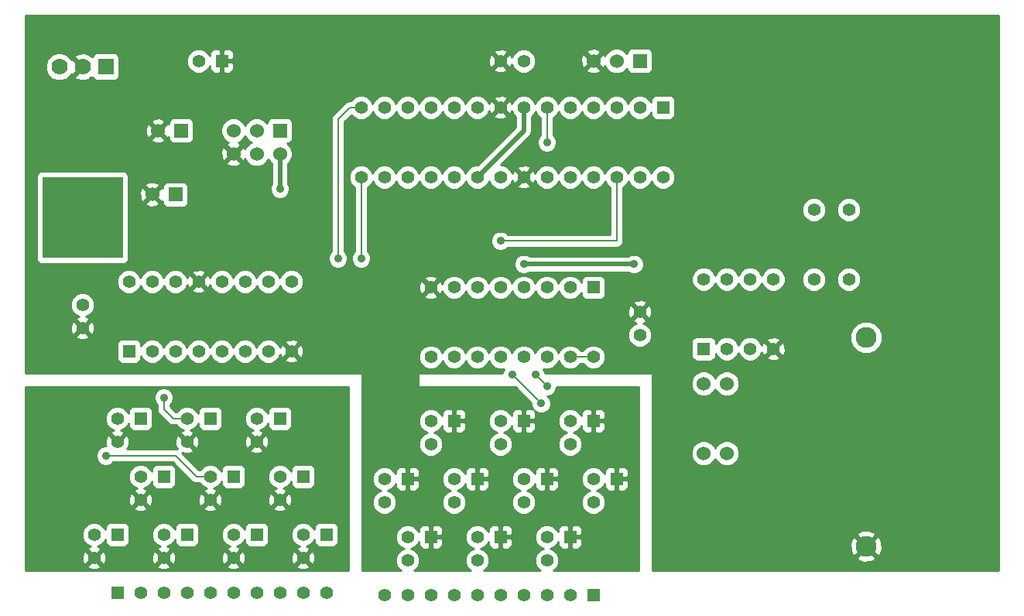
<source format=gtl>
G04 (created by PCBNEW-RS274X (2011-05-25)-stable) date Tue 19 Jun 2012 06:54:44 BST*
G01*
G70*
G90*
%MOIN*%
G04 Gerber Fmt 3.4, Leading zero omitted, Abs format*
%FSLAX34Y34*%
G04 APERTURE LIST*
%ADD10C,0.006000*%
%ADD11R,0.055000X0.055000*%
%ADD12C,0.055000*%
%ADD13C,0.060000*%
%ADD14R,0.060000X0.060000*%
%ADD15C,0.090000*%
%ADD16C,0.070000*%
%ADD17R,0.070000X0.070000*%
%ADD18R,0.350000X0.350000*%
%ADD19C,0.035000*%
%ADD20C,0.020000*%
%ADD21C,0.008000*%
%ADD22C,0.010000*%
G04 APERTURE END LIST*
G54D10*
G54D11*
X25000Y-30000D03*
G54D12*
X24000Y-30000D03*
X24000Y-31000D03*
G54D11*
X15500Y-24900D03*
G54D12*
X14500Y-24900D03*
X14500Y-25900D03*
G54D11*
X16500Y-27400D03*
G54D12*
X15500Y-27400D03*
X15500Y-28400D03*
G54D11*
X20500Y-29900D03*
G54D12*
X19500Y-29900D03*
X19500Y-30900D03*
G54D11*
X19500Y-27400D03*
G54D12*
X18500Y-27400D03*
X18500Y-28400D03*
G54D11*
X18500Y-24900D03*
G54D12*
X17500Y-24900D03*
X17500Y-25900D03*
G54D11*
X17500Y-29900D03*
G54D12*
X16500Y-29900D03*
X16500Y-30900D03*
G54D11*
X27000Y-27500D03*
G54D12*
X26000Y-27500D03*
X26000Y-28500D03*
G54D11*
X26000Y-25000D03*
G54D12*
X25000Y-25000D03*
X25000Y-26000D03*
G54D11*
X14500Y-29900D03*
G54D12*
X13500Y-29900D03*
X13500Y-30900D03*
G54D11*
X24000Y-27500D03*
G54D12*
X23000Y-27500D03*
X23000Y-28500D03*
G54D11*
X28000Y-30000D03*
G54D12*
X27000Y-30000D03*
X27000Y-31000D03*
G54D11*
X29000Y-25000D03*
G54D12*
X28000Y-25000D03*
X28000Y-26000D03*
G54D11*
X30000Y-27500D03*
G54D12*
X29000Y-27500D03*
X29000Y-28500D03*
G54D11*
X31000Y-30000D03*
G54D12*
X30000Y-30000D03*
X30000Y-31000D03*
G54D11*
X32000Y-25000D03*
G54D12*
X31000Y-25000D03*
X31000Y-26000D03*
G54D11*
X33000Y-27500D03*
G54D12*
X32000Y-27500D03*
X32000Y-28500D03*
G54D11*
X12500Y-24900D03*
G54D12*
X11500Y-24900D03*
X11500Y-25900D03*
G54D11*
X11500Y-29900D03*
G54D12*
X10500Y-29900D03*
X10500Y-30900D03*
G54D11*
X13500Y-27400D03*
G54D12*
X12500Y-27400D03*
X12500Y-28400D03*
G54D11*
X11500Y-32400D03*
G54D12*
X12500Y-32400D03*
X13500Y-32400D03*
X14500Y-32400D03*
X15500Y-32400D03*
X16500Y-32400D03*
X17500Y-32400D03*
X18500Y-32400D03*
X19500Y-32400D03*
X20500Y-32400D03*
G54D11*
X32000Y-32500D03*
G54D12*
X31000Y-32500D03*
X30000Y-32500D03*
X29000Y-32500D03*
X28000Y-32500D03*
X27000Y-32500D03*
X26000Y-32500D03*
X25000Y-32500D03*
X24000Y-32500D03*
X23000Y-32500D03*
G54D13*
X37750Y-23400D03*
X36750Y-23400D03*
X37750Y-26400D03*
X36750Y-26400D03*
G54D14*
X18500Y-12500D03*
G54D13*
X18500Y-13500D03*
X17500Y-12500D03*
X17500Y-13500D03*
X16500Y-12500D03*
X16500Y-13500D03*
G54D14*
X34000Y-09500D03*
G54D13*
X33000Y-09500D03*
X32000Y-09500D03*
G54D11*
X36750Y-21900D03*
G54D12*
X37750Y-21900D03*
X38750Y-21900D03*
X39750Y-21900D03*
X39750Y-18900D03*
X38750Y-18900D03*
X37750Y-18900D03*
X36750Y-18900D03*
X34000Y-11500D03*
X33000Y-11500D03*
X32000Y-11500D03*
X31000Y-11500D03*
X30000Y-11500D03*
X29000Y-11500D03*
X28000Y-11500D03*
X27000Y-11500D03*
X26000Y-11500D03*
X25000Y-11500D03*
X24000Y-11500D03*
X23000Y-11500D03*
X22000Y-11500D03*
G54D11*
X35000Y-11500D03*
G54D12*
X22000Y-14500D03*
X23000Y-14500D03*
X24000Y-14500D03*
X25000Y-14500D03*
X26000Y-14500D03*
X27000Y-14500D03*
X28000Y-14500D03*
X29000Y-14500D03*
X30000Y-14500D03*
X31000Y-14500D03*
X32000Y-14500D03*
X33000Y-14500D03*
X34000Y-14500D03*
X35000Y-14500D03*
G54D11*
X32000Y-19250D03*
G54D12*
X31000Y-19250D03*
X30000Y-19250D03*
X29000Y-19250D03*
X28000Y-19250D03*
X27000Y-19250D03*
X26000Y-19250D03*
X25000Y-19250D03*
X25000Y-22250D03*
X26000Y-22250D03*
X27000Y-22250D03*
X28000Y-22250D03*
X29000Y-22250D03*
X30000Y-22250D03*
X31000Y-22250D03*
X32000Y-22250D03*
G54D11*
X12000Y-22000D03*
G54D12*
X13000Y-22000D03*
X14000Y-22000D03*
X15000Y-22000D03*
X16000Y-22000D03*
X17000Y-22000D03*
X18000Y-22000D03*
X19000Y-22000D03*
X19000Y-19000D03*
X18000Y-19000D03*
X17000Y-19000D03*
X16000Y-19000D03*
X15000Y-19000D03*
X14000Y-19000D03*
X13000Y-19000D03*
X12000Y-19000D03*
G54D15*
X43750Y-30400D03*
X43750Y-21400D03*
G54D14*
X14250Y-12500D03*
G54D13*
X13250Y-12500D03*
G54D14*
X14000Y-15250D03*
G54D13*
X13000Y-15250D03*
G54D12*
X29000Y-09500D03*
X28000Y-09500D03*
X34000Y-21300D03*
X34000Y-20300D03*
X10000Y-20000D03*
X10000Y-21000D03*
X43000Y-15900D03*
X43000Y-18900D03*
X41500Y-15900D03*
X41500Y-18900D03*
G54D16*
X09000Y-09750D03*
G54D17*
X11000Y-09750D03*
G54D16*
X10000Y-09750D03*
G54D18*
X10000Y-16250D03*
G54D11*
X16000Y-09500D03*
G54D12*
X15000Y-09500D03*
G54D19*
X18500Y-15000D03*
X10000Y-24000D03*
X33750Y-18250D03*
X29000Y-18250D03*
X30000Y-13000D03*
X30000Y-23500D03*
X29500Y-23000D03*
X28500Y-23000D03*
X29750Y-24250D03*
X22000Y-18000D03*
X21000Y-18000D03*
X13500Y-24000D03*
X11000Y-26500D03*
X28000Y-17250D03*
G54D20*
X18500Y-15000D02*
X18500Y-13500D01*
X29000Y-18250D02*
X33750Y-18250D01*
X29000Y-11500D02*
X29000Y-12500D01*
X29000Y-12500D02*
X27000Y-14500D01*
G54D21*
X31000Y-22250D02*
X32000Y-22250D01*
X30000Y-11500D02*
X30000Y-13000D01*
X29500Y-23000D02*
X30000Y-23500D01*
X29750Y-24250D02*
X28500Y-23000D01*
X22000Y-18000D02*
X22000Y-14500D01*
X22000Y-11500D02*
X21500Y-11500D01*
X21000Y-12000D02*
X21000Y-18000D01*
X21500Y-11500D02*
X21000Y-12000D01*
X14500Y-24900D02*
X13900Y-24900D01*
X13500Y-24500D02*
X13500Y-24000D01*
X13900Y-24900D02*
X13500Y-24500D01*
X15500Y-27400D02*
X14900Y-27400D01*
X14000Y-26500D02*
X11000Y-26500D01*
X14900Y-27400D02*
X14000Y-26500D01*
X33000Y-17250D02*
X33000Y-14500D01*
X28000Y-17250D02*
X33000Y-17250D01*
G54D10*
G36*
X21450Y-31450D02*
X21024Y-31450D01*
X21024Y-30225D01*
X21024Y-30126D01*
X21024Y-29576D01*
X20986Y-29484D01*
X20916Y-29414D01*
X20825Y-29376D01*
X20726Y-29376D01*
X20176Y-29376D01*
X20084Y-29414D01*
X20024Y-29474D01*
X20024Y-27725D01*
X20024Y-27626D01*
X20024Y-27076D01*
X19986Y-26984D01*
X19916Y-26914D01*
X19825Y-26876D01*
X19726Y-26876D01*
X19176Y-26876D01*
X19084Y-26914D01*
X19024Y-26974D01*
X19024Y-25225D01*
X19024Y-25126D01*
X19024Y-24576D01*
X18986Y-24484D01*
X18916Y-24414D01*
X18825Y-24376D01*
X18726Y-24376D01*
X18176Y-24376D01*
X18084Y-24414D01*
X18014Y-24484D01*
X17976Y-24575D01*
X17976Y-24674D01*
X17976Y-24677D01*
X17945Y-24603D01*
X17798Y-24455D01*
X17605Y-24375D01*
X17396Y-24375D01*
X17203Y-24455D01*
X17055Y-24602D01*
X16975Y-24795D01*
X16975Y-25004D01*
X17055Y-25197D01*
X17202Y-25345D01*
X17342Y-25403D01*
X17233Y-25448D01*
X17210Y-25539D01*
X17500Y-25829D01*
X17790Y-25539D01*
X17767Y-25448D01*
X17648Y-25406D01*
X17797Y-25345D01*
X17945Y-25198D01*
X17976Y-25123D01*
X17976Y-25224D01*
X18014Y-25316D01*
X18084Y-25386D01*
X18175Y-25424D01*
X18274Y-25424D01*
X18824Y-25424D01*
X18916Y-25386D01*
X18986Y-25316D01*
X19024Y-25225D01*
X19024Y-26974D01*
X19014Y-26984D01*
X18976Y-27075D01*
X18976Y-27174D01*
X18976Y-27177D01*
X18945Y-27103D01*
X18798Y-26955D01*
X18605Y-26875D01*
X18396Y-26875D01*
X18203Y-26955D01*
X18055Y-27102D01*
X18019Y-27188D01*
X18019Y-25974D01*
X18008Y-25770D01*
X17952Y-25633D01*
X17861Y-25610D01*
X17571Y-25900D01*
X17861Y-26190D01*
X17952Y-26167D01*
X18019Y-25974D01*
X18019Y-27188D01*
X17975Y-27295D01*
X17975Y-27504D01*
X18055Y-27697D01*
X18202Y-27845D01*
X18342Y-27903D01*
X18233Y-27948D01*
X18210Y-28039D01*
X18500Y-28329D01*
X18790Y-28039D01*
X18767Y-27948D01*
X18648Y-27906D01*
X18797Y-27845D01*
X18945Y-27698D01*
X18976Y-27623D01*
X18976Y-27724D01*
X19014Y-27816D01*
X19084Y-27886D01*
X19175Y-27924D01*
X19274Y-27924D01*
X19824Y-27924D01*
X19916Y-27886D01*
X19986Y-27816D01*
X20024Y-27725D01*
X20024Y-29474D01*
X20014Y-29484D01*
X19976Y-29575D01*
X19976Y-29674D01*
X19976Y-29677D01*
X19945Y-29603D01*
X19798Y-29455D01*
X19605Y-29375D01*
X19396Y-29375D01*
X19203Y-29455D01*
X19055Y-29602D01*
X19019Y-29688D01*
X19019Y-28474D01*
X19008Y-28270D01*
X18952Y-28133D01*
X18861Y-28110D01*
X18571Y-28400D01*
X18861Y-28690D01*
X18952Y-28667D01*
X19019Y-28474D01*
X19019Y-29688D01*
X18975Y-29795D01*
X18975Y-30004D01*
X19055Y-30197D01*
X19202Y-30345D01*
X19342Y-30403D01*
X19233Y-30448D01*
X19210Y-30539D01*
X19500Y-30829D01*
X19790Y-30539D01*
X19767Y-30448D01*
X19648Y-30406D01*
X19797Y-30345D01*
X19945Y-30198D01*
X19976Y-30123D01*
X19976Y-30224D01*
X20014Y-30316D01*
X20084Y-30386D01*
X20175Y-30424D01*
X20274Y-30424D01*
X20824Y-30424D01*
X20916Y-30386D01*
X20986Y-30316D01*
X21024Y-30225D01*
X21024Y-31450D01*
X20019Y-31450D01*
X20019Y-30974D01*
X20008Y-30770D01*
X19952Y-30633D01*
X19861Y-30610D01*
X19571Y-30900D01*
X19861Y-31190D01*
X19952Y-31167D01*
X20019Y-30974D01*
X20019Y-31450D01*
X19790Y-31450D01*
X19790Y-31261D01*
X19500Y-30971D01*
X19429Y-31042D01*
X19429Y-30900D01*
X19139Y-30610D01*
X19048Y-30633D01*
X18981Y-30826D01*
X18992Y-31030D01*
X19048Y-31167D01*
X19139Y-31190D01*
X19429Y-30900D01*
X19429Y-31042D01*
X19210Y-31261D01*
X19233Y-31352D01*
X19426Y-31419D01*
X19630Y-31408D01*
X19767Y-31352D01*
X19790Y-31261D01*
X19790Y-31450D01*
X18790Y-31450D01*
X18790Y-28761D01*
X18500Y-28471D01*
X18429Y-28542D01*
X18429Y-28400D01*
X18139Y-28110D01*
X18048Y-28133D01*
X17981Y-28326D01*
X17992Y-28530D01*
X18048Y-28667D01*
X18139Y-28690D01*
X18429Y-28400D01*
X18429Y-28542D01*
X18210Y-28761D01*
X18233Y-28852D01*
X18426Y-28919D01*
X18630Y-28908D01*
X18767Y-28852D01*
X18790Y-28761D01*
X18790Y-31450D01*
X18024Y-31450D01*
X18024Y-30225D01*
X18024Y-30126D01*
X18024Y-29576D01*
X17986Y-29484D01*
X17916Y-29414D01*
X17825Y-29376D01*
X17790Y-29376D01*
X17790Y-26261D01*
X17500Y-25971D01*
X17429Y-26042D01*
X17429Y-25900D01*
X17139Y-25610D01*
X17048Y-25633D01*
X16981Y-25826D01*
X16992Y-26030D01*
X17048Y-26167D01*
X17139Y-26190D01*
X17429Y-25900D01*
X17429Y-26042D01*
X17210Y-26261D01*
X17233Y-26352D01*
X17426Y-26419D01*
X17630Y-26408D01*
X17767Y-26352D01*
X17790Y-26261D01*
X17790Y-29376D01*
X17726Y-29376D01*
X17176Y-29376D01*
X17084Y-29414D01*
X17024Y-29474D01*
X17024Y-27725D01*
X17024Y-27626D01*
X17024Y-27076D01*
X16986Y-26984D01*
X16916Y-26914D01*
X16825Y-26876D01*
X16726Y-26876D01*
X16176Y-26876D01*
X16084Y-26914D01*
X16024Y-26974D01*
X16024Y-25225D01*
X16024Y-25126D01*
X16024Y-24576D01*
X15986Y-24484D01*
X15916Y-24414D01*
X15825Y-24376D01*
X15726Y-24376D01*
X15176Y-24376D01*
X15084Y-24414D01*
X15014Y-24484D01*
X14976Y-24575D01*
X14976Y-24674D01*
X14976Y-24677D01*
X14945Y-24603D01*
X14798Y-24455D01*
X14605Y-24375D01*
X14396Y-24375D01*
X14203Y-24455D01*
X14055Y-24602D01*
X14051Y-24610D01*
X14020Y-24610D01*
X13790Y-24379D01*
X13790Y-24311D01*
X13860Y-24241D01*
X13925Y-24085D01*
X13925Y-23916D01*
X13861Y-23760D01*
X13741Y-23640D01*
X13585Y-23575D01*
X13416Y-23575D01*
X13260Y-23639D01*
X13140Y-23759D01*
X13075Y-23915D01*
X13075Y-24084D01*
X13139Y-24240D01*
X13210Y-24311D01*
X13210Y-24500D01*
X13232Y-24611D01*
X13295Y-24705D01*
X13694Y-25105D01*
X13695Y-25105D01*
X13788Y-25168D01*
X13789Y-25168D01*
X13806Y-25171D01*
X13900Y-25190D01*
X14052Y-25190D01*
X14055Y-25197D01*
X14202Y-25345D01*
X14342Y-25403D01*
X14233Y-25448D01*
X14210Y-25539D01*
X14500Y-25829D01*
X14790Y-25539D01*
X14767Y-25448D01*
X14648Y-25406D01*
X14797Y-25345D01*
X14945Y-25198D01*
X14976Y-25123D01*
X14976Y-25224D01*
X15014Y-25316D01*
X15084Y-25386D01*
X15175Y-25424D01*
X15274Y-25424D01*
X15824Y-25424D01*
X15916Y-25386D01*
X15986Y-25316D01*
X16024Y-25225D01*
X16024Y-26974D01*
X16014Y-26984D01*
X15976Y-27075D01*
X15976Y-27174D01*
X15976Y-27177D01*
X15945Y-27103D01*
X15798Y-26955D01*
X15605Y-26875D01*
X15396Y-26875D01*
X15203Y-26955D01*
X15055Y-27102D01*
X15051Y-27110D01*
X15020Y-27110D01*
X15019Y-27109D01*
X15019Y-25974D01*
X15008Y-25770D01*
X14952Y-25633D01*
X14861Y-25610D01*
X14571Y-25900D01*
X14861Y-26190D01*
X14952Y-26167D01*
X15019Y-25974D01*
X15019Y-27109D01*
X14277Y-26367D01*
X14426Y-26419D01*
X14630Y-26408D01*
X14767Y-26352D01*
X14790Y-26261D01*
X14535Y-26006D01*
X14500Y-25971D01*
X14429Y-25900D01*
X14394Y-25865D01*
X14139Y-25610D01*
X14048Y-25633D01*
X13981Y-25826D01*
X13992Y-26030D01*
X14048Y-26167D01*
X14083Y-26175D01*
X14052Y-26207D01*
X14068Y-26223D01*
X14000Y-26210D01*
X13024Y-26210D01*
X13024Y-25225D01*
X13024Y-25126D01*
X13024Y-24576D01*
X12986Y-24484D01*
X12916Y-24414D01*
X12825Y-24376D01*
X12726Y-24376D01*
X12176Y-24376D01*
X12084Y-24414D01*
X12014Y-24484D01*
X11976Y-24575D01*
X11976Y-24674D01*
X11976Y-24677D01*
X11945Y-24603D01*
X11798Y-24455D01*
X11605Y-24375D01*
X11396Y-24375D01*
X11203Y-24455D01*
X11055Y-24602D01*
X10975Y-24795D01*
X10975Y-25004D01*
X11055Y-25197D01*
X11202Y-25345D01*
X11342Y-25403D01*
X11233Y-25448D01*
X11210Y-25539D01*
X11500Y-25829D01*
X11790Y-25539D01*
X11767Y-25448D01*
X11648Y-25406D01*
X11797Y-25345D01*
X11945Y-25198D01*
X11976Y-25123D01*
X11976Y-25224D01*
X12014Y-25316D01*
X12084Y-25386D01*
X12175Y-25424D01*
X12274Y-25424D01*
X12824Y-25424D01*
X12916Y-25386D01*
X12986Y-25316D01*
X13024Y-25225D01*
X13024Y-26210D01*
X12019Y-26210D01*
X11945Y-26210D01*
X11948Y-26207D01*
X11916Y-26175D01*
X11952Y-26167D01*
X12019Y-25974D01*
X12008Y-25770D01*
X11952Y-25633D01*
X11861Y-25610D01*
X11606Y-25865D01*
X11571Y-25900D01*
X11500Y-25971D01*
X11429Y-25900D01*
X11394Y-25865D01*
X11139Y-25610D01*
X11048Y-25633D01*
X10981Y-25826D01*
X10992Y-26030D01*
X11010Y-26075D01*
X10916Y-26075D01*
X10760Y-26139D01*
X10640Y-26259D01*
X10575Y-26415D01*
X10575Y-26584D01*
X10639Y-26740D01*
X10759Y-26860D01*
X10915Y-26925D01*
X11084Y-26925D01*
X11240Y-26861D01*
X11311Y-26790D01*
X13879Y-26790D01*
X14694Y-27605D01*
X14695Y-27605D01*
X14757Y-27646D01*
X14788Y-27667D01*
X14789Y-27668D01*
X14899Y-27689D01*
X14900Y-27690D01*
X15052Y-27690D01*
X15055Y-27697D01*
X15202Y-27845D01*
X15342Y-27903D01*
X15233Y-27948D01*
X15210Y-28039D01*
X15500Y-28329D01*
X15790Y-28039D01*
X15767Y-27948D01*
X15648Y-27906D01*
X15797Y-27845D01*
X15945Y-27698D01*
X15976Y-27623D01*
X15976Y-27724D01*
X16014Y-27816D01*
X16084Y-27886D01*
X16175Y-27924D01*
X16274Y-27924D01*
X16824Y-27924D01*
X16916Y-27886D01*
X16986Y-27816D01*
X17024Y-27725D01*
X17024Y-29474D01*
X17014Y-29484D01*
X16976Y-29575D01*
X16976Y-29674D01*
X16976Y-29677D01*
X16945Y-29603D01*
X16798Y-29455D01*
X16605Y-29375D01*
X16396Y-29375D01*
X16203Y-29455D01*
X16055Y-29602D01*
X16019Y-29688D01*
X16019Y-28474D01*
X16008Y-28270D01*
X15952Y-28133D01*
X15861Y-28110D01*
X15571Y-28400D01*
X15861Y-28690D01*
X15952Y-28667D01*
X16019Y-28474D01*
X16019Y-29688D01*
X15975Y-29795D01*
X15975Y-30004D01*
X16055Y-30197D01*
X16202Y-30345D01*
X16342Y-30403D01*
X16233Y-30448D01*
X16210Y-30539D01*
X16500Y-30829D01*
X16790Y-30539D01*
X16767Y-30448D01*
X16648Y-30406D01*
X16797Y-30345D01*
X16945Y-30198D01*
X16976Y-30123D01*
X16976Y-30224D01*
X17014Y-30316D01*
X17084Y-30386D01*
X17175Y-30424D01*
X17274Y-30424D01*
X17824Y-30424D01*
X17916Y-30386D01*
X17986Y-30316D01*
X18024Y-30225D01*
X18024Y-31450D01*
X17019Y-31450D01*
X17019Y-30974D01*
X17008Y-30770D01*
X16952Y-30633D01*
X16861Y-30610D01*
X16571Y-30900D01*
X16861Y-31190D01*
X16952Y-31167D01*
X17019Y-30974D01*
X17019Y-31450D01*
X16790Y-31450D01*
X16790Y-31261D01*
X16500Y-30971D01*
X16429Y-31042D01*
X16429Y-30900D01*
X16139Y-30610D01*
X16048Y-30633D01*
X15981Y-30826D01*
X15992Y-31030D01*
X16048Y-31167D01*
X16139Y-31190D01*
X16429Y-30900D01*
X16429Y-31042D01*
X16210Y-31261D01*
X16233Y-31352D01*
X16426Y-31419D01*
X16630Y-31408D01*
X16767Y-31352D01*
X16790Y-31261D01*
X16790Y-31450D01*
X15790Y-31450D01*
X15790Y-28761D01*
X15500Y-28471D01*
X15429Y-28542D01*
X15429Y-28400D01*
X15139Y-28110D01*
X15048Y-28133D01*
X14981Y-28326D01*
X14992Y-28530D01*
X15048Y-28667D01*
X15139Y-28690D01*
X15429Y-28400D01*
X15429Y-28542D01*
X15210Y-28761D01*
X15233Y-28852D01*
X15426Y-28919D01*
X15630Y-28908D01*
X15767Y-28852D01*
X15790Y-28761D01*
X15790Y-31450D01*
X15024Y-31450D01*
X15024Y-30225D01*
X15024Y-30126D01*
X15024Y-29576D01*
X14986Y-29484D01*
X14916Y-29414D01*
X14825Y-29376D01*
X14726Y-29376D01*
X14176Y-29376D01*
X14084Y-29414D01*
X14024Y-29474D01*
X14024Y-27725D01*
X14024Y-27626D01*
X14024Y-27076D01*
X13986Y-26984D01*
X13916Y-26914D01*
X13825Y-26876D01*
X13726Y-26876D01*
X13176Y-26876D01*
X13084Y-26914D01*
X13014Y-26984D01*
X12976Y-27075D01*
X12976Y-27174D01*
X12976Y-27177D01*
X12945Y-27103D01*
X12798Y-26955D01*
X12605Y-26875D01*
X12396Y-26875D01*
X12203Y-26955D01*
X12055Y-27102D01*
X11975Y-27295D01*
X11975Y-27504D01*
X12055Y-27697D01*
X12202Y-27845D01*
X12342Y-27903D01*
X12233Y-27948D01*
X12210Y-28039D01*
X12500Y-28329D01*
X12790Y-28039D01*
X12767Y-27948D01*
X12648Y-27906D01*
X12797Y-27845D01*
X12945Y-27698D01*
X12976Y-27623D01*
X12976Y-27724D01*
X13014Y-27816D01*
X13084Y-27886D01*
X13175Y-27924D01*
X13274Y-27924D01*
X13824Y-27924D01*
X13916Y-27886D01*
X13986Y-27816D01*
X14024Y-27725D01*
X14024Y-29474D01*
X14014Y-29484D01*
X13976Y-29575D01*
X13976Y-29674D01*
X13976Y-29677D01*
X13945Y-29603D01*
X13798Y-29455D01*
X13605Y-29375D01*
X13396Y-29375D01*
X13203Y-29455D01*
X13055Y-29602D01*
X13019Y-29688D01*
X13019Y-28474D01*
X13008Y-28270D01*
X12952Y-28133D01*
X12861Y-28110D01*
X12571Y-28400D01*
X12861Y-28690D01*
X12952Y-28667D01*
X13019Y-28474D01*
X13019Y-29688D01*
X12975Y-29795D01*
X12975Y-30004D01*
X13055Y-30197D01*
X13202Y-30345D01*
X13342Y-30403D01*
X13233Y-30448D01*
X13210Y-30539D01*
X13500Y-30829D01*
X13790Y-30539D01*
X13767Y-30448D01*
X13648Y-30406D01*
X13797Y-30345D01*
X13945Y-30198D01*
X13976Y-30123D01*
X13976Y-30224D01*
X14014Y-30316D01*
X14084Y-30386D01*
X14175Y-30424D01*
X14274Y-30424D01*
X14824Y-30424D01*
X14916Y-30386D01*
X14986Y-30316D01*
X15024Y-30225D01*
X15024Y-31450D01*
X14019Y-31450D01*
X14019Y-30974D01*
X14008Y-30770D01*
X13952Y-30633D01*
X13861Y-30610D01*
X13571Y-30900D01*
X13861Y-31190D01*
X13952Y-31167D01*
X14019Y-30974D01*
X14019Y-31450D01*
X13790Y-31450D01*
X13790Y-31261D01*
X13500Y-30971D01*
X13429Y-31042D01*
X13429Y-30900D01*
X13139Y-30610D01*
X13048Y-30633D01*
X12981Y-30826D01*
X12992Y-31030D01*
X13048Y-31167D01*
X13139Y-31190D01*
X13429Y-30900D01*
X13429Y-31042D01*
X13210Y-31261D01*
X13233Y-31352D01*
X13426Y-31419D01*
X13630Y-31408D01*
X13767Y-31352D01*
X13790Y-31261D01*
X13790Y-31450D01*
X12790Y-31450D01*
X12790Y-28761D01*
X12500Y-28471D01*
X12429Y-28542D01*
X12429Y-28400D01*
X12139Y-28110D01*
X12048Y-28133D01*
X11981Y-28326D01*
X11992Y-28530D01*
X12048Y-28667D01*
X12139Y-28690D01*
X12429Y-28400D01*
X12429Y-28542D01*
X12210Y-28761D01*
X12233Y-28852D01*
X12426Y-28919D01*
X12630Y-28908D01*
X12767Y-28852D01*
X12790Y-28761D01*
X12790Y-31450D01*
X12024Y-31450D01*
X12024Y-30225D01*
X12024Y-30126D01*
X12024Y-29576D01*
X11986Y-29484D01*
X11916Y-29414D01*
X11825Y-29376D01*
X11726Y-29376D01*
X11176Y-29376D01*
X11084Y-29414D01*
X11014Y-29484D01*
X10976Y-29575D01*
X10976Y-29674D01*
X10976Y-29677D01*
X10945Y-29603D01*
X10798Y-29455D01*
X10605Y-29375D01*
X10396Y-29375D01*
X10203Y-29455D01*
X10055Y-29602D01*
X09975Y-29795D01*
X09975Y-30004D01*
X10055Y-30197D01*
X10202Y-30345D01*
X10342Y-30403D01*
X10233Y-30448D01*
X10210Y-30539D01*
X10500Y-30829D01*
X10790Y-30539D01*
X10767Y-30448D01*
X10648Y-30406D01*
X10797Y-30345D01*
X10945Y-30198D01*
X10976Y-30123D01*
X10976Y-30224D01*
X11014Y-30316D01*
X11084Y-30386D01*
X11175Y-30424D01*
X11274Y-30424D01*
X11824Y-30424D01*
X11916Y-30386D01*
X11986Y-30316D01*
X12024Y-30225D01*
X12024Y-31450D01*
X11019Y-31450D01*
X11019Y-30974D01*
X11008Y-30770D01*
X10952Y-30633D01*
X10861Y-30610D01*
X10571Y-30900D01*
X10861Y-31190D01*
X10952Y-31167D01*
X11019Y-30974D01*
X11019Y-31450D01*
X10790Y-31450D01*
X10790Y-31261D01*
X10500Y-30971D01*
X10429Y-31042D01*
X10429Y-30900D01*
X10139Y-30610D01*
X10048Y-30633D01*
X09981Y-30826D01*
X09992Y-31030D01*
X10048Y-31167D01*
X10139Y-31190D01*
X10429Y-30900D01*
X10429Y-31042D01*
X10210Y-31261D01*
X10233Y-31352D01*
X10426Y-31419D01*
X10630Y-31408D01*
X10767Y-31352D01*
X10790Y-31261D01*
X10790Y-31450D01*
X07550Y-31450D01*
X07550Y-23550D01*
X21450Y-23550D01*
X21450Y-31450D01*
X21450Y-31450D01*
G37*
G54D22*
X21450Y-31450D02*
X21024Y-31450D01*
X21024Y-30225D01*
X21024Y-30126D01*
X21024Y-29576D01*
X20986Y-29484D01*
X20916Y-29414D01*
X20825Y-29376D01*
X20726Y-29376D01*
X20176Y-29376D01*
X20084Y-29414D01*
X20024Y-29474D01*
X20024Y-27725D01*
X20024Y-27626D01*
X20024Y-27076D01*
X19986Y-26984D01*
X19916Y-26914D01*
X19825Y-26876D01*
X19726Y-26876D01*
X19176Y-26876D01*
X19084Y-26914D01*
X19024Y-26974D01*
X19024Y-25225D01*
X19024Y-25126D01*
X19024Y-24576D01*
X18986Y-24484D01*
X18916Y-24414D01*
X18825Y-24376D01*
X18726Y-24376D01*
X18176Y-24376D01*
X18084Y-24414D01*
X18014Y-24484D01*
X17976Y-24575D01*
X17976Y-24674D01*
X17976Y-24677D01*
X17945Y-24603D01*
X17798Y-24455D01*
X17605Y-24375D01*
X17396Y-24375D01*
X17203Y-24455D01*
X17055Y-24602D01*
X16975Y-24795D01*
X16975Y-25004D01*
X17055Y-25197D01*
X17202Y-25345D01*
X17342Y-25403D01*
X17233Y-25448D01*
X17210Y-25539D01*
X17500Y-25829D01*
X17790Y-25539D01*
X17767Y-25448D01*
X17648Y-25406D01*
X17797Y-25345D01*
X17945Y-25198D01*
X17976Y-25123D01*
X17976Y-25224D01*
X18014Y-25316D01*
X18084Y-25386D01*
X18175Y-25424D01*
X18274Y-25424D01*
X18824Y-25424D01*
X18916Y-25386D01*
X18986Y-25316D01*
X19024Y-25225D01*
X19024Y-26974D01*
X19014Y-26984D01*
X18976Y-27075D01*
X18976Y-27174D01*
X18976Y-27177D01*
X18945Y-27103D01*
X18798Y-26955D01*
X18605Y-26875D01*
X18396Y-26875D01*
X18203Y-26955D01*
X18055Y-27102D01*
X18019Y-27188D01*
X18019Y-25974D01*
X18008Y-25770D01*
X17952Y-25633D01*
X17861Y-25610D01*
X17571Y-25900D01*
X17861Y-26190D01*
X17952Y-26167D01*
X18019Y-25974D01*
X18019Y-27188D01*
X17975Y-27295D01*
X17975Y-27504D01*
X18055Y-27697D01*
X18202Y-27845D01*
X18342Y-27903D01*
X18233Y-27948D01*
X18210Y-28039D01*
X18500Y-28329D01*
X18790Y-28039D01*
X18767Y-27948D01*
X18648Y-27906D01*
X18797Y-27845D01*
X18945Y-27698D01*
X18976Y-27623D01*
X18976Y-27724D01*
X19014Y-27816D01*
X19084Y-27886D01*
X19175Y-27924D01*
X19274Y-27924D01*
X19824Y-27924D01*
X19916Y-27886D01*
X19986Y-27816D01*
X20024Y-27725D01*
X20024Y-29474D01*
X20014Y-29484D01*
X19976Y-29575D01*
X19976Y-29674D01*
X19976Y-29677D01*
X19945Y-29603D01*
X19798Y-29455D01*
X19605Y-29375D01*
X19396Y-29375D01*
X19203Y-29455D01*
X19055Y-29602D01*
X19019Y-29688D01*
X19019Y-28474D01*
X19008Y-28270D01*
X18952Y-28133D01*
X18861Y-28110D01*
X18571Y-28400D01*
X18861Y-28690D01*
X18952Y-28667D01*
X19019Y-28474D01*
X19019Y-29688D01*
X18975Y-29795D01*
X18975Y-30004D01*
X19055Y-30197D01*
X19202Y-30345D01*
X19342Y-30403D01*
X19233Y-30448D01*
X19210Y-30539D01*
X19500Y-30829D01*
X19790Y-30539D01*
X19767Y-30448D01*
X19648Y-30406D01*
X19797Y-30345D01*
X19945Y-30198D01*
X19976Y-30123D01*
X19976Y-30224D01*
X20014Y-30316D01*
X20084Y-30386D01*
X20175Y-30424D01*
X20274Y-30424D01*
X20824Y-30424D01*
X20916Y-30386D01*
X20986Y-30316D01*
X21024Y-30225D01*
X21024Y-31450D01*
X20019Y-31450D01*
X20019Y-30974D01*
X20008Y-30770D01*
X19952Y-30633D01*
X19861Y-30610D01*
X19571Y-30900D01*
X19861Y-31190D01*
X19952Y-31167D01*
X20019Y-30974D01*
X20019Y-31450D01*
X19790Y-31450D01*
X19790Y-31261D01*
X19500Y-30971D01*
X19429Y-31042D01*
X19429Y-30900D01*
X19139Y-30610D01*
X19048Y-30633D01*
X18981Y-30826D01*
X18992Y-31030D01*
X19048Y-31167D01*
X19139Y-31190D01*
X19429Y-30900D01*
X19429Y-31042D01*
X19210Y-31261D01*
X19233Y-31352D01*
X19426Y-31419D01*
X19630Y-31408D01*
X19767Y-31352D01*
X19790Y-31261D01*
X19790Y-31450D01*
X18790Y-31450D01*
X18790Y-28761D01*
X18500Y-28471D01*
X18429Y-28542D01*
X18429Y-28400D01*
X18139Y-28110D01*
X18048Y-28133D01*
X17981Y-28326D01*
X17992Y-28530D01*
X18048Y-28667D01*
X18139Y-28690D01*
X18429Y-28400D01*
X18429Y-28542D01*
X18210Y-28761D01*
X18233Y-28852D01*
X18426Y-28919D01*
X18630Y-28908D01*
X18767Y-28852D01*
X18790Y-28761D01*
X18790Y-31450D01*
X18024Y-31450D01*
X18024Y-30225D01*
X18024Y-30126D01*
X18024Y-29576D01*
X17986Y-29484D01*
X17916Y-29414D01*
X17825Y-29376D01*
X17790Y-29376D01*
X17790Y-26261D01*
X17500Y-25971D01*
X17429Y-26042D01*
X17429Y-25900D01*
X17139Y-25610D01*
X17048Y-25633D01*
X16981Y-25826D01*
X16992Y-26030D01*
X17048Y-26167D01*
X17139Y-26190D01*
X17429Y-25900D01*
X17429Y-26042D01*
X17210Y-26261D01*
X17233Y-26352D01*
X17426Y-26419D01*
X17630Y-26408D01*
X17767Y-26352D01*
X17790Y-26261D01*
X17790Y-29376D01*
X17726Y-29376D01*
X17176Y-29376D01*
X17084Y-29414D01*
X17024Y-29474D01*
X17024Y-27725D01*
X17024Y-27626D01*
X17024Y-27076D01*
X16986Y-26984D01*
X16916Y-26914D01*
X16825Y-26876D01*
X16726Y-26876D01*
X16176Y-26876D01*
X16084Y-26914D01*
X16024Y-26974D01*
X16024Y-25225D01*
X16024Y-25126D01*
X16024Y-24576D01*
X15986Y-24484D01*
X15916Y-24414D01*
X15825Y-24376D01*
X15726Y-24376D01*
X15176Y-24376D01*
X15084Y-24414D01*
X15014Y-24484D01*
X14976Y-24575D01*
X14976Y-24674D01*
X14976Y-24677D01*
X14945Y-24603D01*
X14798Y-24455D01*
X14605Y-24375D01*
X14396Y-24375D01*
X14203Y-24455D01*
X14055Y-24602D01*
X14051Y-24610D01*
X14020Y-24610D01*
X13790Y-24379D01*
X13790Y-24311D01*
X13860Y-24241D01*
X13925Y-24085D01*
X13925Y-23916D01*
X13861Y-23760D01*
X13741Y-23640D01*
X13585Y-23575D01*
X13416Y-23575D01*
X13260Y-23639D01*
X13140Y-23759D01*
X13075Y-23915D01*
X13075Y-24084D01*
X13139Y-24240D01*
X13210Y-24311D01*
X13210Y-24500D01*
X13232Y-24611D01*
X13295Y-24705D01*
X13694Y-25105D01*
X13695Y-25105D01*
X13788Y-25168D01*
X13789Y-25168D01*
X13806Y-25171D01*
X13900Y-25190D01*
X14052Y-25190D01*
X14055Y-25197D01*
X14202Y-25345D01*
X14342Y-25403D01*
X14233Y-25448D01*
X14210Y-25539D01*
X14500Y-25829D01*
X14790Y-25539D01*
X14767Y-25448D01*
X14648Y-25406D01*
X14797Y-25345D01*
X14945Y-25198D01*
X14976Y-25123D01*
X14976Y-25224D01*
X15014Y-25316D01*
X15084Y-25386D01*
X15175Y-25424D01*
X15274Y-25424D01*
X15824Y-25424D01*
X15916Y-25386D01*
X15986Y-25316D01*
X16024Y-25225D01*
X16024Y-26974D01*
X16014Y-26984D01*
X15976Y-27075D01*
X15976Y-27174D01*
X15976Y-27177D01*
X15945Y-27103D01*
X15798Y-26955D01*
X15605Y-26875D01*
X15396Y-26875D01*
X15203Y-26955D01*
X15055Y-27102D01*
X15051Y-27110D01*
X15020Y-27110D01*
X15019Y-27109D01*
X15019Y-25974D01*
X15008Y-25770D01*
X14952Y-25633D01*
X14861Y-25610D01*
X14571Y-25900D01*
X14861Y-26190D01*
X14952Y-26167D01*
X15019Y-25974D01*
X15019Y-27109D01*
X14277Y-26367D01*
X14426Y-26419D01*
X14630Y-26408D01*
X14767Y-26352D01*
X14790Y-26261D01*
X14535Y-26006D01*
X14500Y-25971D01*
X14429Y-25900D01*
X14394Y-25865D01*
X14139Y-25610D01*
X14048Y-25633D01*
X13981Y-25826D01*
X13992Y-26030D01*
X14048Y-26167D01*
X14083Y-26175D01*
X14052Y-26207D01*
X14068Y-26223D01*
X14000Y-26210D01*
X13024Y-26210D01*
X13024Y-25225D01*
X13024Y-25126D01*
X13024Y-24576D01*
X12986Y-24484D01*
X12916Y-24414D01*
X12825Y-24376D01*
X12726Y-24376D01*
X12176Y-24376D01*
X12084Y-24414D01*
X12014Y-24484D01*
X11976Y-24575D01*
X11976Y-24674D01*
X11976Y-24677D01*
X11945Y-24603D01*
X11798Y-24455D01*
X11605Y-24375D01*
X11396Y-24375D01*
X11203Y-24455D01*
X11055Y-24602D01*
X10975Y-24795D01*
X10975Y-25004D01*
X11055Y-25197D01*
X11202Y-25345D01*
X11342Y-25403D01*
X11233Y-25448D01*
X11210Y-25539D01*
X11500Y-25829D01*
X11790Y-25539D01*
X11767Y-25448D01*
X11648Y-25406D01*
X11797Y-25345D01*
X11945Y-25198D01*
X11976Y-25123D01*
X11976Y-25224D01*
X12014Y-25316D01*
X12084Y-25386D01*
X12175Y-25424D01*
X12274Y-25424D01*
X12824Y-25424D01*
X12916Y-25386D01*
X12986Y-25316D01*
X13024Y-25225D01*
X13024Y-26210D01*
X12019Y-26210D01*
X11945Y-26210D01*
X11948Y-26207D01*
X11916Y-26175D01*
X11952Y-26167D01*
X12019Y-25974D01*
X12008Y-25770D01*
X11952Y-25633D01*
X11861Y-25610D01*
X11606Y-25865D01*
X11571Y-25900D01*
X11500Y-25971D01*
X11429Y-25900D01*
X11394Y-25865D01*
X11139Y-25610D01*
X11048Y-25633D01*
X10981Y-25826D01*
X10992Y-26030D01*
X11010Y-26075D01*
X10916Y-26075D01*
X10760Y-26139D01*
X10640Y-26259D01*
X10575Y-26415D01*
X10575Y-26584D01*
X10639Y-26740D01*
X10759Y-26860D01*
X10915Y-26925D01*
X11084Y-26925D01*
X11240Y-26861D01*
X11311Y-26790D01*
X13879Y-26790D01*
X14694Y-27605D01*
X14695Y-27605D01*
X14757Y-27646D01*
X14788Y-27667D01*
X14789Y-27668D01*
X14899Y-27689D01*
X14900Y-27690D01*
X15052Y-27690D01*
X15055Y-27697D01*
X15202Y-27845D01*
X15342Y-27903D01*
X15233Y-27948D01*
X15210Y-28039D01*
X15500Y-28329D01*
X15790Y-28039D01*
X15767Y-27948D01*
X15648Y-27906D01*
X15797Y-27845D01*
X15945Y-27698D01*
X15976Y-27623D01*
X15976Y-27724D01*
X16014Y-27816D01*
X16084Y-27886D01*
X16175Y-27924D01*
X16274Y-27924D01*
X16824Y-27924D01*
X16916Y-27886D01*
X16986Y-27816D01*
X17024Y-27725D01*
X17024Y-29474D01*
X17014Y-29484D01*
X16976Y-29575D01*
X16976Y-29674D01*
X16976Y-29677D01*
X16945Y-29603D01*
X16798Y-29455D01*
X16605Y-29375D01*
X16396Y-29375D01*
X16203Y-29455D01*
X16055Y-29602D01*
X16019Y-29688D01*
X16019Y-28474D01*
X16008Y-28270D01*
X15952Y-28133D01*
X15861Y-28110D01*
X15571Y-28400D01*
X15861Y-28690D01*
X15952Y-28667D01*
X16019Y-28474D01*
X16019Y-29688D01*
X15975Y-29795D01*
X15975Y-30004D01*
X16055Y-30197D01*
X16202Y-30345D01*
X16342Y-30403D01*
X16233Y-30448D01*
X16210Y-30539D01*
X16500Y-30829D01*
X16790Y-30539D01*
X16767Y-30448D01*
X16648Y-30406D01*
X16797Y-30345D01*
X16945Y-30198D01*
X16976Y-30123D01*
X16976Y-30224D01*
X17014Y-30316D01*
X17084Y-30386D01*
X17175Y-30424D01*
X17274Y-30424D01*
X17824Y-30424D01*
X17916Y-30386D01*
X17986Y-30316D01*
X18024Y-30225D01*
X18024Y-31450D01*
X17019Y-31450D01*
X17019Y-30974D01*
X17008Y-30770D01*
X16952Y-30633D01*
X16861Y-30610D01*
X16571Y-30900D01*
X16861Y-31190D01*
X16952Y-31167D01*
X17019Y-30974D01*
X17019Y-31450D01*
X16790Y-31450D01*
X16790Y-31261D01*
X16500Y-30971D01*
X16429Y-31042D01*
X16429Y-30900D01*
X16139Y-30610D01*
X16048Y-30633D01*
X15981Y-30826D01*
X15992Y-31030D01*
X16048Y-31167D01*
X16139Y-31190D01*
X16429Y-30900D01*
X16429Y-31042D01*
X16210Y-31261D01*
X16233Y-31352D01*
X16426Y-31419D01*
X16630Y-31408D01*
X16767Y-31352D01*
X16790Y-31261D01*
X16790Y-31450D01*
X15790Y-31450D01*
X15790Y-28761D01*
X15500Y-28471D01*
X15429Y-28542D01*
X15429Y-28400D01*
X15139Y-28110D01*
X15048Y-28133D01*
X14981Y-28326D01*
X14992Y-28530D01*
X15048Y-28667D01*
X15139Y-28690D01*
X15429Y-28400D01*
X15429Y-28542D01*
X15210Y-28761D01*
X15233Y-28852D01*
X15426Y-28919D01*
X15630Y-28908D01*
X15767Y-28852D01*
X15790Y-28761D01*
X15790Y-31450D01*
X15024Y-31450D01*
X15024Y-30225D01*
X15024Y-30126D01*
X15024Y-29576D01*
X14986Y-29484D01*
X14916Y-29414D01*
X14825Y-29376D01*
X14726Y-29376D01*
X14176Y-29376D01*
X14084Y-29414D01*
X14024Y-29474D01*
X14024Y-27725D01*
X14024Y-27626D01*
X14024Y-27076D01*
X13986Y-26984D01*
X13916Y-26914D01*
X13825Y-26876D01*
X13726Y-26876D01*
X13176Y-26876D01*
X13084Y-26914D01*
X13014Y-26984D01*
X12976Y-27075D01*
X12976Y-27174D01*
X12976Y-27177D01*
X12945Y-27103D01*
X12798Y-26955D01*
X12605Y-26875D01*
X12396Y-26875D01*
X12203Y-26955D01*
X12055Y-27102D01*
X11975Y-27295D01*
X11975Y-27504D01*
X12055Y-27697D01*
X12202Y-27845D01*
X12342Y-27903D01*
X12233Y-27948D01*
X12210Y-28039D01*
X12500Y-28329D01*
X12790Y-28039D01*
X12767Y-27948D01*
X12648Y-27906D01*
X12797Y-27845D01*
X12945Y-27698D01*
X12976Y-27623D01*
X12976Y-27724D01*
X13014Y-27816D01*
X13084Y-27886D01*
X13175Y-27924D01*
X13274Y-27924D01*
X13824Y-27924D01*
X13916Y-27886D01*
X13986Y-27816D01*
X14024Y-27725D01*
X14024Y-29474D01*
X14014Y-29484D01*
X13976Y-29575D01*
X13976Y-29674D01*
X13976Y-29677D01*
X13945Y-29603D01*
X13798Y-29455D01*
X13605Y-29375D01*
X13396Y-29375D01*
X13203Y-29455D01*
X13055Y-29602D01*
X13019Y-29688D01*
X13019Y-28474D01*
X13008Y-28270D01*
X12952Y-28133D01*
X12861Y-28110D01*
X12571Y-28400D01*
X12861Y-28690D01*
X12952Y-28667D01*
X13019Y-28474D01*
X13019Y-29688D01*
X12975Y-29795D01*
X12975Y-30004D01*
X13055Y-30197D01*
X13202Y-30345D01*
X13342Y-30403D01*
X13233Y-30448D01*
X13210Y-30539D01*
X13500Y-30829D01*
X13790Y-30539D01*
X13767Y-30448D01*
X13648Y-30406D01*
X13797Y-30345D01*
X13945Y-30198D01*
X13976Y-30123D01*
X13976Y-30224D01*
X14014Y-30316D01*
X14084Y-30386D01*
X14175Y-30424D01*
X14274Y-30424D01*
X14824Y-30424D01*
X14916Y-30386D01*
X14986Y-30316D01*
X15024Y-30225D01*
X15024Y-31450D01*
X14019Y-31450D01*
X14019Y-30974D01*
X14008Y-30770D01*
X13952Y-30633D01*
X13861Y-30610D01*
X13571Y-30900D01*
X13861Y-31190D01*
X13952Y-31167D01*
X14019Y-30974D01*
X14019Y-31450D01*
X13790Y-31450D01*
X13790Y-31261D01*
X13500Y-30971D01*
X13429Y-31042D01*
X13429Y-30900D01*
X13139Y-30610D01*
X13048Y-30633D01*
X12981Y-30826D01*
X12992Y-31030D01*
X13048Y-31167D01*
X13139Y-31190D01*
X13429Y-30900D01*
X13429Y-31042D01*
X13210Y-31261D01*
X13233Y-31352D01*
X13426Y-31419D01*
X13630Y-31408D01*
X13767Y-31352D01*
X13790Y-31261D01*
X13790Y-31450D01*
X12790Y-31450D01*
X12790Y-28761D01*
X12500Y-28471D01*
X12429Y-28542D01*
X12429Y-28400D01*
X12139Y-28110D01*
X12048Y-28133D01*
X11981Y-28326D01*
X11992Y-28530D01*
X12048Y-28667D01*
X12139Y-28690D01*
X12429Y-28400D01*
X12429Y-28542D01*
X12210Y-28761D01*
X12233Y-28852D01*
X12426Y-28919D01*
X12630Y-28908D01*
X12767Y-28852D01*
X12790Y-28761D01*
X12790Y-31450D01*
X12024Y-31450D01*
X12024Y-30225D01*
X12024Y-30126D01*
X12024Y-29576D01*
X11986Y-29484D01*
X11916Y-29414D01*
X11825Y-29376D01*
X11726Y-29376D01*
X11176Y-29376D01*
X11084Y-29414D01*
X11014Y-29484D01*
X10976Y-29575D01*
X10976Y-29674D01*
X10976Y-29677D01*
X10945Y-29603D01*
X10798Y-29455D01*
X10605Y-29375D01*
X10396Y-29375D01*
X10203Y-29455D01*
X10055Y-29602D01*
X09975Y-29795D01*
X09975Y-30004D01*
X10055Y-30197D01*
X10202Y-30345D01*
X10342Y-30403D01*
X10233Y-30448D01*
X10210Y-30539D01*
X10500Y-30829D01*
X10790Y-30539D01*
X10767Y-30448D01*
X10648Y-30406D01*
X10797Y-30345D01*
X10945Y-30198D01*
X10976Y-30123D01*
X10976Y-30224D01*
X11014Y-30316D01*
X11084Y-30386D01*
X11175Y-30424D01*
X11274Y-30424D01*
X11824Y-30424D01*
X11916Y-30386D01*
X11986Y-30316D01*
X12024Y-30225D01*
X12024Y-31450D01*
X11019Y-31450D01*
X11019Y-30974D01*
X11008Y-30770D01*
X10952Y-30633D01*
X10861Y-30610D01*
X10571Y-30900D01*
X10861Y-31190D01*
X10952Y-31167D01*
X11019Y-30974D01*
X11019Y-31450D01*
X10790Y-31450D01*
X10790Y-31261D01*
X10500Y-30971D01*
X10429Y-31042D01*
X10429Y-30900D01*
X10139Y-30610D01*
X10048Y-30633D01*
X09981Y-30826D01*
X09992Y-31030D01*
X10048Y-31167D01*
X10139Y-31190D01*
X10429Y-30900D01*
X10429Y-31042D01*
X10210Y-31261D01*
X10233Y-31352D01*
X10426Y-31419D01*
X10630Y-31408D01*
X10767Y-31352D01*
X10790Y-31261D01*
X10790Y-31450D01*
X07550Y-31450D01*
X07550Y-23550D01*
X21450Y-23550D01*
X21450Y-31450D01*
G54D10*
G36*
X49450Y-31450D02*
X44449Y-31450D01*
X44449Y-21540D01*
X44449Y-21262D01*
X44343Y-21005D01*
X44147Y-20808D01*
X43890Y-20701D01*
X43612Y-20701D01*
X43525Y-20736D01*
X43525Y-19005D01*
X43525Y-18796D01*
X43525Y-16005D01*
X43525Y-15796D01*
X43445Y-15603D01*
X43298Y-15455D01*
X43105Y-15375D01*
X42896Y-15375D01*
X42703Y-15455D01*
X42555Y-15602D01*
X42475Y-15795D01*
X42475Y-16004D01*
X42555Y-16197D01*
X42702Y-16345D01*
X42895Y-16425D01*
X43104Y-16425D01*
X43297Y-16345D01*
X43445Y-16198D01*
X43525Y-16005D01*
X43525Y-18796D01*
X43445Y-18603D01*
X43298Y-18455D01*
X43105Y-18375D01*
X42896Y-18375D01*
X42703Y-18455D01*
X42555Y-18602D01*
X42475Y-18795D01*
X42475Y-19004D01*
X42555Y-19197D01*
X42702Y-19345D01*
X42895Y-19425D01*
X43104Y-19425D01*
X43297Y-19345D01*
X43445Y-19198D01*
X43525Y-19005D01*
X43525Y-20736D01*
X43355Y-20807D01*
X43158Y-21003D01*
X43051Y-21260D01*
X43051Y-21538D01*
X43157Y-21795D01*
X43353Y-21992D01*
X43610Y-22099D01*
X43888Y-22099D01*
X44145Y-21993D01*
X44342Y-21797D01*
X44449Y-21540D01*
X44449Y-31450D01*
X44441Y-31450D01*
X44441Y-30514D01*
X44432Y-30241D01*
X44345Y-30030D01*
X44235Y-29986D01*
X44164Y-30057D01*
X44164Y-29915D01*
X44120Y-29805D01*
X43864Y-29709D01*
X43591Y-29718D01*
X43380Y-29805D01*
X43336Y-29915D01*
X43750Y-30329D01*
X44164Y-29915D01*
X44164Y-30057D01*
X43821Y-30400D01*
X44235Y-30814D01*
X44345Y-30770D01*
X44441Y-30514D01*
X44441Y-31450D01*
X44164Y-31450D01*
X44164Y-30885D01*
X43750Y-30471D01*
X43679Y-30542D01*
X43679Y-30400D01*
X43265Y-29986D01*
X43155Y-30030D01*
X43059Y-30286D01*
X43068Y-30559D01*
X43155Y-30770D01*
X43265Y-30814D01*
X43679Y-30400D01*
X43679Y-30542D01*
X43336Y-30885D01*
X43380Y-30995D01*
X43636Y-31091D01*
X43909Y-31082D01*
X44120Y-30995D01*
X44164Y-30885D01*
X44164Y-31450D01*
X42025Y-31450D01*
X42025Y-19005D01*
X42025Y-18796D01*
X42025Y-16005D01*
X42025Y-15796D01*
X41945Y-15603D01*
X41798Y-15455D01*
X41605Y-15375D01*
X41396Y-15375D01*
X41203Y-15455D01*
X41055Y-15602D01*
X40975Y-15795D01*
X40975Y-16004D01*
X41055Y-16197D01*
X41202Y-16345D01*
X41395Y-16425D01*
X41604Y-16425D01*
X41797Y-16345D01*
X41945Y-16198D01*
X42025Y-16005D01*
X42025Y-18796D01*
X41945Y-18603D01*
X41798Y-18455D01*
X41605Y-18375D01*
X41396Y-18375D01*
X41203Y-18455D01*
X41055Y-18602D01*
X40975Y-18795D01*
X40975Y-19004D01*
X41055Y-19197D01*
X41202Y-19345D01*
X41395Y-19425D01*
X41604Y-19425D01*
X41797Y-19345D01*
X41945Y-19198D01*
X42025Y-19005D01*
X42025Y-31450D01*
X40275Y-31450D01*
X40275Y-19005D01*
X40275Y-18796D01*
X40195Y-18603D01*
X40048Y-18455D01*
X39855Y-18375D01*
X39646Y-18375D01*
X39453Y-18455D01*
X39305Y-18602D01*
X39249Y-18735D01*
X39195Y-18603D01*
X39048Y-18455D01*
X38855Y-18375D01*
X38646Y-18375D01*
X38453Y-18455D01*
X38305Y-18602D01*
X38249Y-18735D01*
X38195Y-18603D01*
X38048Y-18455D01*
X37855Y-18375D01*
X37646Y-18375D01*
X37453Y-18455D01*
X37305Y-18602D01*
X37249Y-18735D01*
X37195Y-18603D01*
X37048Y-18455D01*
X36855Y-18375D01*
X36646Y-18375D01*
X36453Y-18455D01*
X36305Y-18602D01*
X36225Y-18795D01*
X36225Y-19004D01*
X36305Y-19197D01*
X36452Y-19345D01*
X36645Y-19425D01*
X36854Y-19425D01*
X37047Y-19345D01*
X37195Y-19198D01*
X37250Y-19064D01*
X37305Y-19197D01*
X37452Y-19345D01*
X37645Y-19425D01*
X37854Y-19425D01*
X38047Y-19345D01*
X38195Y-19198D01*
X38250Y-19064D01*
X38305Y-19197D01*
X38452Y-19345D01*
X38645Y-19425D01*
X38854Y-19425D01*
X39047Y-19345D01*
X39195Y-19198D01*
X39250Y-19064D01*
X39305Y-19197D01*
X39452Y-19345D01*
X39645Y-19425D01*
X39854Y-19425D01*
X40047Y-19345D01*
X40195Y-19198D01*
X40275Y-19005D01*
X40275Y-31450D01*
X40269Y-31450D01*
X40269Y-21974D01*
X40258Y-21770D01*
X40202Y-21633D01*
X40111Y-21610D01*
X40040Y-21681D01*
X40040Y-21539D01*
X40017Y-21448D01*
X39824Y-21381D01*
X39620Y-21392D01*
X39483Y-21448D01*
X39460Y-21539D01*
X39750Y-21829D01*
X40040Y-21539D01*
X40040Y-21681D01*
X39821Y-21900D01*
X40111Y-22190D01*
X40202Y-22167D01*
X40269Y-21974D01*
X40269Y-31450D01*
X40040Y-31450D01*
X40040Y-22261D01*
X39750Y-21971D01*
X39679Y-22042D01*
X39679Y-21900D01*
X39389Y-21610D01*
X39298Y-21633D01*
X39256Y-21751D01*
X39195Y-21603D01*
X39048Y-21455D01*
X38855Y-21375D01*
X38646Y-21375D01*
X38453Y-21455D01*
X38305Y-21602D01*
X38249Y-21735D01*
X38195Y-21603D01*
X38048Y-21455D01*
X37855Y-21375D01*
X37646Y-21375D01*
X37453Y-21455D01*
X37305Y-21602D01*
X37274Y-21676D01*
X37274Y-21576D01*
X37236Y-21484D01*
X37166Y-21414D01*
X37075Y-21376D01*
X36976Y-21376D01*
X36426Y-21376D01*
X36334Y-21414D01*
X36264Y-21484D01*
X36226Y-21575D01*
X36226Y-21674D01*
X36226Y-22224D01*
X36264Y-22316D01*
X36334Y-22386D01*
X36425Y-22424D01*
X36524Y-22424D01*
X37074Y-22424D01*
X37166Y-22386D01*
X37236Y-22316D01*
X37274Y-22225D01*
X37274Y-22126D01*
X37274Y-22122D01*
X37305Y-22197D01*
X37452Y-22345D01*
X37645Y-22425D01*
X37854Y-22425D01*
X38047Y-22345D01*
X38195Y-22198D01*
X38250Y-22064D01*
X38305Y-22197D01*
X38452Y-22345D01*
X38645Y-22425D01*
X38854Y-22425D01*
X39047Y-22345D01*
X39195Y-22198D01*
X39253Y-22057D01*
X39298Y-22167D01*
X39389Y-22190D01*
X39679Y-21900D01*
X39679Y-22042D01*
X39460Y-22261D01*
X39483Y-22352D01*
X39676Y-22419D01*
X39880Y-22408D01*
X40017Y-22352D01*
X40040Y-22261D01*
X40040Y-31450D01*
X38299Y-31450D01*
X38299Y-26509D01*
X38299Y-26291D01*
X38299Y-23509D01*
X38299Y-23291D01*
X38215Y-23089D01*
X38061Y-22935D01*
X37859Y-22851D01*
X37641Y-22851D01*
X37439Y-22935D01*
X37285Y-23089D01*
X37250Y-23173D01*
X37215Y-23089D01*
X37061Y-22935D01*
X36859Y-22851D01*
X36641Y-22851D01*
X36439Y-22935D01*
X36285Y-23089D01*
X36201Y-23291D01*
X36201Y-23509D01*
X36285Y-23711D01*
X36439Y-23865D01*
X36641Y-23949D01*
X36859Y-23949D01*
X37061Y-23865D01*
X37215Y-23711D01*
X37250Y-23626D01*
X37285Y-23711D01*
X37439Y-23865D01*
X37641Y-23949D01*
X37859Y-23949D01*
X38061Y-23865D01*
X38215Y-23711D01*
X38299Y-23509D01*
X38299Y-26291D01*
X38215Y-26089D01*
X38061Y-25935D01*
X37859Y-25851D01*
X37641Y-25851D01*
X37439Y-25935D01*
X37285Y-26089D01*
X37250Y-26173D01*
X37215Y-26089D01*
X37061Y-25935D01*
X36859Y-25851D01*
X36641Y-25851D01*
X36439Y-25935D01*
X36285Y-26089D01*
X36201Y-26291D01*
X36201Y-26509D01*
X36285Y-26711D01*
X36439Y-26865D01*
X36641Y-26949D01*
X36859Y-26949D01*
X37061Y-26865D01*
X37215Y-26711D01*
X37250Y-26626D01*
X37285Y-26711D01*
X37439Y-26865D01*
X37641Y-26949D01*
X37859Y-26949D01*
X38061Y-26865D01*
X38215Y-26711D01*
X38299Y-26509D01*
X38299Y-31450D01*
X35525Y-31450D01*
X35525Y-14605D01*
X35525Y-14396D01*
X35524Y-14393D01*
X35524Y-11825D01*
X35524Y-11726D01*
X35524Y-11176D01*
X35486Y-11084D01*
X35416Y-11014D01*
X35325Y-10976D01*
X35226Y-10976D01*
X34676Y-10976D01*
X34584Y-11014D01*
X34549Y-11049D01*
X34549Y-09850D01*
X34549Y-09751D01*
X34549Y-09151D01*
X34511Y-09059D01*
X34441Y-08989D01*
X34350Y-08951D01*
X34251Y-08951D01*
X33651Y-08951D01*
X33559Y-08989D01*
X33489Y-09059D01*
X33451Y-09150D01*
X33451Y-09175D01*
X33311Y-09035D01*
X33109Y-08951D01*
X32891Y-08951D01*
X32689Y-09035D01*
X32535Y-09189D01*
X32497Y-09280D01*
X32472Y-09219D01*
X32378Y-09192D01*
X32308Y-09262D01*
X32308Y-09122D01*
X32281Y-09028D01*
X32079Y-08957D01*
X31866Y-08968D01*
X31719Y-09028D01*
X31692Y-09122D01*
X32000Y-09429D01*
X32308Y-09122D01*
X32308Y-09262D01*
X32071Y-09500D01*
X32378Y-09808D01*
X32472Y-09781D01*
X32495Y-09715D01*
X32535Y-09811D01*
X32689Y-09965D01*
X32891Y-10049D01*
X33109Y-10049D01*
X33311Y-09965D01*
X33451Y-09825D01*
X33451Y-09849D01*
X33489Y-09941D01*
X33559Y-10011D01*
X33650Y-10049D01*
X33749Y-10049D01*
X34349Y-10049D01*
X34441Y-10011D01*
X34511Y-09941D01*
X34549Y-09850D01*
X34549Y-11049D01*
X34514Y-11084D01*
X34476Y-11175D01*
X34476Y-11274D01*
X34476Y-11277D01*
X34445Y-11203D01*
X34298Y-11055D01*
X34105Y-10975D01*
X33896Y-10975D01*
X33703Y-11055D01*
X33555Y-11202D01*
X33499Y-11335D01*
X33445Y-11203D01*
X33298Y-11055D01*
X33105Y-10975D01*
X32896Y-10975D01*
X32703Y-11055D01*
X32555Y-11202D01*
X32499Y-11335D01*
X32445Y-11203D01*
X32308Y-11065D01*
X32308Y-09878D01*
X32000Y-09571D01*
X31929Y-09641D01*
X31929Y-09500D01*
X31622Y-09192D01*
X31528Y-09219D01*
X31457Y-09421D01*
X31468Y-09634D01*
X31528Y-09781D01*
X31622Y-09808D01*
X31929Y-09500D01*
X31929Y-09641D01*
X31692Y-09878D01*
X31719Y-09972D01*
X31921Y-10043D01*
X32134Y-10032D01*
X32281Y-09972D01*
X32308Y-09878D01*
X32308Y-11065D01*
X32298Y-11055D01*
X32105Y-10975D01*
X31896Y-10975D01*
X31703Y-11055D01*
X31555Y-11202D01*
X31499Y-11335D01*
X31445Y-11203D01*
X31298Y-11055D01*
X31105Y-10975D01*
X30896Y-10975D01*
X30703Y-11055D01*
X30555Y-11202D01*
X30499Y-11335D01*
X30445Y-11203D01*
X30298Y-11055D01*
X30105Y-10975D01*
X29896Y-10975D01*
X29703Y-11055D01*
X29555Y-11202D01*
X29525Y-11273D01*
X29525Y-09605D01*
X29525Y-09396D01*
X29445Y-09203D01*
X29298Y-09055D01*
X29105Y-08975D01*
X28896Y-08975D01*
X28703Y-09055D01*
X28555Y-09202D01*
X28496Y-09342D01*
X28452Y-09233D01*
X28361Y-09210D01*
X28290Y-09281D01*
X28290Y-09139D01*
X28267Y-09048D01*
X28074Y-08981D01*
X27870Y-08992D01*
X27733Y-09048D01*
X27710Y-09139D01*
X28000Y-09429D01*
X28290Y-09139D01*
X28290Y-09281D01*
X28071Y-09500D01*
X28361Y-09790D01*
X28452Y-09767D01*
X28493Y-09648D01*
X28555Y-09797D01*
X28702Y-09945D01*
X28895Y-10025D01*
X29104Y-10025D01*
X29297Y-09945D01*
X29445Y-09798D01*
X29525Y-09605D01*
X29525Y-11273D01*
X29499Y-11335D01*
X29445Y-11203D01*
X29298Y-11055D01*
X29105Y-10975D01*
X28896Y-10975D01*
X28703Y-11055D01*
X28555Y-11202D01*
X28496Y-11342D01*
X28452Y-11233D01*
X28361Y-11210D01*
X28290Y-11281D01*
X28290Y-11139D01*
X28290Y-09861D01*
X28000Y-09571D01*
X27929Y-09642D01*
X27929Y-09500D01*
X27639Y-09210D01*
X27548Y-09233D01*
X27481Y-09426D01*
X27492Y-09630D01*
X27548Y-09767D01*
X27639Y-09790D01*
X27929Y-09500D01*
X27929Y-09642D01*
X27710Y-09861D01*
X27733Y-09952D01*
X27926Y-10019D01*
X28130Y-10008D01*
X28267Y-09952D01*
X28290Y-09861D01*
X28290Y-11139D01*
X28267Y-11048D01*
X28074Y-10981D01*
X27870Y-10992D01*
X27733Y-11048D01*
X27710Y-11139D01*
X28000Y-11429D01*
X28290Y-11139D01*
X28290Y-11281D01*
X28071Y-11500D01*
X28361Y-11790D01*
X28452Y-11767D01*
X28493Y-11648D01*
X28555Y-11797D01*
X28650Y-11892D01*
X28650Y-12355D01*
X28290Y-12715D01*
X28290Y-11861D01*
X28000Y-11571D01*
X27929Y-11642D01*
X27929Y-11500D01*
X27639Y-11210D01*
X27548Y-11233D01*
X27506Y-11351D01*
X27445Y-11203D01*
X27298Y-11055D01*
X27105Y-10975D01*
X26896Y-10975D01*
X26703Y-11055D01*
X26555Y-11202D01*
X26499Y-11335D01*
X26445Y-11203D01*
X26298Y-11055D01*
X26105Y-10975D01*
X25896Y-10975D01*
X25703Y-11055D01*
X25555Y-11202D01*
X25499Y-11335D01*
X25445Y-11203D01*
X25298Y-11055D01*
X25105Y-10975D01*
X24896Y-10975D01*
X24703Y-11055D01*
X24555Y-11202D01*
X24499Y-11335D01*
X24445Y-11203D01*
X24298Y-11055D01*
X24105Y-10975D01*
X23896Y-10975D01*
X23703Y-11055D01*
X23555Y-11202D01*
X23499Y-11335D01*
X23445Y-11203D01*
X23298Y-11055D01*
X23105Y-10975D01*
X22896Y-10975D01*
X22703Y-11055D01*
X22555Y-11202D01*
X22499Y-11335D01*
X22445Y-11203D01*
X22298Y-11055D01*
X22105Y-10975D01*
X21896Y-10975D01*
X21703Y-11055D01*
X21555Y-11202D01*
X21551Y-11210D01*
X21500Y-11210D01*
X21389Y-11232D01*
X21295Y-11295D01*
X20795Y-11795D01*
X20732Y-11889D01*
X20710Y-12000D01*
X20710Y-17689D01*
X20640Y-17759D01*
X20575Y-17915D01*
X20575Y-18084D01*
X20639Y-18240D01*
X20759Y-18360D01*
X20915Y-18425D01*
X21084Y-18425D01*
X21240Y-18361D01*
X21360Y-18241D01*
X21425Y-18085D01*
X21425Y-17916D01*
X21361Y-17760D01*
X21290Y-17689D01*
X21290Y-12120D01*
X21583Y-11826D01*
X21702Y-11945D01*
X21895Y-12025D01*
X22104Y-12025D01*
X22297Y-11945D01*
X22445Y-11798D01*
X22500Y-11664D01*
X22555Y-11797D01*
X22702Y-11945D01*
X22895Y-12025D01*
X23104Y-12025D01*
X23297Y-11945D01*
X23445Y-11798D01*
X23500Y-11664D01*
X23555Y-11797D01*
X23702Y-11945D01*
X23895Y-12025D01*
X24104Y-12025D01*
X24297Y-11945D01*
X24445Y-11798D01*
X24500Y-11664D01*
X24555Y-11797D01*
X24702Y-11945D01*
X24895Y-12025D01*
X25104Y-12025D01*
X25297Y-11945D01*
X25445Y-11798D01*
X25500Y-11664D01*
X25555Y-11797D01*
X25702Y-11945D01*
X25895Y-12025D01*
X26104Y-12025D01*
X26297Y-11945D01*
X26445Y-11798D01*
X26500Y-11664D01*
X26555Y-11797D01*
X26702Y-11945D01*
X26895Y-12025D01*
X27104Y-12025D01*
X27297Y-11945D01*
X27445Y-11798D01*
X27503Y-11657D01*
X27548Y-11767D01*
X27639Y-11790D01*
X27929Y-11500D01*
X27929Y-11642D01*
X27710Y-11861D01*
X27733Y-11952D01*
X27926Y-12019D01*
X28130Y-12008D01*
X28267Y-11952D01*
X28290Y-11861D01*
X28290Y-12715D01*
X27030Y-13975D01*
X26896Y-13975D01*
X26703Y-14055D01*
X26555Y-14202D01*
X26499Y-14335D01*
X26445Y-14203D01*
X26298Y-14055D01*
X26105Y-13975D01*
X25896Y-13975D01*
X25703Y-14055D01*
X25555Y-14202D01*
X25499Y-14335D01*
X25445Y-14203D01*
X25298Y-14055D01*
X25105Y-13975D01*
X24896Y-13975D01*
X24703Y-14055D01*
X24555Y-14202D01*
X24499Y-14335D01*
X24445Y-14203D01*
X24298Y-14055D01*
X24105Y-13975D01*
X23896Y-13975D01*
X23703Y-14055D01*
X23555Y-14202D01*
X23499Y-14335D01*
X23445Y-14203D01*
X23298Y-14055D01*
X23105Y-13975D01*
X22896Y-13975D01*
X22703Y-14055D01*
X22555Y-14202D01*
X22499Y-14335D01*
X22445Y-14203D01*
X22298Y-14055D01*
X22105Y-13975D01*
X21896Y-13975D01*
X21703Y-14055D01*
X21555Y-14202D01*
X21475Y-14395D01*
X21475Y-14604D01*
X21555Y-14797D01*
X21702Y-14945D01*
X21710Y-14948D01*
X21710Y-17689D01*
X21640Y-17759D01*
X21575Y-17915D01*
X21575Y-18084D01*
X21639Y-18240D01*
X21759Y-18360D01*
X21915Y-18425D01*
X22084Y-18425D01*
X22240Y-18361D01*
X22360Y-18241D01*
X22425Y-18085D01*
X22425Y-17916D01*
X22361Y-17760D01*
X22290Y-17689D01*
X22290Y-14947D01*
X22297Y-14945D01*
X22445Y-14798D01*
X22500Y-14664D01*
X22555Y-14797D01*
X22702Y-14945D01*
X22895Y-15025D01*
X23104Y-15025D01*
X23297Y-14945D01*
X23445Y-14798D01*
X23500Y-14664D01*
X23555Y-14797D01*
X23702Y-14945D01*
X23895Y-15025D01*
X24104Y-15025D01*
X24297Y-14945D01*
X24445Y-14798D01*
X24500Y-14664D01*
X24555Y-14797D01*
X24702Y-14945D01*
X24895Y-15025D01*
X25104Y-15025D01*
X25297Y-14945D01*
X25445Y-14798D01*
X25500Y-14664D01*
X25555Y-14797D01*
X25702Y-14945D01*
X25895Y-15025D01*
X26104Y-15025D01*
X26297Y-14945D01*
X26445Y-14798D01*
X26500Y-14664D01*
X26555Y-14797D01*
X26702Y-14945D01*
X26895Y-15025D01*
X27104Y-15025D01*
X27297Y-14945D01*
X27445Y-14798D01*
X27500Y-14664D01*
X27555Y-14797D01*
X27702Y-14945D01*
X27895Y-15025D01*
X28104Y-15025D01*
X28297Y-14945D01*
X28445Y-14798D01*
X28503Y-14657D01*
X28548Y-14767D01*
X28639Y-14790D01*
X28929Y-14500D01*
X28639Y-14210D01*
X28548Y-14233D01*
X28506Y-14351D01*
X28445Y-14203D01*
X28298Y-14055D01*
X28105Y-13975D01*
X28019Y-13975D01*
X29247Y-12748D01*
X29247Y-12747D01*
X29323Y-12634D01*
X29349Y-12500D01*
X29350Y-12500D01*
X29350Y-11892D01*
X29445Y-11798D01*
X29500Y-11664D01*
X29555Y-11797D01*
X29702Y-11945D01*
X29710Y-11948D01*
X29710Y-12689D01*
X29640Y-12759D01*
X29575Y-12915D01*
X29575Y-13084D01*
X29639Y-13240D01*
X29759Y-13360D01*
X29915Y-13425D01*
X30084Y-13425D01*
X30240Y-13361D01*
X30360Y-13241D01*
X30425Y-13085D01*
X30425Y-12916D01*
X30361Y-12760D01*
X30290Y-12689D01*
X30290Y-11947D01*
X30297Y-11945D01*
X30445Y-11798D01*
X30500Y-11664D01*
X30555Y-11797D01*
X30702Y-11945D01*
X30895Y-12025D01*
X31104Y-12025D01*
X31297Y-11945D01*
X31445Y-11798D01*
X31500Y-11664D01*
X31555Y-11797D01*
X31702Y-11945D01*
X31895Y-12025D01*
X32104Y-12025D01*
X32297Y-11945D01*
X32445Y-11798D01*
X32500Y-11664D01*
X32555Y-11797D01*
X32702Y-11945D01*
X32895Y-12025D01*
X33104Y-12025D01*
X33297Y-11945D01*
X33445Y-11798D01*
X33500Y-11664D01*
X33555Y-11797D01*
X33702Y-11945D01*
X33895Y-12025D01*
X34104Y-12025D01*
X34297Y-11945D01*
X34445Y-11798D01*
X34476Y-11723D01*
X34476Y-11824D01*
X34514Y-11916D01*
X34584Y-11986D01*
X34675Y-12024D01*
X34774Y-12024D01*
X35324Y-12024D01*
X35416Y-11986D01*
X35486Y-11916D01*
X35524Y-11825D01*
X35524Y-14393D01*
X35445Y-14203D01*
X35298Y-14055D01*
X35105Y-13975D01*
X34896Y-13975D01*
X34703Y-14055D01*
X34555Y-14202D01*
X34499Y-14335D01*
X34445Y-14203D01*
X34298Y-14055D01*
X34105Y-13975D01*
X33896Y-13975D01*
X33703Y-14055D01*
X33555Y-14202D01*
X33499Y-14335D01*
X33445Y-14203D01*
X33298Y-14055D01*
X33105Y-13975D01*
X32896Y-13975D01*
X32703Y-14055D01*
X32555Y-14202D01*
X32499Y-14335D01*
X32445Y-14203D01*
X32298Y-14055D01*
X32105Y-13975D01*
X31896Y-13975D01*
X31703Y-14055D01*
X31555Y-14202D01*
X31499Y-14335D01*
X31445Y-14203D01*
X31298Y-14055D01*
X31105Y-13975D01*
X30896Y-13975D01*
X30703Y-14055D01*
X30555Y-14202D01*
X30499Y-14335D01*
X30445Y-14203D01*
X30298Y-14055D01*
X30105Y-13975D01*
X29896Y-13975D01*
X29703Y-14055D01*
X29555Y-14202D01*
X29496Y-14342D01*
X29452Y-14233D01*
X29361Y-14210D01*
X29290Y-14281D01*
X29290Y-14139D01*
X29267Y-14048D01*
X29074Y-13981D01*
X28870Y-13992D01*
X28733Y-14048D01*
X28710Y-14139D01*
X29000Y-14429D01*
X29290Y-14139D01*
X29290Y-14281D01*
X29071Y-14500D01*
X29361Y-14790D01*
X29452Y-14767D01*
X29493Y-14648D01*
X29555Y-14797D01*
X29702Y-14945D01*
X29895Y-15025D01*
X30104Y-15025D01*
X30297Y-14945D01*
X30445Y-14798D01*
X30500Y-14664D01*
X30555Y-14797D01*
X30702Y-14945D01*
X30895Y-15025D01*
X31104Y-15025D01*
X31297Y-14945D01*
X31445Y-14798D01*
X31500Y-14664D01*
X31555Y-14797D01*
X31702Y-14945D01*
X31895Y-15025D01*
X32104Y-15025D01*
X32297Y-14945D01*
X32445Y-14798D01*
X32500Y-14664D01*
X32555Y-14797D01*
X32702Y-14945D01*
X32710Y-14948D01*
X32710Y-16960D01*
X29290Y-16960D01*
X29290Y-14861D01*
X29000Y-14571D01*
X28710Y-14861D01*
X28733Y-14952D01*
X28926Y-15019D01*
X29130Y-15008D01*
X29267Y-14952D01*
X29290Y-14861D01*
X29290Y-16960D01*
X28311Y-16960D01*
X28241Y-16890D01*
X28085Y-16825D01*
X27916Y-16825D01*
X27760Y-16889D01*
X27640Y-17009D01*
X27575Y-17165D01*
X27575Y-17334D01*
X27639Y-17490D01*
X27759Y-17610D01*
X27915Y-17675D01*
X28084Y-17675D01*
X28240Y-17611D01*
X28311Y-17540D01*
X33000Y-17540D01*
X33111Y-17518D01*
X33205Y-17455D01*
X33268Y-17361D01*
X33290Y-17250D01*
X33290Y-14947D01*
X33297Y-14945D01*
X33445Y-14798D01*
X33500Y-14664D01*
X33555Y-14797D01*
X33702Y-14945D01*
X33895Y-15025D01*
X34104Y-15025D01*
X34297Y-14945D01*
X34445Y-14798D01*
X34500Y-14664D01*
X34555Y-14797D01*
X34702Y-14945D01*
X34895Y-15025D01*
X35104Y-15025D01*
X35297Y-14945D01*
X35445Y-14798D01*
X35525Y-14605D01*
X35525Y-31450D01*
X34550Y-31450D01*
X34550Y-22950D01*
X34525Y-22950D01*
X34525Y-21405D01*
X34525Y-21196D01*
X34519Y-21181D01*
X34519Y-20374D01*
X34508Y-20170D01*
X34452Y-20033D01*
X34361Y-20010D01*
X34290Y-20081D01*
X34290Y-19939D01*
X34267Y-19848D01*
X34175Y-19816D01*
X34175Y-18335D01*
X34175Y-18166D01*
X34111Y-18010D01*
X33991Y-17890D01*
X33835Y-17825D01*
X33666Y-17825D01*
X33510Y-17889D01*
X33499Y-17900D01*
X29251Y-17900D01*
X29241Y-17890D01*
X29085Y-17825D01*
X28916Y-17825D01*
X28760Y-17889D01*
X28640Y-18009D01*
X28575Y-18165D01*
X28575Y-18334D01*
X28639Y-18490D01*
X28759Y-18610D01*
X28915Y-18675D01*
X29084Y-18675D01*
X29240Y-18611D01*
X29251Y-18600D01*
X33499Y-18600D01*
X33509Y-18610D01*
X33665Y-18675D01*
X33834Y-18675D01*
X33990Y-18611D01*
X34110Y-18491D01*
X34175Y-18335D01*
X34175Y-19816D01*
X34074Y-19781D01*
X33870Y-19792D01*
X33733Y-19848D01*
X33710Y-19939D01*
X34000Y-20229D01*
X34290Y-19939D01*
X34290Y-20081D01*
X34071Y-20300D01*
X34361Y-20590D01*
X34452Y-20567D01*
X34519Y-20374D01*
X34519Y-21181D01*
X34445Y-21003D01*
X34298Y-20855D01*
X34157Y-20796D01*
X34267Y-20752D01*
X34290Y-20661D01*
X34000Y-20371D01*
X33929Y-20442D01*
X33929Y-20300D01*
X33639Y-20010D01*
X33548Y-20033D01*
X33481Y-20226D01*
X33492Y-20430D01*
X33548Y-20567D01*
X33639Y-20590D01*
X33929Y-20300D01*
X33929Y-20442D01*
X33710Y-20661D01*
X33733Y-20752D01*
X33851Y-20793D01*
X33703Y-20855D01*
X33555Y-21002D01*
X33475Y-21195D01*
X33475Y-21404D01*
X33555Y-21597D01*
X33702Y-21745D01*
X33895Y-21825D01*
X34104Y-21825D01*
X34297Y-21745D01*
X34445Y-21598D01*
X34525Y-21405D01*
X34525Y-22950D01*
X29925Y-22950D01*
X29925Y-22916D01*
X29861Y-22761D01*
X29895Y-22775D01*
X30104Y-22775D01*
X30297Y-22695D01*
X30445Y-22548D01*
X30500Y-22414D01*
X30555Y-22547D01*
X30702Y-22695D01*
X30895Y-22775D01*
X31104Y-22775D01*
X31297Y-22695D01*
X31445Y-22548D01*
X31448Y-22540D01*
X31552Y-22540D01*
X31555Y-22547D01*
X31702Y-22695D01*
X31895Y-22775D01*
X32104Y-22775D01*
X32297Y-22695D01*
X32445Y-22548D01*
X32525Y-22355D01*
X32525Y-22146D01*
X32524Y-22143D01*
X32524Y-19575D01*
X32524Y-19476D01*
X32524Y-18926D01*
X32486Y-18834D01*
X32416Y-18764D01*
X32325Y-18726D01*
X32226Y-18726D01*
X31676Y-18726D01*
X31584Y-18764D01*
X31514Y-18834D01*
X31476Y-18925D01*
X31476Y-19024D01*
X31476Y-19027D01*
X31445Y-18953D01*
X31298Y-18805D01*
X31105Y-18725D01*
X30896Y-18725D01*
X30703Y-18805D01*
X30555Y-18952D01*
X30499Y-19085D01*
X30445Y-18953D01*
X30298Y-18805D01*
X30105Y-18725D01*
X29896Y-18725D01*
X29703Y-18805D01*
X29555Y-18952D01*
X29499Y-19085D01*
X29445Y-18953D01*
X29298Y-18805D01*
X29105Y-18725D01*
X28896Y-18725D01*
X28703Y-18805D01*
X28555Y-18952D01*
X28499Y-19085D01*
X28445Y-18953D01*
X28298Y-18805D01*
X28105Y-18725D01*
X27896Y-18725D01*
X27703Y-18805D01*
X27555Y-18952D01*
X27499Y-19085D01*
X27445Y-18953D01*
X27298Y-18805D01*
X27105Y-18725D01*
X26896Y-18725D01*
X26703Y-18805D01*
X26555Y-18952D01*
X26499Y-19085D01*
X26445Y-18953D01*
X26298Y-18805D01*
X26105Y-18725D01*
X25896Y-18725D01*
X25703Y-18805D01*
X25555Y-18952D01*
X25496Y-19092D01*
X25452Y-18983D01*
X25361Y-18960D01*
X25290Y-19031D01*
X25290Y-18889D01*
X25267Y-18798D01*
X25074Y-18731D01*
X24870Y-18742D01*
X24733Y-18798D01*
X24710Y-18889D01*
X25000Y-19179D01*
X25290Y-18889D01*
X25290Y-19031D01*
X25071Y-19250D01*
X25361Y-19540D01*
X25452Y-19517D01*
X25493Y-19398D01*
X25555Y-19547D01*
X25702Y-19695D01*
X25895Y-19775D01*
X26104Y-19775D01*
X26297Y-19695D01*
X26445Y-19548D01*
X26500Y-19414D01*
X26555Y-19547D01*
X26702Y-19695D01*
X26895Y-19775D01*
X27104Y-19775D01*
X27297Y-19695D01*
X27445Y-19548D01*
X27500Y-19414D01*
X27555Y-19547D01*
X27702Y-19695D01*
X27895Y-19775D01*
X28104Y-19775D01*
X28297Y-19695D01*
X28445Y-19548D01*
X28500Y-19414D01*
X28555Y-19547D01*
X28702Y-19695D01*
X28895Y-19775D01*
X29104Y-19775D01*
X29297Y-19695D01*
X29445Y-19548D01*
X29500Y-19414D01*
X29555Y-19547D01*
X29702Y-19695D01*
X29895Y-19775D01*
X30104Y-19775D01*
X30297Y-19695D01*
X30445Y-19548D01*
X30500Y-19414D01*
X30555Y-19547D01*
X30702Y-19695D01*
X30895Y-19775D01*
X31104Y-19775D01*
X31297Y-19695D01*
X31445Y-19548D01*
X31476Y-19473D01*
X31476Y-19574D01*
X31514Y-19666D01*
X31584Y-19736D01*
X31675Y-19774D01*
X31774Y-19774D01*
X32324Y-19774D01*
X32416Y-19736D01*
X32486Y-19666D01*
X32524Y-19575D01*
X32524Y-22143D01*
X32445Y-21953D01*
X32298Y-21805D01*
X32105Y-21725D01*
X31896Y-21725D01*
X31703Y-21805D01*
X31555Y-21952D01*
X31551Y-21960D01*
X31447Y-21960D01*
X31445Y-21953D01*
X31298Y-21805D01*
X31105Y-21725D01*
X30896Y-21725D01*
X30703Y-21805D01*
X30555Y-21952D01*
X30499Y-22085D01*
X30445Y-21953D01*
X30298Y-21805D01*
X30105Y-21725D01*
X29896Y-21725D01*
X29703Y-21805D01*
X29555Y-21952D01*
X29499Y-22085D01*
X29445Y-21953D01*
X29298Y-21805D01*
X29105Y-21725D01*
X28896Y-21725D01*
X28703Y-21805D01*
X28555Y-21952D01*
X28499Y-22085D01*
X28445Y-21953D01*
X28298Y-21805D01*
X28105Y-21725D01*
X27896Y-21725D01*
X27703Y-21805D01*
X27555Y-21952D01*
X27499Y-22085D01*
X27445Y-21953D01*
X27298Y-21805D01*
X27105Y-21725D01*
X26896Y-21725D01*
X26703Y-21805D01*
X26555Y-21952D01*
X26499Y-22085D01*
X26445Y-21953D01*
X26298Y-21805D01*
X26105Y-21725D01*
X25896Y-21725D01*
X25703Y-21805D01*
X25555Y-21952D01*
X25499Y-22085D01*
X25445Y-21953D01*
X25298Y-21805D01*
X25290Y-21801D01*
X25290Y-19611D01*
X25000Y-19321D01*
X24929Y-19392D01*
X24929Y-19250D01*
X24639Y-18960D01*
X24548Y-18983D01*
X24481Y-19176D01*
X24492Y-19380D01*
X24548Y-19517D01*
X24639Y-19540D01*
X24929Y-19250D01*
X24929Y-19392D01*
X24710Y-19611D01*
X24733Y-19702D01*
X24926Y-19769D01*
X25130Y-19758D01*
X25267Y-19702D01*
X25290Y-19611D01*
X25290Y-21801D01*
X25105Y-21725D01*
X24896Y-21725D01*
X24703Y-21805D01*
X24555Y-21952D01*
X24475Y-22145D01*
X24475Y-22354D01*
X24555Y-22547D01*
X24702Y-22695D01*
X24895Y-22775D01*
X25104Y-22775D01*
X25297Y-22695D01*
X25445Y-22548D01*
X25500Y-22414D01*
X25555Y-22547D01*
X25702Y-22695D01*
X25895Y-22775D01*
X26104Y-22775D01*
X26297Y-22695D01*
X26445Y-22548D01*
X26500Y-22414D01*
X26555Y-22547D01*
X26702Y-22695D01*
X26895Y-22775D01*
X27104Y-22775D01*
X27297Y-22695D01*
X27445Y-22548D01*
X27500Y-22414D01*
X27555Y-22547D01*
X27702Y-22695D01*
X27895Y-22775D01*
X28104Y-22775D01*
X28139Y-22760D01*
X28075Y-22915D01*
X28075Y-22950D01*
X24450Y-22950D01*
X24450Y-23550D01*
X28639Y-23550D01*
X29325Y-24235D01*
X29325Y-24334D01*
X29389Y-24490D01*
X29410Y-24511D01*
X29324Y-24476D01*
X29112Y-24475D01*
X29050Y-24537D01*
X29050Y-24950D01*
X29463Y-24950D01*
X29525Y-24888D01*
X29524Y-24774D01*
X29524Y-24675D01*
X29488Y-24589D01*
X29509Y-24610D01*
X29665Y-24675D01*
X29834Y-24675D01*
X29990Y-24611D01*
X30110Y-24491D01*
X30175Y-24335D01*
X30175Y-24166D01*
X30111Y-24010D01*
X30026Y-23925D01*
X30084Y-23925D01*
X30240Y-23861D01*
X30360Y-23741D01*
X30425Y-23585D01*
X30425Y-23550D01*
X33950Y-23550D01*
X33950Y-31450D01*
X33525Y-31450D01*
X33525Y-27612D01*
X33525Y-27388D01*
X33524Y-27274D01*
X33524Y-27175D01*
X33486Y-27084D01*
X33416Y-27014D01*
X33324Y-26976D01*
X33112Y-26975D01*
X33050Y-27037D01*
X33050Y-27450D01*
X33463Y-27450D01*
X33525Y-27388D01*
X33525Y-27612D01*
X33463Y-27550D01*
X33050Y-27550D01*
X33050Y-27963D01*
X33112Y-28025D01*
X33324Y-28024D01*
X33416Y-27986D01*
X33486Y-27916D01*
X33524Y-27825D01*
X33524Y-27726D01*
X33525Y-27612D01*
X33525Y-31450D01*
X32950Y-31450D01*
X32950Y-27963D01*
X32950Y-27600D01*
X32950Y-27550D01*
X32950Y-27450D01*
X32950Y-27400D01*
X32950Y-27037D01*
X32888Y-26975D01*
X32676Y-26976D01*
X32584Y-27014D01*
X32525Y-27073D01*
X32525Y-25112D01*
X32525Y-24888D01*
X32524Y-24774D01*
X32524Y-24675D01*
X32486Y-24584D01*
X32416Y-24514D01*
X32324Y-24476D01*
X32112Y-24475D01*
X32050Y-24537D01*
X32050Y-24950D01*
X32463Y-24950D01*
X32525Y-24888D01*
X32525Y-25112D01*
X32463Y-25050D01*
X32050Y-25050D01*
X32050Y-25463D01*
X32112Y-25525D01*
X32324Y-25524D01*
X32416Y-25486D01*
X32486Y-25416D01*
X32524Y-25325D01*
X32524Y-25226D01*
X32525Y-25112D01*
X32525Y-27073D01*
X32514Y-27084D01*
X32476Y-27175D01*
X32476Y-27274D01*
X32475Y-27277D01*
X32445Y-27203D01*
X32298Y-27055D01*
X32105Y-26975D01*
X31950Y-26975D01*
X31950Y-25463D01*
X31950Y-25100D01*
X31950Y-25050D01*
X31950Y-24950D01*
X31950Y-24900D01*
X31950Y-24537D01*
X31888Y-24475D01*
X31676Y-24476D01*
X31584Y-24514D01*
X31514Y-24584D01*
X31476Y-24675D01*
X31476Y-24774D01*
X31475Y-24777D01*
X31445Y-24703D01*
X31298Y-24555D01*
X31105Y-24475D01*
X30896Y-24475D01*
X30703Y-24555D01*
X30555Y-24702D01*
X30475Y-24895D01*
X30475Y-25104D01*
X30555Y-25297D01*
X30702Y-25445D01*
X30835Y-25500D01*
X30703Y-25555D01*
X30555Y-25702D01*
X30475Y-25895D01*
X30475Y-26104D01*
X30555Y-26297D01*
X30702Y-26445D01*
X30895Y-26525D01*
X31104Y-26525D01*
X31297Y-26445D01*
X31445Y-26298D01*
X31525Y-26105D01*
X31525Y-25896D01*
X31445Y-25703D01*
X31298Y-25555D01*
X31164Y-25499D01*
X31297Y-25445D01*
X31445Y-25298D01*
X31475Y-25223D01*
X31476Y-25226D01*
X31476Y-25325D01*
X31514Y-25416D01*
X31584Y-25486D01*
X31676Y-25524D01*
X31888Y-25525D01*
X31950Y-25463D01*
X31950Y-26975D01*
X31896Y-26975D01*
X31703Y-27055D01*
X31555Y-27202D01*
X31475Y-27395D01*
X31475Y-27604D01*
X31555Y-27797D01*
X31702Y-27945D01*
X31835Y-28000D01*
X31703Y-28055D01*
X31555Y-28202D01*
X31475Y-28395D01*
X31475Y-28604D01*
X31555Y-28797D01*
X31702Y-28945D01*
X31895Y-29025D01*
X32104Y-29025D01*
X32297Y-28945D01*
X32445Y-28798D01*
X32525Y-28605D01*
X32525Y-28396D01*
X32445Y-28203D01*
X32298Y-28055D01*
X32164Y-27999D01*
X32297Y-27945D01*
X32445Y-27798D01*
X32475Y-27723D01*
X32476Y-27726D01*
X32476Y-27825D01*
X32514Y-27916D01*
X32584Y-27986D01*
X32676Y-28024D01*
X32888Y-28025D01*
X32950Y-27963D01*
X32950Y-31450D01*
X31525Y-31450D01*
X31525Y-30112D01*
X31525Y-29888D01*
X31524Y-29774D01*
X31524Y-29675D01*
X31486Y-29584D01*
X31416Y-29514D01*
X31324Y-29476D01*
X31112Y-29475D01*
X31050Y-29537D01*
X31050Y-29950D01*
X31463Y-29950D01*
X31525Y-29888D01*
X31525Y-30112D01*
X31463Y-30050D01*
X31050Y-30050D01*
X31050Y-30463D01*
X31112Y-30525D01*
X31324Y-30524D01*
X31416Y-30486D01*
X31486Y-30416D01*
X31524Y-30325D01*
X31524Y-30226D01*
X31525Y-30112D01*
X31525Y-31450D01*
X30284Y-31450D01*
X30297Y-31445D01*
X30445Y-31298D01*
X30525Y-31105D01*
X30525Y-30896D01*
X30445Y-30703D01*
X30298Y-30555D01*
X30164Y-30499D01*
X30297Y-30445D01*
X30445Y-30298D01*
X30475Y-30223D01*
X30476Y-30226D01*
X30476Y-30325D01*
X30514Y-30416D01*
X30584Y-30486D01*
X30676Y-30524D01*
X30888Y-30525D01*
X30950Y-30463D01*
X30950Y-30100D01*
X30950Y-30050D01*
X30950Y-29950D01*
X30950Y-29900D01*
X30950Y-29537D01*
X30888Y-29475D01*
X30676Y-29476D01*
X30584Y-29514D01*
X30525Y-29573D01*
X30525Y-27612D01*
X30525Y-27388D01*
X30524Y-27274D01*
X30524Y-27175D01*
X30486Y-27084D01*
X30416Y-27014D01*
X30324Y-26976D01*
X30112Y-26975D01*
X30050Y-27037D01*
X30050Y-27450D01*
X30463Y-27450D01*
X30525Y-27388D01*
X30525Y-27612D01*
X30463Y-27550D01*
X30050Y-27550D01*
X30050Y-27963D01*
X30112Y-28025D01*
X30324Y-28024D01*
X30416Y-27986D01*
X30486Y-27916D01*
X30524Y-27825D01*
X30524Y-27726D01*
X30525Y-27612D01*
X30525Y-29573D01*
X30514Y-29584D01*
X30476Y-29675D01*
X30476Y-29774D01*
X30475Y-29777D01*
X30445Y-29703D01*
X30298Y-29555D01*
X30105Y-29475D01*
X29950Y-29475D01*
X29950Y-27963D01*
X29950Y-27600D01*
X29950Y-27550D01*
X29950Y-27450D01*
X29950Y-27400D01*
X29950Y-27037D01*
X29888Y-26975D01*
X29676Y-26976D01*
X29584Y-27014D01*
X29525Y-27073D01*
X29525Y-25112D01*
X29463Y-25050D01*
X29050Y-25050D01*
X29050Y-25463D01*
X29112Y-25525D01*
X29324Y-25524D01*
X29416Y-25486D01*
X29486Y-25416D01*
X29524Y-25325D01*
X29524Y-25226D01*
X29525Y-25112D01*
X29525Y-27073D01*
X29514Y-27084D01*
X29476Y-27175D01*
X29476Y-27274D01*
X29475Y-27277D01*
X29445Y-27203D01*
X29298Y-27055D01*
X29105Y-26975D01*
X28950Y-26975D01*
X28950Y-25463D01*
X28950Y-25100D01*
X28950Y-25050D01*
X28950Y-24950D01*
X28950Y-24900D01*
X28950Y-24537D01*
X28888Y-24475D01*
X28676Y-24476D01*
X28584Y-24514D01*
X28514Y-24584D01*
X28476Y-24675D01*
X28476Y-24774D01*
X28475Y-24777D01*
X28445Y-24703D01*
X28298Y-24555D01*
X28105Y-24475D01*
X27896Y-24475D01*
X27703Y-24555D01*
X27555Y-24702D01*
X27475Y-24895D01*
X27475Y-25104D01*
X27555Y-25297D01*
X27702Y-25445D01*
X27835Y-25500D01*
X27703Y-25555D01*
X27555Y-25702D01*
X27475Y-25895D01*
X27475Y-26104D01*
X27555Y-26297D01*
X27702Y-26445D01*
X27895Y-26525D01*
X28104Y-26525D01*
X28297Y-26445D01*
X28445Y-26298D01*
X28525Y-26105D01*
X28525Y-25896D01*
X28445Y-25703D01*
X28298Y-25555D01*
X28164Y-25499D01*
X28297Y-25445D01*
X28445Y-25298D01*
X28475Y-25223D01*
X28476Y-25226D01*
X28476Y-25325D01*
X28514Y-25416D01*
X28584Y-25486D01*
X28676Y-25524D01*
X28888Y-25525D01*
X28950Y-25463D01*
X28950Y-26975D01*
X28896Y-26975D01*
X28703Y-27055D01*
X28555Y-27202D01*
X28475Y-27395D01*
X28475Y-27604D01*
X28555Y-27797D01*
X28702Y-27945D01*
X28835Y-28000D01*
X28703Y-28055D01*
X28555Y-28202D01*
X28475Y-28395D01*
X28475Y-28604D01*
X28555Y-28797D01*
X28702Y-28945D01*
X28895Y-29025D01*
X29104Y-29025D01*
X29297Y-28945D01*
X29445Y-28798D01*
X29525Y-28605D01*
X29525Y-28396D01*
X29445Y-28203D01*
X29298Y-28055D01*
X29164Y-27999D01*
X29297Y-27945D01*
X29445Y-27798D01*
X29475Y-27723D01*
X29476Y-27726D01*
X29476Y-27825D01*
X29514Y-27916D01*
X29584Y-27986D01*
X29676Y-28024D01*
X29888Y-28025D01*
X29950Y-27963D01*
X29950Y-29475D01*
X29896Y-29475D01*
X29703Y-29555D01*
X29555Y-29702D01*
X29475Y-29895D01*
X29475Y-30104D01*
X29555Y-30297D01*
X29702Y-30445D01*
X29835Y-30500D01*
X29703Y-30555D01*
X29555Y-30702D01*
X29475Y-30895D01*
X29475Y-31104D01*
X29555Y-31297D01*
X29702Y-31445D01*
X29714Y-31450D01*
X28525Y-31450D01*
X28525Y-30112D01*
X28525Y-29888D01*
X28524Y-29774D01*
X28524Y-29675D01*
X28486Y-29584D01*
X28416Y-29514D01*
X28324Y-29476D01*
X28112Y-29475D01*
X28050Y-29537D01*
X28050Y-29950D01*
X28463Y-29950D01*
X28525Y-29888D01*
X28525Y-30112D01*
X28463Y-30050D01*
X28050Y-30050D01*
X28050Y-30463D01*
X28112Y-30525D01*
X28324Y-30524D01*
X28416Y-30486D01*
X28486Y-30416D01*
X28524Y-30325D01*
X28524Y-30226D01*
X28525Y-30112D01*
X28525Y-31450D01*
X27284Y-31450D01*
X27297Y-31445D01*
X27445Y-31298D01*
X27525Y-31105D01*
X27525Y-30896D01*
X27445Y-30703D01*
X27298Y-30555D01*
X27164Y-30499D01*
X27297Y-30445D01*
X27445Y-30298D01*
X27475Y-30223D01*
X27476Y-30226D01*
X27476Y-30325D01*
X27514Y-30416D01*
X27584Y-30486D01*
X27676Y-30524D01*
X27888Y-30525D01*
X27950Y-30463D01*
X27950Y-30100D01*
X27950Y-30050D01*
X27950Y-29950D01*
X27950Y-29900D01*
X27950Y-29537D01*
X27888Y-29475D01*
X27676Y-29476D01*
X27584Y-29514D01*
X27525Y-29573D01*
X27525Y-27612D01*
X27525Y-27388D01*
X27524Y-27274D01*
X27524Y-27175D01*
X27486Y-27084D01*
X27416Y-27014D01*
X27324Y-26976D01*
X27112Y-26975D01*
X27050Y-27037D01*
X27050Y-27450D01*
X27463Y-27450D01*
X27525Y-27388D01*
X27525Y-27612D01*
X27463Y-27550D01*
X27050Y-27550D01*
X27050Y-27963D01*
X27112Y-28025D01*
X27324Y-28024D01*
X27416Y-27986D01*
X27486Y-27916D01*
X27524Y-27825D01*
X27524Y-27726D01*
X27525Y-27612D01*
X27525Y-29573D01*
X27514Y-29584D01*
X27476Y-29675D01*
X27476Y-29774D01*
X27475Y-29777D01*
X27445Y-29703D01*
X27298Y-29555D01*
X27105Y-29475D01*
X26950Y-29475D01*
X26950Y-27963D01*
X26950Y-27600D01*
X26950Y-27550D01*
X26950Y-27450D01*
X26950Y-27400D01*
X26950Y-27037D01*
X26888Y-26975D01*
X26676Y-26976D01*
X26584Y-27014D01*
X26525Y-27073D01*
X26525Y-25112D01*
X26525Y-24888D01*
X26524Y-24774D01*
X26524Y-24675D01*
X26486Y-24584D01*
X26416Y-24514D01*
X26324Y-24476D01*
X26112Y-24475D01*
X26050Y-24537D01*
X26050Y-24950D01*
X26463Y-24950D01*
X26525Y-24888D01*
X26525Y-25112D01*
X26463Y-25050D01*
X26050Y-25050D01*
X26050Y-25463D01*
X26112Y-25525D01*
X26324Y-25524D01*
X26416Y-25486D01*
X26486Y-25416D01*
X26524Y-25325D01*
X26524Y-25226D01*
X26525Y-25112D01*
X26525Y-27073D01*
X26514Y-27084D01*
X26476Y-27175D01*
X26476Y-27274D01*
X26475Y-27277D01*
X26445Y-27203D01*
X26298Y-27055D01*
X26105Y-26975D01*
X25950Y-26975D01*
X25950Y-25463D01*
X25950Y-25100D01*
X25950Y-25050D01*
X25950Y-24950D01*
X25950Y-24900D01*
X25950Y-24537D01*
X25888Y-24475D01*
X25676Y-24476D01*
X25584Y-24514D01*
X25514Y-24584D01*
X25476Y-24675D01*
X25476Y-24774D01*
X25475Y-24777D01*
X25445Y-24703D01*
X25298Y-24555D01*
X25105Y-24475D01*
X24896Y-24475D01*
X24703Y-24555D01*
X24555Y-24702D01*
X24475Y-24895D01*
X24475Y-25104D01*
X24555Y-25297D01*
X24702Y-25445D01*
X24835Y-25500D01*
X24703Y-25555D01*
X24555Y-25702D01*
X24475Y-25895D01*
X24475Y-26104D01*
X24555Y-26297D01*
X24702Y-26445D01*
X24895Y-26525D01*
X25104Y-26525D01*
X25297Y-26445D01*
X25445Y-26298D01*
X25525Y-26105D01*
X25525Y-25896D01*
X25445Y-25703D01*
X25298Y-25555D01*
X25164Y-25499D01*
X25297Y-25445D01*
X25445Y-25298D01*
X25475Y-25223D01*
X25476Y-25226D01*
X25476Y-25325D01*
X25514Y-25416D01*
X25584Y-25486D01*
X25676Y-25524D01*
X25888Y-25525D01*
X25950Y-25463D01*
X25950Y-26975D01*
X25896Y-26975D01*
X25703Y-27055D01*
X25555Y-27202D01*
X25475Y-27395D01*
X25475Y-27604D01*
X25555Y-27797D01*
X25702Y-27945D01*
X25835Y-28000D01*
X25703Y-28055D01*
X25555Y-28202D01*
X25475Y-28395D01*
X25475Y-28604D01*
X25555Y-28797D01*
X25702Y-28945D01*
X25895Y-29025D01*
X26104Y-29025D01*
X26297Y-28945D01*
X26445Y-28798D01*
X26525Y-28605D01*
X26525Y-28396D01*
X26445Y-28203D01*
X26298Y-28055D01*
X26164Y-27999D01*
X26297Y-27945D01*
X26445Y-27798D01*
X26475Y-27723D01*
X26476Y-27726D01*
X26476Y-27825D01*
X26514Y-27916D01*
X26584Y-27986D01*
X26676Y-28024D01*
X26888Y-28025D01*
X26950Y-27963D01*
X26950Y-29475D01*
X26896Y-29475D01*
X26703Y-29555D01*
X26555Y-29702D01*
X26475Y-29895D01*
X26475Y-30104D01*
X26555Y-30297D01*
X26702Y-30445D01*
X26835Y-30500D01*
X26703Y-30555D01*
X26555Y-30702D01*
X26475Y-30895D01*
X26475Y-31104D01*
X26555Y-31297D01*
X26702Y-31445D01*
X26714Y-31450D01*
X25525Y-31450D01*
X25525Y-30112D01*
X25525Y-29888D01*
X25524Y-29774D01*
X25524Y-29675D01*
X25486Y-29584D01*
X25416Y-29514D01*
X25324Y-29476D01*
X25112Y-29475D01*
X25050Y-29537D01*
X25050Y-29950D01*
X25463Y-29950D01*
X25525Y-29888D01*
X25525Y-30112D01*
X25463Y-30050D01*
X25050Y-30050D01*
X25050Y-30463D01*
X25112Y-30525D01*
X25324Y-30524D01*
X25416Y-30486D01*
X25486Y-30416D01*
X25524Y-30325D01*
X25524Y-30226D01*
X25525Y-30112D01*
X25525Y-31450D01*
X24284Y-31450D01*
X24297Y-31445D01*
X24445Y-31298D01*
X24525Y-31105D01*
X24525Y-30896D01*
X24445Y-30703D01*
X24298Y-30555D01*
X24164Y-30499D01*
X24297Y-30445D01*
X24445Y-30298D01*
X24475Y-30223D01*
X24476Y-30226D01*
X24476Y-30325D01*
X24514Y-30416D01*
X24584Y-30486D01*
X24676Y-30524D01*
X24888Y-30525D01*
X24950Y-30463D01*
X24950Y-30100D01*
X24950Y-30050D01*
X24950Y-29950D01*
X24950Y-29900D01*
X24950Y-29537D01*
X24888Y-29475D01*
X24676Y-29476D01*
X24584Y-29514D01*
X24525Y-29573D01*
X24525Y-27612D01*
X24525Y-27388D01*
X24524Y-27274D01*
X24524Y-27175D01*
X24486Y-27084D01*
X24416Y-27014D01*
X24324Y-26976D01*
X24112Y-26975D01*
X24050Y-27037D01*
X24050Y-27450D01*
X24463Y-27450D01*
X24525Y-27388D01*
X24525Y-27612D01*
X24463Y-27550D01*
X24050Y-27550D01*
X24050Y-27963D01*
X24112Y-28025D01*
X24324Y-28024D01*
X24416Y-27986D01*
X24486Y-27916D01*
X24524Y-27825D01*
X24524Y-27726D01*
X24525Y-27612D01*
X24525Y-29573D01*
X24514Y-29584D01*
X24476Y-29675D01*
X24476Y-29774D01*
X24475Y-29777D01*
X24445Y-29703D01*
X24298Y-29555D01*
X24105Y-29475D01*
X23950Y-29475D01*
X23950Y-27963D01*
X23950Y-27600D01*
X23950Y-27550D01*
X23950Y-27450D01*
X23950Y-27400D01*
X23950Y-27037D01*
X23888Y-26975D01*
X23676Y-26976D01*
X23584Y-27014D01*
X23514Y-27084D01*
X23476Y-27175D01*
X23476Y-27274D01*
X23475Y-27277D01*
X23445Y-27203D01*
X23298Y-27055D01*
X23105Y-26975D01*
X22896Y-26975D01*
X22703Y-27055D01*
X22555Y-27202D01*
X22475Y-27395D01*
X22475Y-27604D01*
X22555Y-27797D01*
X22702Y-27945D01*
X22835Y-28000D01*
X22703Y-28055D01*
X22555Y-28202D01*
X22475Y-28395D01*
X22475Y-28604D01*
X22555Y-28797D01*
X22702Y-28945D01*
X22895Y-29025D01*
X23104Y-29025D01*
X23297Y-28945D01*
X23445Y-28798D01*
X23525Y-28605D01*
X23525Y-28396D01*
X23445Y-28203D01*
X23298Y-28055D01*
X23164Y-27999D01*
X23297Y-27945D01*
X23445Y-27798D01*
X23475Y-27723D01*
X23476Y-27726D01*
X23476Y-27825D01*
X23514Y-27916D01*
X23584Y-27986D01*
X23676Y-28024D01*
X23888Y-28025D01*
X23950Y-27963D01*
X23950Y-29475D01*
X23896Y-29475D01*
X23703Y-29555D01*
X23555Y-29702D01*
X23475Y-29895D01*
X23475Y-30104D01*
X23555Y-30297D01*
X23702Y-30445D01*
X23835Y-30500D01*
X23703Y-30555D01*
X23555Y-30702D01*
X23475Y-30895D01*
X23475Y-31104D01*
X23555Y-31297D01*
X23702Y-31445D01*
X23714Y-31450D01*
X22050Y-31450D01*
X22050Y-22950D01*
X19525Y-22950D01*
X19525Y-19105D01*
X19525Y-18896D01*
X19445Y-18703D01*
X19298Y-18555D01*
X19105Y-18475D01*
X19049Y-18475D01*
X19049Y-13609D01*
X19049Y-13391D01*
X18965Y-13189D01*
X18825Y-13049D01*
X18849Y-13049D01*
X18941Y-13011D01*
X19011Y-12941D01*
X19049Y-12850D01*
X19049Y-12751D01*
X19049Y-12151D01*
X19011Y-12059D01*
X18941Y-11989D01*
X18850Y-11951D01*
X18751Y-11951D01*
X18151Y-11951D01*
X18059Y-11989D01*
X17989Y-12059D01*
X17951Y-12150D01*
X17951Y-12175D01*
X17811Y-12035D01*
X17609Y-11951D01*
X17391Y-11951D01*
X17189Y-12035D01*
X17035Y-12189D01*
X17000Y-12273D01*
X16965Y-12189D01*
X16811Y-12035D01*
X16609Y-11951D01*
X16525Y-11951D01*
X16525Y-09612D01*
X16525Y-09388D01*
X16524Y-09274D01*
X16524Y-09175D01*
X16486Y-09084D01*
X16416Y-09014D01*
X16324Y-08976D01*
X16112Y-08975D01*
X16050Y-09037D01*
X16050Y-09450D01*
X16463Y-09450D01*
X16525Y-09388D01*
X16525Y-09612D01*
X16463Y-09550D01*
X16050Y-09550D01*
X16050Y-09963D01*
X16112Y-10025D01*
X16324Y-10024D01*
X16416Y-09986D01*
X16486Y-09916D01*
X16524Y-09825D01*
X16524Y-09726D01*
X16525Y-09612D01*
X16525Y-11951D01*
X16391Y-11951D01*
X16189Y-12035D01*
X16035Y-12189D01*
X15951Y-12391D01*
X15951Y-12609D01*
X16035Y-12811D01*
X16189Y-12965D01*
X16280Y-13002D01*
X16219Y-13028D01*
X16192Y-13122D01*
X16500Y-13429D01*
X16808Y-13122D01*
X16781Y-13028D01*
X16715Y-13004D01*
X16811Y-12965D01*
X16965Y-12811D01*
X17000Y-12726D01*
X17035Y-12811D01*
X17189Y-12965D01*
X17273Y-13000D01*
X17189Y-13035D01*
X17035Y-13189D01*
X16997Y-13280D01*
X16972Y-13219D01*
X16878Y-13192D01*
X16571Y-13500D01*
X16878Y-13808D01*
X16972Y-13781D01*
X16995Y-13715D01*
X17035Y-13811D01*
X17189Y-13965D01*
X17391Y-14049D01*
X17609Y-14049D01*
X17811Y-13965D01*
X17965Y-13811D01*
X18000Y-13726D01*
X18035Y-13811D01*
X18150Y-13926D01*
X18150Y-14749D01*
X18140Y-14759D01*
X18075Y-14915D01*
X18075Y-15084D01*
X18139Y-15240D01*
X18259Y-15360D01*
X18415Y-15425D01*
X18584Y-15425D01*
X18740Y-15361D01*
X18860Y-15241D01*
X18925Y-15085D01*
X18925Y-14916D01*
X18861Y-14760D01*
X18850Y-14749D01*
X18850Y-13926D01*
X18965Y-13811D01*
X19049Y-13609D01*
X19049Y-18475D01*
X18896Y-18475D01*
X18703Y-18555D01*
X18555Y-18702D01*
X18499Y-18835D01*
X18445Y-18703D01*
X18298Y-18555D01*
X18105Y-18475D01*
X17896Y-18475D01*
X17703Y-18555D01*
X17555Y-18702D01*
X17499Y-18835D01*
X17445Y-18703D01*
X17298Y-18555D01*
X17105Y-18475D01*
X16896Y-18475D01*
X16808Y-18511D01*
X16808Y-13878D01*
X16500Y-13571D01*
X16429Y-13641D01*
X16429Y-13500D01*
X16122Y-13192D01*
X16028Y-13219D01*
X15957Y-13421D01*
X15968Y-13634D01*
X16028Y-13781D01*
X16122Y-13808D01*
X16429Y-13500D01*
X16429Y-13641D01*
X16192Y-13878D01*
X16219Y-13972D01*
X16421Y-14043D01*
X16634Y-14032D01*
X16781Y-13972D01*
X16808Y-13878D01*
X16808Y-18511D01*
X16703Y-18555D01*
X16555Y-18702D01*
X16499Y-18835D01*
X16445Y-18703D01*
X16298Y-18555D01*
X16105Y-18475D01*
X15950Y-18475D01*
X15950Y-09963D01*
X15950Y-09600D01*
X15950Y-09550D01*
X15950Y-09450D01*
X15950Y-09400D01*
X15950Y-09037D01*
X15888Y-08975D01*
X15676Y-08976D01*
X15584Y-09014D01*
X15514Y-09084D01*
X15476Y-09175D01*
X15476Y-09274D01*
X15475Y-09277D01*
X15445Y-09203D01*
X15298Y-09055D01*
X15105Y-08975D01*
X14896Y-08975D01*
X14703Y-09055D01*
X14555Y-09202D01*
X14475Y-09395D01*
X14475Y-09604D01*
X14555Y-09797D01*
X14702Y-09945D01*
X14895Y-10025D01*
X15104Y-10025D01*
X15297Y-09945D01*
X15445Y-09798D01*
X15475Y-09723D01*
X15476Y-09726D01*
X15476Y-09825D01*
X15514Y-09916D01*
X15584Y-09986D01*
X15676Y-10024D01*
X15888Y-10025D01*
X15950Y-09963D01*
X15950Y-18475D01*
X15896Y-18475D01*
X15703Y-18555D01*
X15555Y-18702D01*
X15496Y-18842D01*
X15452Y-18733D01*
X15361Y-18710D01*
X15290Y-18781D01*
X15290Y-18639D01*
X15267Y-18548D01*
X15074Y-18481D01*
X14870Y-18492D01*
X14799Y-18521D01*
X14799Y-12850D01*
X14799Y-12751D01*
X14799Y-12151D01*
X14761Y-12059D01*
X14691Y-11989D01*
X14600Y-11951D01*
X14501Y-11951D01*
X13901Y-11951D01*
X13809Y-11989D01*
X13739Y-12059D01*
X13701Y-12150D01*
X13701Y-12212D01*
X13628Y-12192D01*
X13558Y-12262D01*
X13558Y-12122D01*
X13531Y-12028D01*
X13329Y-11957D01*
X13116Y-11968D01*
X12969Y-12028D01*
X12942Y-12122D01*
X13250Y-12429D01*
X13558Y-12122D01*
X13558Y-12262D01*
X13321Y-12500D01*
X13628Y-12808D01*
X13701Y-12787D01*
X13701Y-12849D01*
X13739Y-12941D01*
X13809Y-13011D01*
X13900Y-13049D01*
X13999Y-13049D01*
X14599Y-13049D01*
X14691Y-13011D01*
X14761Y-12941D01*
X14799Y-12850D01*
X14799Y-18521D01*
X14733Y-18548D01*
X14710Y-18639D01*
X15000Y-18929D01*
X15290Y-18639D01*
X15290Y-18781D01*
X15071Y-19000D01*
X15361Y-19290D01*
X15452Y-19267D01*
X15493Y-19148D01*
X15555Y-19297D01*
X15702Y-19445D01*
X15895Y-19525D01*
X16104Y-19525D01*
X16297Y-19445D01*
X16445Y-19298D01*
X16500Y-19164D01*
X16555Y-19297D01*
X16702Y-19445D01*
X16895Y-19525D01*
X17104Y-19525D01*
X17297Y-19445D01*
X17445Y-19298D01*
X17500Y-19164D01*
X17555Y-19297D01*
X17702Y-19445D01*
X17895Y-19525D01*
X18104Y-19525D01*
X18297Y-19445D01*
X18445Y-19298D01*
X18500Y-19164D01*
X18555Y-19297D01*
X18702Y-19445D01*
X18895Y-19525D01*
X19104Y-19525D01*
X19297Y-19445D01*
X19445Y-19298D01*
X19525Y-19105D01*
X19525Y-22950D01*
X19519Y-22950D01*
X19519Y-22074D01*
X19508Y-21870D01*
X19452Y-21733D01*
X19361Y-21710D01*
X19290Y-21781D01*
X19290Y-21639D01*
X19267Y-21548D01*
X19074Y-21481D01*
X18870Y-21492D01*
X18733Y-21548D01*
X18710Y-21639D01*
X19000Y-21929D01*
X19290Y-21639D01*
X19290Y-21781D01*
X19071Y-22000D01*
X19361Y-22290D01*
X19452Y-22267D01*
X19519Y-22074D01*
X19519Y-22950D01*
X19290Y-22950D01*
X19290Y-22361D01*
X19000Y-22071D01*
X18929Y-22142D01*
X18929Y-22000D01*
X18639Y-21710D01*
X18548Y-21733D01*
X18506Y-21851D01*
X18445Y-21703D01*
X18298Y-21555D01*
X18105Y-21475D01*
X17896Y-21475D01*
X17703Y-21555D01*
X17555Y-21702D01*
X17499Y-21835D01*
X17445Y-21703D01*
X17298Y-21555D01*
X17105Y-21475D01*
X16896Y-21475D01*
X16703Y-21555D01*
X16555Y-21702D01*
X16499Y-21835D01*
X16445Y-21703D01*
X16298Y-21555D01*
X16105Y-21475D01*
X15896Y-21475D01*
X15703Y-21555D01*
X15555Y-21702D01*
X15499Y-21835D01*
X15445Y-21703D01*
X15298Y-21555D01*
X15290Y-21551D01*
X15290Y-19361D01*
X15000Y-19071D01*
X14929Y-19142D01*
X14929Y-19000D01*
X14639Y-18710D01*
X14549Y-18732D01*
X14549Y-15600D01*
X14549Y-15501D01*
X14549Y-14901D01*
X14511Y-14809D01*
X14441Y-14739D01*
X14350Y-14701D01*
X14251Y-14701D01*
X13651Y-14701D01*
X13559Y-14739D01*
X13558Y-14740D01*
X13558Y-12878D01*
X13250Y-12571D01*
X13179Y-12641D01*
X13179Y-12500D01*
X12872Y-12192D01*
X12778Y-12219D01*
X12707Y-12421D01*
X12718Y-12634D01*
X12778Y-12781D01*
X12872Y-12808D01*
X13179Y-12500D01*
X13179Y-12641D01*
X12942Y-12878D01*
X12969Y-12972D01*
X13171Y-13043D01*
X13384Y-13032D01*
X13531Y-12972D01*
X13558Y-12878D01*
X13558Y-14740D01*
X13489Y-14809D01*
X13451Y-14900D01*
X13451Y-14962D01*
X13378Y-14942D01*
X13308Y-15012D01*
X13308Y-14872D01*
X13281Y-14778D01*
X13079Y-14707D01*
X12866Y-14718D01*
X12719Y-14778D01*
X12692Y-14872D01*
X13000Y-15179D01*
X13308Y-14872D01*
X13308Y-15012D01*
X13071Y-15250D01*
X13378Y-15558D01*
X13451Y-15537D01*
X13451Y-15599D01*
X13489Y-15691D01*
X13559Y-15761D01*
X13650Y-15799D01*
X13749Y-15799D01*
X14349Y-15799D01*
X14441Y-15761D01*
X14511Y-15691D01*
X14549Y-15600D01*
X14549Y-18732D01*
X14548Y-18733D01*
X14506Y-18851D01*
X14445Y-18703D01*
X14298Y-18555D01*
X14105Y-18475D01*
X13896Y-18475D01*
X13703Y-18555D01*
X13555Y-18702D01*
X13499Y-18835D01*
X13445Y-18703D01*
X13308Y-18565D01*
X13308Y-15628D01*
X13000Y-15321D01*
X12929Y-15391D01*
X12929Y-15250D01*
X12622Y-14942D01*
X12528Y-14969D01*
X12457Y-15171D01*
X12468Y-15384D01*
X12528Y-15531D01*
X12622Y-15558D01*
X12929Y-15250D01*
X12929Y-15391D01*
X12692Y-15628D01*
X12719Y-15722D01*
X12921Y-15793D01*
X13134Y-15782D01*
X13281Y-15722D01*
X13308Y-15628D01*
X13308Y-18565D01*
X13298Y-18555D01*
X13105Y-18475D01*
X12896Y-18475D01*
X12703Y-18555D01*
X12555Y-18702D01*
X12499Y-18835D01*
X12445Y-18703D01*
X12298Y-18555D01*
X12105Y-18475D01*
X11999Y-18475D01*
X11999Y-18050D01*
X11999Y-17951D01*
X11999Y-14451D01*
X11961Y-14359D01*
X11891Y-14289D01*
X11800Y-14251D01*
X11701Y-14251D01*
X11599Y-14251D01*
X11599Y-10150D01*
X11599Y-10051D01*
X11599Y-09351D01*
X11561Y-09259D01*
X11491Y-09189D01*
X11400Y-09151D01*
X11301Y-09151D01*
X10601Y-09151D01*
X10509Y-09189D01*
X10439Y-09259D01*
X10419Y-09306D01*
X10361Y-09248D01*
X10325Y-09283D01*
X10310Y-09237D01*
X10091Y-09157D01*
X09856Y-09168D01*
X09690Y-09237D01*
X09657Y-09336D01*
X09965Y-09644D01*
X10000Y-09679D01*
X10071Y-09750D01*
X10000Y-09821D01*
X09965Y-09856D01*
X09929Y-09892D01*
X09929Y-09750D01*
X09586Y-09407D01*
X09515Y-09430D01*
X09508Y-09411D01*
X09339Y-09242D01*
X09119Y-09151D01*
X08881Y-09151D01*
X08661Y-09242D01*
X08492Y-09411D01*
X08401Y-09631D01*
X08401Y-09869D01*
X08492Y-10089D01*
X08661Y-10258D01*
X08881Y-10349D01*
X09119Y-10349D01*
X09339Y-10258D01*
X09508Y-10089D01*
X09515Y-10069D01*
X09586Y-10093D01*
X09929Y-09750D01*
X09929Y-09892D01*
X09657Y-10164D01*
X09690Y-10263D01*
X09909Y-10343D01*
X10144Y-10332D01*
X10310Y-10263D01*
X10325Y-10216D01*
X10343Y-10234D01*
X10361Y-10252D01*
X10419Y-10193D01*
X10439Y-10241D01*
X10509Y-10311D01*
X10600Y-10349D01*
X10699Y-10349D01*
X11399Y-10349D01*
X11491Y-10311D01*
X11561Y-10241D01*
X11599Y-10150D01*
X11599Y-14251D01*
X10343Y-14251D01*
X08201Y-14251D01*
X08109Y-14289D01*
X08039Y-14359D01*
X08001Y-14450D01*
X08001Y-14549D01*
X08001Y-18049D01*
X08039Y-18141D01*
X08109Y-18211D01*
X08200Y-18249D01*
X08299Y-18249D01*
X11799Y-18249D01*
X11891Y-18211D01*
X11961Y-18141D01*
X11999Y-18050D01*
X11999Y-18475D01*
X11896Y-18475D01*
X11703Y-18555D01*
X11555Y-18702D01*
X11475Y-18895D01*
X11475Y-19104D01*
X11555Y-19297D01*
X11702Y-19445D01*
X11895Y-19525D01*
X12104Y-19525D01*
X12297Y-19445D01*
X12445Y-19298D01*
X12500Y-19164D01*
X12555Y-19297D01*
X12702Y-19445D01*
X12895Y-19525D01*
X13104Y-19525D01*
X13297Y-19445D01*
X13445Y-19298D01*
X13500Y-19164D01*
X13555Y-19297D01*
X13702Y-19445D01*
X13895Y-19525D01*
X14104Y-19525D01*
X14297Y-19445D01*
X14445Y-19298D01*
X14503Y-19157D01*
X14548Y-19267D01*
X14639Y-19290D01*
X14929Y-19000D01*
X14929Y-19142D01*
X14710Y-19361D01*
X14733Y-19452D01*
X14926Y-19519D01*
X15130Y-19508D01*
X15267Y-19452D01*
X15290Y-19361D01*
X15290Y-21551D01*
X15105Y-21475D01*
X14896Y-21475D01*
X14703Y-21555D01*
X14555Y-21702D01*
X14499Y-21835D01*
X14445Y-21703D01*
X14298Y-21555D01*
X14105Y-21475D01*
X13896Y-21475D01*
X13703Y-21555D01*
X13555Y-21702D01*
X13499Y-21835D01*
X13445Y-21703D01*
X13298Y-21555D01*
X13105Y-21475D01*
X12896Y-21475D01*
X12703Y-21555D01*
X12555Y-21702D01*
X12524Y-21776D01*
X12524Y-21676D01*
X12486Y-21584D01*
X12416Y-21514D01*
X12325Y-21476D01*
X12226Y-21476D01*
X11676Y-21476D01*
X11584Y-21514D01*
X11514Y-21584D01*
X11476Y-21675D01*
X11476Y-21774D01*
X11476Y-22324D01*
X11514Y-22416D01*
X11584Y-22486D01*
X11675Y-22524D01*
X11774Y-22524D01*
X12324Y-22524D01*
X12416Y-22486D01*
X12486Y-22416D01*
X12524Y-22325D01*
X12524Y-22226D01*
X12524Y-22222D01*
X12555Y-22297D01*
X12702Y-22445D01*
X12895Y-22525D01*
X13104Y-22525D01*
X13297Y-22445D01*
X13445Y-22298D01*
X13500Y-22164D01*
X13555Y-22297D01*
X13702Y-22445D01*
X13895Y-22525D01*
X14104Y-22525D01*
X14297Y-22445D01*
X14445Y-22298D01*
X14500Y-22164D01*
X14555Y-22297D01*
X14702Y-22445D01*
X14895Y-22525D01*
X15104Y-22525D01*
X15297Y-22445D01*
X15445Y-22298D01*
X15500Y-22164D01*
X15555Y-22297D01*
X15702Y-22445D01*
X15895Y-22525D01*
X16104Y-22525D01*
X16297Y-22445D01*
X16445Y-22298D01*
X16500Y-22164D01*
X16555Y-22297D01*
X16702Y-22445D01*
X16895Y-22525D01*
X17104Y-22525D01*
X17297Y-22445D01*
X17445Y-22298D01*
X17500Y-22164D01*
X17555Y-22297D01*
X17702Y-22445D01*
X17895Y-22525D01*
X18104Y-22525D01*
X18297Y-22445D01*
X18445Y-22298D01*
X18503Y-22157D01*
X18548Y-22267D01*
X18639Y-22290D01*
X18929Y-22000D01*
X18929Y-22142D01*
X18710Y-22361D01*
X18733Y-22452D01*
X18926Y-22519D01*
X19130Y-22508D01*
X19267Y-22452D01*
X19290Y-22361D01*
X19290Y-22950D01*
X10525Y-22950D01*
X10525Y-20105D01*
X10525Y-19896D01*
X10445Y-19703D01*
X10298Y-19555D01*
X10105Y-19475D01*
X09896Y-19475D01*
X09703Y-19555D01*
X09555Y-19702D01*
X09475Y-19895D01*
X09475Y-20104D01*
X09555Y-20297D01*
X09702Y-20445D01*
X09842Y-20503D01*
X09733Y-20548D01*
X09710Y-20639D01*
X10000Y-20929D01*
X10290Y-20639D01*
X10267Y-20548D01*
X10148Y-20506D01*
X10297Y-20445D01*
X10445Y-20298D01*
X10525Y-20105D01*
X10525Y-22950D01*
X10519Y-22950D01*
X10519Y-21074D01*
X10508Y-20870D01*
X10452Y-20733D01*
X10361Y-20710D01*
X10071Y-21000D01*
X10361Y-21290D01*
X10452Y-21267D01*
X10519Y-21074D01*
X10519Y-22950D01*
X10290Y-22950D01*
X10290Y-21361D01*
X10000Y-21071D01*
X09929Y-21142D01*
X09929Y-21000D01*
X09639Y-20710D01*
X09548Y-20733D01*
X09481Y-20926D01*
X09492Y-21130D01*
X09548Y-21267D01*
X09639Y-21290D01*
X09929Y-21000D01*
X09929Y-21142D01*
X09710Y-21361D01*
X09733Y-21452D01*
X09926Y-21519D01*
X10130Y-21508D01*
X10267Y-21452D01*
X10290Y-21361D01*
X10290Y-22950D01*
X07550Y-22950D01*
X07550Y-07550D01*
X49450Y-07550D01*
X49450Y-31450D01*
X49450Y-31450D01*
G37*
G54D22*
X49450Y-31450D02*
X44449Y-31450D01*
X44449Y-21540D01*
X44449Y-21262D01*
X44343Y-21005D01*
X44147Y-20808D01*
X43890Y-20701D01*
X43612Y-20701D01*
X43525Y-20736D01*
X43525Y-19005D01*
X43525Y-18796D01*
X43525Y-16005D01*
X43525Y-15796D01*
X43445Y-15603D01*
X43298Y-15455D01*
X43105Y-15375D01*
X42896Y-15375D01*
X42703Y-15455D01*
X42555Y-15602D01*
X42475Y-15795D01*
X42475Y-16004D01*
X42555Y-16197D01*
X42702Y-16345D01*
X42895Y-16425D01*
X43104Y-16425D01*
X43297Y-16345D01*
X43445Y-16198D01*
X43525Y-16005D01*
X43525Y-18796D01*
X43445Y-18603D01*
X43298Y-18455D01*
X43105Y-18375D01*
X42896Y-18375D01*
X42703Y-18455D01*
X42555Y-18602D01*
X42475Y-18795D01*
X42475Y-19004D01*
X42555Y-19197D01*
X42702Y-19345D01*
X42895Y-19425D01*
X43104Y-19425D01*
X43297Y-19345D01*
X43445Y-19198D01*
X43525Y-19005D01*
X43525Y-20736D01*
X43355Y-20807D01*
X43158Y-21003D01*
X43051Y-21260D01*
X43051Y-21538D01*
X43157Y-21795D01*
X43353Y-21992D01*
X43610Y-22099D01*
X43888Y-22099D01*
X44145Y-21993D01*
X44342Y-21797D01*
X44449Y-21540D01*
X44449Y-31450D01*
X44441Y-31450D01*
X44441Y-30514D01*
X44432Y-30241D01*
X44345Y-30030D01*
X44235Y-29986D01*
X44164Y-30057D01*
X44164Y-29915D01*
X44120Y-29805D01*
X43864Y-29709D01*
X43591Y-29718D01*
X43380Y-29805D01*
X43336Y-29915D01*
X43750Y-30329D01*
X44164Y-29915D01*
X44164Y-30057D01*
X43821Y-30400D01*
X44235Y-30814D01*
X44345Y-30770D01*
X44441Y-30514D01*
X44441Y-31450D01*
X44164Y-31450D01*
X44164Y-30885D01*
X43750Y-30471D01*
X43679Y-30542D01*
X43679Y-30400D01*
X43265Y-29986D01*
X43155Y-30030D01*
X43059Y-30286D01*
X43068Y-30559D01*
X43155Y-30770D01*
X43265Y-30814D01*
X43679Y-30400D01*
X43679Y-30542D01*
X43336Y-30885D01*
X43380Y-30995D01*
X43636Y-31091D01*
X43909Y-31082D01*
X44120Y-30995D01*
X44164Y-30885D01*
X44164Y-31450D01*
X42025Y-31450D01*
X42025Y-19005D01*
X42025Y-18796D01*
X42025Y-16005D01*
X42025Y-15796D01*
X41945Y-15603D01*
X41798Y-15455D01*
X41605Y-15375D01*
X41396Y-15375D01*
X41203Y-15455D01*
X41055Y-15602D01*
X40975Y-15795D01*
X40975Y-16004D01*
X41055Y-16197D01*
X41202Y-16345D01*
X41395Y-16425D01*
X41604Y-16425D01*
X41797Y-16345D01*
X41945Y-16198D01*
X42025Y-16005D01*
X42025Y-18796D01*
X41945Y-18603D01*
X41798Y-18455D01*
X41605Y-18375D01*
X41396Y-18375D01*
X41203Y-18455D01*
X41055Y-18602D01*
X40975Y-18795D01*
X40975Y-19004D01*
X41055Y-19197D01*
X41202Y-19345D01*
X41395Y-19425D01*
X41604Y-19425D01*
X41797Y-19345D01*
X41945Y-19198D01*
X42025Y-19005D01*
X42025Y-31450D01*
X40275Y-31450D01*
X40275Y-19005D01*
X40275Y-18796D01*
X40195Y-18603D01*
X40048Y-18455D01*
X39855Y-18375D01*
X39646Y-18375D01*
X39453Y-18455D01*
X39305Y-18602D01*
X39249Y-18735D01*
X39195Y-18603D01*
X39048Y-18455D01*
X38855Y-18375D01*
X38646Y-18375D01*
X38453Y-18455D01*
X38305Y-18602D01*
X38249Y-18735D01*
X38195Y-18603D01*
X38048Y-18455D01*
X37855Y-18375D01*
X37646Y-18375D01*
X37453Y-18455D01*
X37305Y-18602D01*
X37249Y-18735D01*
X37195Y-18603D01*
X37048Y-18455D01*
X36855Y-18375D01*
X36646Y-18375D01*
X36453Y-18455D01*
X36305Y-18602D01*
X36225Y-18795D01*
X36225Y-19004D01*
X36305Y-19197D01*
X36452Y-19345D01*
X36645Y-19425D01*
X36854Y-19425D01*
X37047Y-19345D01*
X37195Y-19198D01*
X37250Y-19064D01*
X37305Y-19197D01*
X37452Y-19345D01*
X37645Y-19425D01*
X37854Y-19425D01*
X38047Y-19345D01*
X38195Y-19198D01*
X38250Y-19064D01*
X38305Y-19197D01*
X38452Y-19345D01*
X38645Y-19425D01*
X38854Y-19425D01*
X39047Y-19345D01*
X39195Y-19198D01*
X39250Y-19064D01*
X39305Y-19197D01*
X39452Y-19345D01*
X39645Y-19425D01*
X39854Y-19425D01*
X40047Y-19345D01*
X40195Y-19198D01*
X40275Y-19005D01*
X40275Y-31450D01*
X40269Y-31450D01*
X40269Y-21974D01*
X40258Y-21770D01*
X40202Y-21633D01*
X40111Y-21610D01*
X40040Y-21681D01*
X40040Y-21539D01*
X40017Y-21448D01*
X39824Y-21381D01*
X39620Y-21392D01*
X39483Y-21448D01*
X39460Y-21539D01*
X39750Y-21829D01*
X40040Y-21539D01*
X40040Y-21681D01*
X39821Y-21900D01*
X40111Y-22190D01*
X40202Y-22167D01*
X40269Y-21974D01*
X40269Y-31450D01*
X40040Y-31450D01*
X40040Y-22261D01*
X39750Y-21971D01*
X39679Y-22042D01*
X39679Y-21900D01*
X39389Y-21610D01*
X39298Y-21633D01*
X39256Y-21751D01*
X39195Y-21603D01*
X39048Y-21455D01*
X38855Y-21375D01*
X38646Y-21375D01*
X38453Y-21455D01*
X38305Y-21602D01*
X38249Y-21735D01*
X38195Y-21603D01*
X38048Y-21455D01*
X37855Y-21375D01*
X37646Y-21375D01*
X37453Y-21455D01*
X37305Y-21602D01*
X37274Y-21676D01*
X37274Y-21576D01*
X37236Y-21484D01*
X37166Y-21414D01*
X37075Y-21376D01*
X36976Y-21376D01*
X36426Y-21376D01*
X36334Y-21414D01*
X36264Y-21484D01*
X36226Y-21575D01*
X36226Y-21674D01*
X36226Y-22224D01*
X36264Y-22316D01*
X36334Y-22386D01*
X36425Y-22424D01*
X36524Y-22424D01*
X37074Y-22424D01*
X37166Y-22386D01*
X37236Y-22316D01*
X37274Y-22225D01*
X37274Y-22126D01*
X37274Y-22122D01*
X37305Y-22197D01*
X37452Y-22345D01*
X37645Y-22425D01*
X37854Y-22425D01*
X38047Y-22345D01*
X38195Y-22198D01*
X38250Y-22064D01*
X38305Y-22197D01*
X38452Y-22345D01*
X38645Y-22425D01*
X38854Y-22425D01*
X39047Y-22345D01*
X39195Y-22198D01*
X39253Y-22057D01*
X39298Y-22167D01*
X39389Y-22190D01*
X39679Y-21900D01*
X39679Y-22042D01*
X39460Y-22261D01*
X39483Y-22352D01*
X39676Y-22419D01*
X39880Y-22408D01*
X40017Y-22352D01*
X40040Y-22261D01*
X40040Y-31450D01*
X38299Y-31450D01*
X38299Y-26509D01*
X38299Y-26291D01*
X38299Y-23509D01*
X38299Y-23291D01*
X38215Y-23089D01*
X38061Y-22935D01*
X37859Y-22851D01*
X37641Y-22851D01*
X37439Y-22935D01*
X37285Y-23089D01*
X37250Y-23173D01*
X37215Y-23089D01*
X37061Y-22935D01*
X36859Y-22851D01*
X36641Y-22851D01*
X36439Y-22935D01*
X36285Y-23089D01*
X36201Y-23291D01*
X36201Y-23509D01*
X36285Y-23711D01*
X36439Y-23865D01*
X36641Y-23949D01*
X36859Y-23949D01*
X37061Y-23865D01*
X37215Y-23711D01*
X37250Y-23626D01*
X37285Y-23711D01*
X37439Y-23865D01*
X37641Y-23949D01*
X37859Y-23949D01*
X38061Y-23865D01*
X38215Y-23711D01*
X38299Y-23509D01*
X38299Y-26291D01*
X38215Y-26089D01*
X38061Y-25935D01*
X37859Y-25851D01*
X37641Y-25851D01*
X37439Y-25935D01*
X37285Y-26089D01*
X37250Y-26173D01*
X37215Y-26089D01*
X37061Y-25935D01*
X36859Y-25851D01*
X36641Y-25851D01*
X36439Y-25935D01*
X36285Y-26089D01*
X36201Y-26291D01*
X36201Y-26509D01*
X36285Y-26711D01*
X36439Y-26865D01*
X36641Y-26949D01*
X36859Y-26949D01*
X37061Y-26865D01*
X37215Y-26711D01*
X37250Y-26626D01*
X37285Y-26711D01*
X37439Y-26865D01*
X37641Y-26949D01*
X37859Y-26949D01*
X38061Y-26865D01*
X38215Y-26711D01*
X38299Y-26509D01*
X38299Y-31450D01*
X35525Y-31450D01*
X35525Y-14605D01*
X35525Y-14396D01*
X35524Y-14393D01*
X35524Y-11825D01*
X35524Y-11726D01*
X35524Y-11176D01*
X35486Y-11084D01*
X35416Y-11014D01*
X35325Y-10976D01*
X35226Y-10976D01*
X34676Y-10976D01*
X34584Y-11014D01*
X34549Y-11049D01*
X34549Y-09850D01*
X34549Y-09751D01*
X34549Y-09151D01*
X34511Y-09059D01*
X34441Y-08989D01*
X34350Y-08951D01*
X34251Y-08951D01*
X33651Y-08951D01*
X33559Y-08989D01*
X33489Y-09059D01*
X33451Y-09150D01*
X33451Y-09175D01*
X33311Y-09035D01*
X33109Y-08951D01*
X32891Y-08951D01*
X32689Y-09035D01*
X32535Y-09189D01*
X32497Y-09280D01*
X32472Y-09219D01*
X32378Y-09192D01*
X32308Y-09262D01*
X32308Y-09122D01*
X32281Y-09028D01*
X32079Y-08957D01*
X31866Y-08968D01*
X31719Y-09028D01*
X31692Y-09122D01*
X32000Y-09429D01*
X32308Y-09122D01*
X32308Y-09262D01*
X32071Y-09500D01*
X32378Y-09808D01*
X32472Y-09781D01*
X32495Y-09715D01*
X32535Y-09811D01*
X32689Y-09965D01*
X32891Y-10049D01*
X33109Y-10049D01*
X33311Y-09965D01*
X33451Y-09825D01*
X33451Y-09849D01*
X33489Y-09941D01*
X33559Y-10011D01*
X33650Y-10049D01*
X33749Y-10049D01*
X34349Y-10049D01*
X34441Y-10011D01*
X34511Y-09941D01*
X34549Y-09850D01*
X34549Y-11049D01*
X34514Y-11084D01*
X34476Y-11175D01*
X34476Y-11274D01*
X34476Y-11277D01*
X34445Y-11203D01*
X34298Y-11055D01*
X34105Y-10975D01*
X33896Y-10975D01*
X33703Y-11055D01*
X33555Y-11202D01*
X33499Y-11335D01*
X33445Y-11203D01*
X33298Y-11055D01*
X33105Y-10975D01*
X32896Y-10975D01*
X32703Y-11055D01*
X32555Y-11202D01*
X32499Y-11335D01*
X32445Y-11203D01*
X32308Y-11065D01*
X32308Y-09878D01*
X32000Y-09571D01*
X31929Y-09641D01*
X31929Y-09500D01*
X31622Y-09192D01*
X31528Y-09219D01*
X31457Y-09421D01*
X31468Y-09634D01*
X31528Y-09781D01*
X31622Y-09808D01*
X31929Y-09500D01*
X31929Y-09641D01*
X31692Y-09878D01*
X31719Y-09972D01*
X31921Y-10043D01*
X32134Y-10032D01*
X32281Y-09972D01*
X32308Y-09878D01*
X32308Y-11065D01*
X32298Y-11055D01*
X32105Y-10975D01*
X31896Y-10975D01*
X31703Y-11055D01*
X31555Y-11202D01*
X31499Y-11335D01*
X31445Y-11203D01*
X31298Y-11055D01*
X31105Y-10975D01*
X30896Y-10975D01*
X30703Y-11055D01*
X30555Y-11202D01*
X30499Y-11335D01*
X30445Y-11203D01*
X30298Y-11055D01*
X30105Y-10975D01*
X29896Y-10975D01*
X29703Y-11055D01*
X29555Y-11202D01*
X29525Y-11273D01*
X29525Y-09605D01*
X29525Y-09396D01*
X29445Y-09203D01*
X29298Y-09055D01*
X29105Y-08975D01*
X28896Y-08975D01*
X28703Y-09055D01*
X28555Y-09202D01*
X28496Y-09342D01*
X28452Y-09233D01*
X28361Y-09210D01*
X28290Y-09281D01*
X28290Y-09139D01*
X28267Y-09048D01*
X28074Y-08981D01*
X27870Y-08992D01*
X27733Y-09048D01*
X27710Y-09139D01*
X28000Y-09429D01*
X28290Y-09139D01*
X28290Y-09281D01*
X28071Y-09500D01*
X28361Y-09790D01*
X28452Y-09767D01*
X28493Y-09648D01*
X28555Y-09797D01*
X28702Y-09945D01*
X28895Y-10025D01*
X29104Y-10025D01*
X29297Y-09945D01*
X29445Y-09798D01*
X29525Y-09605D01*
X29525Y-11273D01*
X29499Y-11335D01*
X29445Y-11203D01*
X29298Y-11055D01*
X29105Y-10975D01*
X28896Y-10975D01*
X28703Y-11055D01*
X28555Y-11202D01*
X28496Y-11342D01*
X28452Y-11233D01*
X28361Y-11210D01*
X28290Y-11281D01*
X28290Y-11139D01*
X28290Y-09861D01*
X28000Y-09571D01*
X27929Y-09642D01*
X27929Y-09500D01*
X27639Y-09210D01*
X27548Y-09233D01*
X27481Y-09426D01*
X27492Y-09630D01*
X27548Y-09767D01*
X27639Y-09790D01*
X27929Y-09500D01*
X27929Y-09642D01*
X27710Y-09861D01*
X27733Y-09952D01*
X27926Y-10019D01*
X28130Y-10008D01*
X28267Y-09952D01*
X28290Y-09861D01*
X28290Y-11139D01*
X28267Y-11048D01*
X28074Y-10981D01*
X27870Y-10992D01*
X27733Y-11048D01*
X27710Y-11139D01*
X28000Y-11429D01*
X28290Y-11139D01*
X28290Y-11281D01*
X28071Y-11500D01*
X28361Y-11790D01*
X28452Y-11767D01*
X28493Y-11648D01*
X28555Y-11797D01*
X28650Y-11892D01*
X28650Y-12355D01*
X28290Y-12715D01*
X28290Y-11861D01*
X28000Y-11571D01*
X27929Y-11642D01*
X27929Y-11500D01*
X27639Y-11210D01*
X27548Y-11233D01*
X27506Y-11351D01*
X27445Y-11203D01*
X27298Y-11055D01*
X27105Y-10975D01*
X26896Y-10975D01*
X26703Y-11055D01*
X26555Y-11202D01*
X26499Y-11335D01*
X26445Y-11203D01*
X26298Y-11055D01*
X26105Y-10975D01*
X25896Y-10975D01*
X25703Y-11055D01*
X25555Y-11202D01*
X25499Y-11335D01*
X25445Y-11203D01*
X25298Y-11055D01*
X25105Y-10975D01*
X24896Y-10975D01*
X24703Y-11055D01*
X24555Y-11202D01*
X24499Y-11335D01*
X24445Y-11203D01*
X24298Y-11055D01*
X24105Y-10975D01*
X23896Y-10975D01*
X23703Y-11055D01*
X23555Y-11202D01*
X23499Y-11335D01*
X23445Y-11203D01*
X23298Y-11055D01*
X23105Y-10975D01*
X22896Y-10975D01*
X22703Y-11055D01*
X22555Y-11202D01*
X22499Y-11335D01*
X22445Y-11203D01*
X22298Y-11055D01*
X22105Y-10975D01*
X21896Y-10975D01*
X21703Y-11055D01*
X21555Y-11202D01*
X21551Y-11210D01*
X21500Y-11210D01*
X21389Y-11232D01*
X21295Y-11295D01*
X20795Y-11795D01*
X20732Y-11889D01*
X20710Y-12000D01*
X20710Y-17689D01*
X20640Y-17759D01*
X20575Y-17915D01*
X20575Y-18084D01*
X20639Y-18240D01*
X20759Y-18360D01*
X20915Y-18425D01*
X21084Y-18425D01*
X21240Y-18361D01*
X21360Y-18241D01*
X21425Y-18085D01*
X21425Y-17916D01*
X21361Y-17760D01*
X21290Y-17689D01*
X21290Y-12120D01*
X21583Y-11826D01*
X21702Y-11945D01*
X21895Y-12025D01*
X22104Y-12025D01*
X22297Y-11945D01*
X22445Y-11798D01*
X22500Y-11664D01*
X22555Y-11797D01*
X22702Y-11945D01*
X22895Y-12025D01*
X23104Y-12025D01*
X23297Y-11945D01*
X23445Y-11798D01*
X23500Y-11664D01*
X23555Y-11797D01*
X23702Y-11945D01*
X23895Y-12025D01*
X24104Y-12025D01*
X24297Y-11945D01*
X24445Y-11798D01*
X24500Y-11664D01*
X24555Y-11797D01*
X24702Y-11945D01*
X24895Y-12025D01*
X25104Y-12025D01*
X25297Y-11945D01*
X25445Y-11798D01*
X25500Y-11664D01*
X25555Y-11797D01*
X25702Y-11945D01*
X25895Y-12025D01*
X26104Y-12025D01*
X26297Y-11945D01*
X26445Y-11798D01*
X26500Y-11664D01*
X26555Y-11797D01*
X26702Y-11945D01*
X26895Y-12025D01*
X27104Y-12025D01*
X27297Y-11945D01*
X27445Y-11798D01*
X27503Y-11657D01*
X27548Y-11767D01*
X27639Y-11790D01*
X27929Y-11500D01*
X27929Y-11642D01*
X27710Y-11861D01*
X27733Y-11952D01*
X27926Y-12019D01*
X28130Y-12008D01*
X28267Y-11952D01*
X28290Y-11861D01*
X28290Y-12715D01*
X27030Y-13975D01*
X26896Y-13975D01*
X26703Y-14055D01*
X26555Y-14202D01*
X26499Y-14335D01*
X26445Y-14203D01*
X26298Y-14055D01*
X26105Y-13975D01*
X25896Y-13975D01*
X25703Y-14055D01*
X25555Y-14202D01*
X25499Y-14335D01*
X25445Y-14203D01*
X25298Y-14055D01*
X25105Y-13975D01*
X24896Y-13975D01*
X24703Y-14055D01*
X24555Y-14202D01*
X24499Y-14335D01*
X24445Y-14203D01*
X24298Y-14055D01*
X24105Y-13975D01*
X23896Y-13975D01*
X23703Y-14055D01*
X23555Y-14202D01*
X23499Y-14335D01*
X23445Y-14203D01*
X23298Y-14055D01*
X23105Y-13975D01*
X22896Y-13975D01*
X22703Y-14055D01*
X22555Y-14202D01*
X22499Y-14335D01*
X22445Y-14203D01*
X22298Y-14055D01*
X22105Y-13975D01*
X21896Y-13975D01*
X21703Y-14055D01*
X21555Y-14202D01*
X21475Y-14395D01*
X21475Y-14604D01*
X21555Y-14797D01*
X21702Y-14945D01*
X21710Y-14948D01*
X21710Y-17689D01*
X21640Y-17759D01*
X21575Y-17915D01*
X21575Y-18084D01*
X21639Y-18240D01*
X21759Y-18360D01*
X21915Y-18425D01*
X22084Y-18425D01*
X22240Y-18361D01*
X22360Y-18241D01*
X22425Y-18085D01*
X22425Y-17916D01*
X22361Y-17760D01*
X22290Y-17689D01*
X22290Y-14947D01*
X22297Y-14945D01*
X22445Y-14798D01*
X22500Y-14664D01*
X22555Y-14797D01*
X22702Y-14945D01*
X22895Y-15025D01*
X23104Y-15025D01*
X23297Y-14945D01*
X23445Y-14798D01*
X23500Y-14664D01*
X23555Y-14797D01*
X23702Y-14945D01*
X23895Y-15025D01*
X24104Y-15025D01*
X24297Y-14945D01*
X24445Y-14798D01*
X24500Y-14664D01*
X24555Y-14797D01*
X24702Y-14945D01*
X24895Y-15025D01*
X25104Y-15025D01*
X25297Y-14945D01*
X25445Y-14798D01*
X25500Y-14664D01*
X25555Y-14797D01*
X25702Y-14945D01*
X25895Y-15025D01*
X26104Y-15025D01*
X26297Y-14945D01*
X26445Y-14798D01*
X26500Y-14664D01*
X26555Y-14797D01*
X26702Y-14945D01*
X26895Y-15025D01*
X27104Y-15025D01*
X27297Y-14945D01*
X27445Y-14798D01*
X27500Y-14664D01*
X27555Y-14797D01*
X27702Y-14945D01*
X27895Y-15025D01*
X28104Y-15025D01*
X28297Y-14945D01*
X28445Y-14798D01*
X28503Y-14657D01*
X28548Y-14767D01*
X28639Y-14790D01*
X28929Y-14500D01*
X28639Y-14210D01*
X28548Y-14233D01*
X28506Y-14351D01*
X28445Y-14203D01*
X28298Y-14055D01*
X28105Y-13975D01*
X28019Y-13975D01*
X29247Y-12748D01*
X29247Y-12747D01*
X29323Y-12634D01*
X29349Y-12500D01*
X29350Y-12500D01*
X29350Y-11892D01*
X29445Y-11798D01*
X29500Y-11664D01*
X29555Y-11797D01*
X29702Y-11945D01*
X29710Y-11948D01*
X29710Y-12689D01*
X29640Y-12759D01*
X29575Y-12915D01*
X29575Y-13084D01*
X29639Y-13240D01*
X29759Y-13360D01*
X29915Y-13425D01*
X30084Y-13425D01*
X30240Y-13361D01*
X30360Y-13241D01*
X30425Y-13085D01*
X30425Y-12916D01*
X30361Y-12760D01*
X30290Y-12689D01*
X30290Y-11947D01*
X30297Y-11945D01*
X30445Y-11798D01*
X30500Y-11664D01*
X30555Y-11797D01*
X30702Y-11945D01*
X30895Y-12025D01*
X31104Y-12025D01*
X31297Y-11945D01*
X31445Y-11798D01*
X31500Y-11664D01*
X31555Y-11797D01*
X31702Y-11945D01*
X31895Y-12025D01*
X32104Y-12025D01*
X32297Y-11945D01*
X32445Y-11798D01*
X32500Y-11664D01*
X32555Y-11797D01*
X32702Y-11945D01*
X32895Y-12025D01*
X33104Y-12025D01*
X33297Y-11945D01*
X33445Y-11798D01*
X33500Y-11664D01*
X33555Y-11797D01*
X33702Y-11945D01*
X33895Y-12025D01*
X34104Y-12025D01*
X34297Y-11945D01*
X34445Y-11798D01*
X34476Y-11723D01*
X34476Y-11824D01*
X34514Y-11916D01*
X34584Y-11986D01*
X34675Y-12024D01*
X34774Y-12024D01*
X35324Y-12024D01*
X35416Y-11986D01*
X35486Y-11916D01*
X35524Y-11825D01*
X35524Y-14393D01*
X35445Y-14203D01*
X35298Y-14055D01*
X35105Y-13975D01*
X34896Y-13975D01*
X34703Y-14055D01*
X34555Y-14202D01*
X34499Y-14335D01*
X34445Y-14203D01*
X34298Y-14055D01*
X34105Y-13975D01*
X33896Y-13975D01*
X33703Y-14055D01*
X33555Y-14202D01*
X33499Y-14335D01*
X33445Y-14203D01*
X33298Y-14055D01*
X33105Y-13975D01*
X32896Y-13975D01*
X32703Y-14055D01*
X32555Y-14202D01*
X32499Y-14335D01*
X32445Y-14203D01*
X32298Y-14055D01*
X32105Y-13975D01*
X31896Y-13975D01*
X31703Y-14055D01*
X31555Y-14202D01*
X31499Y-14335D01*
X31445Y-14203D01*
X31298Y-14055D01*
X31105Y-13975D01*
X30896Y-13975D01*
X30703Y-14055D01*
X30555Y-14202D01*
X30499Y-14335D01*
X30445Y-14203D01*
X30298Y-14055D01*
X30105Y-13975D01*
X29896Y-13975D01*
X29703Y-14055D01*
X29555Y-14202D01*
X29496Y-14342D01*
X29452Y-14233D01*
X29361Y-14210D01*
X29290Y-14281D01*
X29290Y-14139D01*
X29267Y-14048D01*
X29074Y-13981D01*
X28870Y-13992D01*
X28733Y-14048D01*
X28710Y-14139D01*
X29000Y-14429D01*
X29290Y-14139D01*
X29290Y-14281D01*
X29071Y-14500D01*
X29361Y-14790D01*
X29452Y-14767D01*
X29493Y-14648D01*
X29555Y-14797D01*
X29702Y-14945D01*
X29895Y-15025D01*
X30104Y-15025D01*
X30297Y-14945D01*
X30445Y-14798D01*
X30500Y-14664D01*
X30555Y-14797D01*
X30702Y-14945D01*
X30895Y-15025D01*
X31104Y-15025D01*
X31297Y-14945D01*
X31445Y-14798D01*
X31500Y-14664D01*
X31555Y-14797D01*
X31702Y-14945D01*
X31895Y-15025D01*
X32104Y-15025D01*
X32297Y-14945D01*
X32445Y-14798D01*
X32500Y-14664D01*
X32555Y-14797D01*
X32702Y-14945D01*
X32710Y-14948D01*
X32710Y-16960D01*
X29290Y-16960D01*
X29290Y-14861D01*
X29000Y-14571D01*
X28710Y-14861D01*
X28733Y-14952D01*
X28926Y-15019D01*
X29130Y-15008D01*
X29267Y-14952D01*
X29290Y-14861D01*
X29290Y-16960D01*
X28311Y-16960D01*
X28241Y-16890D01*
X28085Y-16825D01*
X27916Y-16825D01*
X27760Y-16889D01*
X27640Y-17009D01*
X27575Y-17165D01*
X27575Y-17334D01*
X27639Y-17490D01*
X27759Y-17610D01*
X27915Y-17675D01*
X28084Y-17675D01*
X28240Y-17611D01*
X28311Y-17540D01*
X33000Y-17540D01*
X33111Y-17518D01*
X33205Y-17455D01*
X33268Y-17361D01*
X33290Y-17250D01*
X33290Y-14947D01*
X33297Y-14945D01*
X33445Y-14798D01*
X33500Y-14664D01*
X33555Y-14797D01*
X33702Y-14945D01*
X33895Y-15025D01*
X34104Y-15025D01*
X34297Y-14945D01*
X34445Y-14798D01*
X34500Y-14664D01*
X34555Y-14797D01*
X34702Y-14945D01*
X34895Y-15025D01*
X35104Y-15025D01*
X35297Y-14945D01*
X35445Y-14798D01*
X35525Y-14605D01*
X35525Y-31450D01*
X34550Y-31450D01*
X34550Y-22950D01*
X34525Y-22950D01*
X34525Y-21405D01*
X34525Y-21196D01*
X34519Y-21181D01*
X34519Y-20374D01*
X34508Y-20170D01*
X34452Y-20033D01*
X34361Y-20010D01*
X34290Y-20081D01*
X34290Y-19939D01*
X34267Y-19848D01*
X34175Y-19816D01*
X34175Y-18335D01*
X34175Y-18166D01*
X34111Y-18010D01*
X33991Y-17890D01*
X33835Y-17825D01*
X33666Y-17825D01*
X33510Y-17889D01*
X33499Y-17900D01*
X29251Y-17900D01*
X29241Y-17890D01*
X29085Y-17825D01*
X28916Y-17825D01*
X28760Y-17889D01*
X28640Y-18009D01*
X28575Y-18165D01*
X28575Y-18334D01*
X28639Y-18490D01*
X28759Y-18610D01*
X28915Y-18675D01*
X29084Y-18675D01*
X29240Y-18611D01*
X29251Y-18600D01*
X33499Y-18600D01*
X33509Y-18610D01*
X33665Y-18675D01*
X33834Y-18675D01*
X33990Y-18611D01*
X34110Y-18491D01*
X34175Y-18335D01*
X34175Y-19816D01*
X34074Y-19781D01*
X33870Y-19792D01*
X33733Y-19848D01*
X33710Y-19939D01*
X34000Y-20229D01*
X34290Y-19939D01*
X34290Y-20081D01*
X34071Y-20300D01*
X34361Y-20590D01*
X34452Y-20567D01*
X34519Y-20374D01*
X34519Y-21181D01*
X34445Y-21003D01*
X34298Y-20855D01*
X34157Y-20796D01*
X34267Y-20752D01*
X34290Y-20661D01*
X34000Y-20371D01*
X33929Y-20442D01*
X33929Y-20300D01*
X33639Y-20010D01*
X33548Y-20033D01*
X33481Y-20226D01*
X33492Y-20430D01*
X33548Y-20567D01*
X33639Y-20590D01*
X33929Y-20300D01*
X33929Y-20442D01*
X33710Y-20661D01*
X33733Y-20752D01*
X33851Y-20793D01*
X33703Y-20855D01*
X33555Y-21002D01*
X33475Y-21195D01*
X33475Y-21404D01*
X33555Y-21597D01*
X33702Y-21745D01*
X33895Y-21825D01*
X34104Y-21825D01*
X34297Y-21745D01*
X34445Y-21598D01*
X34525Y-21405D01*
X34525Y-22950D01*
X29925Y-22950D01*
X29925Y-22916D01*
X29861Y-22761D01*
X29895Y-22775D01*
X30104Y-22775D01*
X30297Y-22695D01*
X30445Y-22548D01*
X30500Y-22414D01*
X30555Y-22547D01*
X30702Y-22695D01*
X30895Y-22775D01*
X31104Y-22775D01*
X31297Y-22695D01*
X31445Y-22548D01*
X31448Y-22540D01*
X31552Y-22540D01*
X31555Y-22547D01*
X31702Y-22695D01*
X31895Y-22775D01*
X32104Y-22775D01*
X32297Y-22695D01*
X32445Y-22548D01*
X32525Y-22355D01*
X32525Y-22146D01*
X32524Y-22143D01*
X32524Y-19575D01*
X32524Y-19476D01*
X32524Y-18926D01*
X32486Y-18834D01*
X32416Y-18764D01*
X32325Y-18726D01*
X32226Y-18726D01*
X31676Y-18726D01*
X31584Y-18764D01*
X31514Y-18834D01*
X31476Y-18925D01*
X31476Y-19024D01*
X31476Y-19027D01*
X31445Y-18953D01*
X31298Y-18805D01*
X31105Y-18725D01*
X30896Y-18725D01*
X30703Y-18805D01*
X30555Y-18952D01*
X30499Y-19085D01*
X30445Y-18953D01*
X30298Y-18805D01*
X30105Y-18725D01*
X29896Y-18725D01*
X29703Y-18805D01*
X29555Y-18952D01*
X29499Y-19085D01*
X29445Y-18953D01*
X29298Y-18805D01*
X29105Y-18725D01*
X28896Y-18725D01*
X28703Y-18805D01*
X28555Y-18952D01*
X28499Y-19085D01*
X28445Y-18953D01*
X28298Y-18805D01*
X28105Y-18725D01*
X27896Y-18725D01*
X27703Y-18805D01*
X27555Y-18952D01*
X27499Y-19085D01*
X27445Y-18953D01*
X27298Y-18805D01*
X27105Y-18725D01*
X26896Y-18725D01*
X26703Y-18805D01*
X26555Y-18952D01*
X26499Y-19085D01*
X26445Y-18953D01*
X26298Y-18805D01*
X26105Y-18725D01*
X25896Y-18725D01*
X25703Y-18805D01*
X25555Y-18952D01*
X25496Y-19092D01*
X25452Y-18983D01*
X25361Y-18960D01*
X25290Y-19031D01*
X25290Y-18889D01*
X25267Y-18798D01*
X25074Y-18731D01*
X24870Y-18742D01*
X24733Y-18798D01*
X24710Y-18889D01*
X25000Y-19179D01*
X25290Y-18889D01*
X25290Y-19031D01*
X25071Y-19250D01*
X25361Y-19540D01*
X25452Y-19517D01*
X25493Y-19398D01*
X25555Y-19547D01*
X25702Y-19695D01*
X25895Y-19775D01*
X26104Y-19775D01*
X26297Y-19695D01*
X26445Y-19548D01*
X26500Y-19414D01*
X26555Y-19547D01*
X26702Y-19695D01*
X26895Y-19775D01*
X27104Y-19775D01*
X27297Y-19695D01*
X27445Y-19548D01*
X27500Y-19414D01*
X27555Y-19547D01*
X27702Y-19695D01*
X27895Y-19775D01*
X28104Y-19775D01*
X28297Y-19695D01*
X28445Y-19548D01*
X28500Y-19414D01*
X28555Y-19547D01*
X28702Y-19695D01*
X28895Y-19775D01*
X29104Y-19775D01*
X29297Y-19695D01*
X29445Y-19548D01*
X29500Y-19414D01*
X29555Y-19547D01*
X29702Y-19695D01*
X29895Y-19775D01*
X30104Y-19775D01*
X30297Y-19695D01*
X30445Y-19548D01*
X30500Y-19414D01*
X30555Y-19547D01*
X30702Y-19695D01*
X30895Y-19775D01*
X31104Y-19775D01*
X31297Y-19695D01*
X31445Y-19548D01*
X31476Y-19473D01*
X31476Y-19574D01*
X31514Y-19666D01*
X31584Y-19736D01*
X31675Y-19774D01*
X31774Y-19774D01*
X32324Y-19774D01*
X32416Y-19736D01*
X32486Y-19666D01*
X32524Y-19575D01*
X32524Y-22143D01*
X32445Y-21953D01*
X32298Y-21805D01*
X32105Y-21725D01*
X31896Y-21725D01*
X31703Y-21805D01*
X31555Y-21952D01*
X31551Y-21960D01*
X31447Y-21960D01*
X31445Y-21953D01*
X31298Y-21805D01*
X31105Y-21725D01*
X30896Y-21725D01*
X30703Y-21805D01*
X30555Y-21952D01*
X30499Y-22085D01*
X30445Y-21953D01*
X30298Y-21805D01*
X30105Y-21725D01*
X29896Y-21725D01*
X29703Y-21805D01*
X29555Y-21952D01*
X29499Y-22085D01*
X29445Y-21953D01*
X29298Y-21805D01*
X29105Y-21725D01*
X28896Y-21725D01*
X28703Y-21805D01*
X28555Y-21952D01*
X28499Y-22085D01*
X28445Y-21953D01*
X28298Y-21805D01*
X28105Y-21725D01*
X27896Y-21725D01*
X27703Y-21805D01*
X27555Y-21952D01*
X27499Y-22085D01*
X27445Y-21953D01*
X27298Y-21805D01*
X27105Y-21725D01*
X26896Y-21725D01*
X26703Y-21805D01*
X26555Y-21952D01*
X26499Y-22085D01*
X26445Y-21953D01*
X26298Y-21805D01*
X26105Y-21725D01*
X25896Y-21725D01*
X25703Y-21805D01*
X25555Y-21952D01*
X25499Y-22085D01*
X25445Y-21953D01*
X25298Y-21805D01*
X25290Y-21801D01*
X25290Y-19611D01*
X25000Y-19321D01*
X24929Y-19392D01*
X24929Y-19250D01*
X24639Y-18960D01*
X24548Y-18983D01*
X24481Y-19176D01*
X24492Y-19380D01*
X24548Y-19517D01*
X24639Y-19540D01*
X24929Y-19250D01*
X24929Y-19392D01*
X24710Y-19611D01*
X24733Y-19702D01*
X24926Y-19769D01*
X25130Y-19758D01*
X25267Y-19702D01*
X25290Y-19611D01*
X25290Y-21801D01*
X25105Y-21725D01*
X24896Y-21725D01*
X24703Y-21805D01*
X24555Y-21952D01*
X24475Y-22145D01*
X24475Y-22354D01*
X24555Y-22547D01*
X24702Y-22695D01*
X24895Y-22775D01*
X25104Y-22775D01*
X25297Y-22695D01*
X25445Y-22548D01*
X25500Y-22414D01*
X25555Y-22547D01*
X25702Y-22695D01*
X25895Y-22775D01*
X26104Y-22775D01*
X26297Y-22695D01*
X26445Y-22548D01*
X26500Y-22414D01*
X26555Y-22547D01*
X26702Y-22695D01*
X26895Y-22775D01*
X27104Y-22775D01*
X27297Y-22695D01*
X27445Y-22548D01*
X27500Y-22414D01*
X27555Y-22547D01*
X27702Y-22695D01*
X27895Y-22775D01*
X28104Y-22775D01*
X28139Y-22760D01*
X28075Y-22915D01*
X28075Y-22950D01*
X24450Y-22950D01*
X24450Y-23550D01*
X28639Y-23550D01*
X29325Y-24235D01*
X29325Y-24334D01*
X29389Y-24490D01*
X29410Y-24511D01*
X29324Y-24476D01*
X29112Y-24475D01*
X29050Y-24537D01*
X29050Y-24950D01*
X29463Y-24950D01*
X29525Y-24888D01*
X29524Y-24774D01*
X29524Y-24675D01*
X29488Y-24589D01*
X29509Y-24610D01*
X29665Y-24675D01*
X29834Y-24675D01*
X29990Y-24611D01*
X30110Y-24491D01*
X30175Y-24335D01*
X30175Y-24166D01*
X30111Y-24010D01*
X30026Y-23925D01*
X30084Y-23925D01*
X30240Y-23861D01*
X30360Y-23741D01*
X30425Y-23585D01*
X30425Y-23550D01*
X33950Y-23550D01*
X33950Y-31450D01*
X33525Y-31450D01*
X33525Y-27612D01*
X33525Y-27388D01*
X33524Y-27274D01*
X33524Y-27175D01*
X33486Y-27084D01*
X33416Y-27014D01*
X33324Y-26976D01*
X33112Y-26975D01*
X33050Y-27037D01*
X33050Y-27450D01*
X33463Y-27450D01*
X33525Y-27388D01*
X33525Y-27612D01*
X33463Y-27550D01*
X33050Y-27550D01*
X33050Y-27963D01*
X33112Y-28025D01*
X33324Y-28024D01*
X33416Y-27986D01*
X33486Y-27916D01*
X33524Y-27825D01*
X33524Y-27726D01*
X33525Y-27612D01*
X33525Y-31450D01*
X32950Y-31450D01*
X32950Y-27963D01*
X32950Y-27600D01*
X32950Y-27550D01*
X32950Y-27450D01*
X32950Y-27400D01*
X32950Y-27037D01*
X32888Y-26975D01*
X32676Y-26976D01*
X32584Y-27014D01*
X32525Y-27073D01*
X32525Y-25112D01*
X32525Y-24888D01*
X32524Y-24774D01*
X32524Y-24675D01*
X32486Y-24584D01*
X32416Y-24514D01*
X32324Y-24476D01*
X32112Y-24475D01*
X32050Y-24537D01*
X32050Y-24950D01*
X32463Y-24950D01*
X32525Y-24888D01*
X32525Y-25112D01*
X32463Y-25050D01*
X32050Y-25050D01*
X32050Y-25463D01*
X32112Y-25525D01*
X32324Y-25524D01*
X32416Y-25486D01*
X32486Y-25416D01*
X32524Y-25325D01*
X32524Y-25226D01*
X32525Y-25112D01*
X32525Y-27073D01*
X32514Y-27084D01*
X32476Y-27175D01*
X32476Y-27274D01*
X32475Y-27277D01*
X32445Y-27203D01*
X32298Y-27055D01*
X32105Y-26975D01*
X31950Y-26975D01*
X31950Y-25463D01*
X31950Y-25100D01*
X31950Y-25050D01*
X31950Y-24950D01*
X31950Y-24900D01*
X31950Y-24537D01*
X31888Y-24475D01*
X31676Y-24476D01*
X31584Y-24514D01*
X31514Y-24584D01*
X31476Y-24675D01*
X31476Y-24774D01*
X31475Y-24777D01*
X31445Y-24703D01*
X31298Y-24555D01*
X31105Y-24475D01*
X30896Y-24475D01*
X30703Y-24555D01*
X30555Y-24702D01*
X30475Y-24895D01*
X30475Y-25104D01*
X30555Y-25297D01*
X30702Y-25445D01*
X30835Y-25500D01*
X30703Y-25555D01*
X30555Y-25702D01*
X30475Y-25895D01*
X30475Y-26104D01*
X30555Y-26297D01*
X30702Y-26445D01*
X30895Y-26525D01*
X31104Y-26525D01*
X31297Y-26445D01*
X31445Y-26298D01*
X31525Y-26105D01*
X31525Y-25896D01*
X31445Y-25703D01*
X31298Y-25555D01*
X31164Y-25499D01*
X31297Y-25445D01*
X31445Y-25298D01*
X31475Y-25223D01*
X31476Y-25226D01*
X31476Y-25325D01*
X31514Y-25416D01*
X31584Y-25486D01*
X31676Y-25524D01*
X31888Y-25525D01*
X31950Y-25463D01*
X31950Y-26975D01*
X31896Y-26975D01*
X31703Y-27055D01*
X31555Y-27202D01*
X31475Y-27395D01*
X31475Y-27604D01*
X31555Y-27797D01*
X31702Y-27945D01*
X31835Y-28000D01*
X31703Y-28055D01*
X31555Y-28202D01*
X31475Y-28395D01*
X31475Y-28604D01*
X31555Y-28797D01*
X31702Y-28945D01*
X31895Y-29025D01*
X32104Y-29025D01*
X32297Y-28945D01*
X32445Y-28798D01*
X32525Y-28605D01*
X32525Y-28396D01*
X32445Y-28203D01*
X32298Y-28055D01*
X32164Y-27999D01*
X32297Y-27945D01*
X32445Y-27798D01*
X32475Y-27723D01*
X32476Y-27726D01*
X32476Y-27825D01*
X32514Y-27916D01*
X32584Y-27986D01*
X32676Y-28024D01*
X32888Y-28025D01*
X32950Y-27963D01*
X32950Y-31450D01*
X31525Y-31450D01*
X31525Y-30112D01*
X31525Y-29888D01*
X31524Y-29774D01*
X31524Y-29675D01*
X31486Y-29584D01*
X31416Y-29514D01*
X31324Y-29476D01*
X31112Y-29475D01*
X31050Y-29537D01*
X31050Y-29950D01*
X31463Y-29950D01*
X31525Y-29888D01*
X31525Y-30112D01*
X31463Y-30050D01*
X31050Y-30050D01*
X31050Y-30463D01*
X31112Y-30525D01*
X31324Y-30524D01*
X31416Y-30486D01*
X31486Y-30416D01*
X31524Y-30325D01*
X31524Y-30226D01*
X31525Y-30112D01*
X31525Y-31450D01*
X30284Y-31450D01*
X30297Y-31445D01*
X30445Y-31298D01*
X30525Y-31105D01*
X30525Y-30896D01*
X30445Y-30703D01*
X30298Y-30555D01*
X30164Y-30499D01*
X30297Y-30445D01*
X30445Y-30298D01*
X30475Y-30223D01*
X30476Y-30226D01*
X30476Y-30325D01*
X30514Y-30416D01*
X30584Y-30486D01*
X30676Y-30524D01*
X30888Y-30525D01*
X30950Y-30463D01*
X30950Y-30100D01*
X30950Y-30050D01*
X30950Y-29950D01*
X30950Y-29900D01*
X30950Y-29537D01*
X30888Y-29475D01*
X30676Y-29476D01*
X30584Y-29514D01*
X30525Y-29573D01*
X30525Y-27612D01*
X30525Y-27388D01*
X30524Y-27274D01*
X30524Y-27175D01*
X30486Y-27084D01*
X30416Y-27014D01*
X30324Y-26976D01*
X30112Y-26975D01*
X30050Y-27037D01*
X30050Y-27450D01*
X30463Y-27450D01*
X30525Y-27388D01*
X30525Y-27612D01*
X30463Y-27550D01*
X30050Y-27550D01*
X30050Y-27963D01*
X30112Y-28025D01*
X30324Y-28024D01*
X30416Y-27986D01*
X30486Y-27916D01*
X30524Y-27825D01*
X30524Y-27726D01*
X30525Y-27612D01*
X30525Y-29573D01*
X30514Y-29584D01*
X30476Y-29675D01*
X30476Y-29774D01*
X30475Y-29777D01*
X30445Y-29703D01*
X30298Y-29555D01*
X30105Y-29475D01*
X29950Y-29475D01*
X29950Y-27963D01*
X29950Y-27600D01*
X29950Y-27550D01*
X29950Y-27450D01*
X29950Y-27400D01*
X29950Y-27037D01*
X29888Y-26975D01*
X29676Y-26976D01*
X29584Y-27014D01*
X29525Y-27073D01*
X29525Y-25112D01*
X29463Y-25050D01*
X29050Y-25050D01*
X29050Y-25463D01*
X29112Y-25525D01*
X29324Y-25524D01*
X29416Y-25486D01*
X29486Y-25416D01*
X29524Y-25325D01*
X29524Y-25226D01*
X29525Y-25112D01*
X29525Y-27073D01*
X29514Y-27084D01*
X29476Y-27175D01*
X29476Y-27274D01*
X29475Y-27277D01*
X29445Y-27203D01*
X29298Y-27055D01*
X29105Y-26975D01*
X28950Y-26975D01*
X28950Y-25463D01*
X28950Y-25100D01*
X28950Y-25050D01*
X28950Y-24950D01*
X28950Y-24900D01*
X28950Y-24537D01*
X28888Y-24475D01*
X28676Y-24476D01*
X28584Y-24514D01*
X28514Y-24584D01*
X28476Y-24675D01*
X28476Y-24774D01*
X28475Y-24777D01*
X28445Y-24703D01*
X28298Y-24555D01*
X28105Y-24475D01*
X27896Y-24475D01*
X27703Y-24555D01*
X27555Y-24702D01*
X27475Y-24895D01*
X27475Y-25104D01*
X27555Y-25297D01*
X27702Y-25445D01*
X27835Y-25500D01*
X27703Y-25555D01*
X27555Y-25702D01*
X27475Y-25895D01*
X27475Y-26104D01*
X27555Y-26297D01*
X27702Y-26445D01*
X27895Y-26525D01*
X28104Y-26525D01*
X28297Y-26445D01*
X28445Y-26298D01*
X28525Y-26105D01*
X28525Y-25896D01*
X28445Y-25703D01*
X28298Y-25555D01*
X28164Y-25499D01*
X28297Y-25445D01*
X28445Y-25298D01*
X28475Y-25223D01*
X28476Y-25226D01*
X28476Y-25325D01*
X28514Y-25416D01*
X28584Y-25486D01*
X28676Y-25524D01*
X28888Y-25525D01*
X28950Y-25463D01*
X28950Y-26975D01*
X28896Y-26975D01*
X28703Y-27055D01*
X28555Y-27202D01*
X28475Y-27395D01*
X28475Y-27604D01*
X28555Y-27797D01*
X28702Y-27945D01*
X28835Y-28000D01*
X28703Y-28055D01*
X28555Y-28202D01*
X28475Y-28395D01*
X28475Y-28604D01*
X28555Y-28797D01*
X28702Y-28945D01*
X28895Y-29025D01*
X29104Y-29025D01*
X29297Y-28945D01*
X29445Y-28798D01*
X29525Y-28605D01*
X29525Y-28396D01*
X29445Y-28203D01*
X29298Y-28055D01*
X29164Y-27999D01*
X29297Y-27945D01*
X29445Y-27798D01*
X29475Y-27723D01*
X29476Y-27726D01*
X29476Y-27825D01*
X29514Y-27916D01*
X29584Y-27986D01*
X29676Y-28024D01*
X29888Y-28025D01*
X29950Y-27963D01*
X29950Y-29475D01*
X29896Y-29475D01*
X29703Y-29555D01*
X29555Y-29702D01*
X29475Y-29895D01*
X29475Y-30104D01*
X29555Y-30297D01*
X29702Y-30445D01*
X29835Y-30500D01*
X29703Y-30555D01*
X29555Y-30702D01*
X29475Y-30895D01*
X29475Y-31104D01*
X29555Y-31297D01*
X29702Y-31445D01*
X29714Y-31450D01*
X28525Y-31450D01*
X28525Y-30112D01*
X28525Y-29888D01*
X28524Y-29774D01*
X28524Y-29675D01*
X28486Y-29584D01*
X28416Y-29514D01*
X28324Y-29476D01*
X28112Y-29475D01*
X28050Y-29537D01*
X28050Y-29950D01*
X28463Y-29950D01*
X28525Y-29888D01*
X28525Y-30112D01*
X28463Y-30050D01*
X28050Y-30050D01*
X28050Y-30463D01*
X28112Y-30525D01*
X28324Y-30524D01*
X28416Y-30486D01*
X28486Y-30416D01*
X28524Y-30325D01*
X28524Y-30226D01*
X28525Y-30112D01*
X28525Y-31450D01*
X27284Y-31450D01*
X27297Y-31445D01*
X27445Y-31298D01*
X27525Y-31105D01*
X27525Y-30896D01*
X27445Y-30703D01*
X27298Y-30555D01*
X27164Y-30499D01*
X27297Y-30445D01*
X27445Y-30298D01*
X27475Y-30223D01*
X27476Y-30226D01*
X27476Y-30325D01*
X27514Y-30416D01*
X27584Y-30486D01*
X27676Y-30524D01*
X27888Y-30525D01*
X27950Y-30463D01*
X27950Y-30100D01*
X27950Y-30050D01*
X27950Y-29950D01*
X27950Y-29900D01*
X27950Y-29537D01*
X27888Y-29475D01*
X27676Y-29476D01*
X27584Y-29514D01*
X27525Y-29573D01*
X27525Y-27612D01*
X27525Y-27388D01*
X27524Y-27274D01*
X27524Y-27175D01*
X27486Y-27084D01*
X27416Y-27014D01*
X27324Y-26976D01*
X27112Y-26975D01*
X27050Y-27037D01*
X27050Y-27450D01*
X27463Y-27450D01*
X27525Y-27388D01*
X27525Y-27612D01*
X27463Y-27550D01*
X27050Y-27550D01*
X27050Y-27963D01*
X27112Y-28025D01*
X27324Y-28024D01*
X27416Y-27986D01*
X27486Y-27916D01*
X27524Y-27825D01*
X27524Y-27726D01*
X27525Y-27612D01*
X27525Y-29573D01*
X27514Y-29584D01*
X27476Y-29675D01*
X27476Y-29774D01*
X27475Y-29777D01*
X27445Y-29703D01*
X27298Y-29555D01*
X27105Y-29475D01*
X26950Y-29475D01*
X26950Y-27963D01*
X26950Y-27600D01*
X26950Y-27550D01*
X26950Y-27450D01*
X26950Y-27400D01*
X26950Y-27037D01*
X26888Y-26975D01*
X26676Y-26976D01*
X26584Y-27014D01*
X26525Y-27073D01*
X26525Y-25112D01*
X26525Y-24888D01*
X26524Y-24774D01*
X26524Y-24675D01*
X26486Y-24584D01*
X26416Y-24514D01*
X26324Y-24476D01*
X26112Y-24475D01*
X26050Y-24537D01*
X26050Y-24950D01*
X26463Y-24950D01*
X26525Y-24888D01*
X26525Y-25112D01*
X26463Y-25050D01*
X26050Y-25050D01*
X26050Y-25463D01*
X26112Y-25525D01*
X26324Y-25524D01*
X26416Y-25486D01*
X26486Y-25416D01*
X26524Y-25325D01*
X26524Y-25226D01*
X26525Y-25112D01*
X26525Y-27073D01*
X26514Y-27084D01*
X26476Y-27175D01*
X26476Y-27274D01*
X26475Y-27277D01*
X26445Y-27203D01*
X26298Y-27055D01*
X26105Y-26975D01*
X25950Y-26975D01*
X25950Y-25463D01*
X25950Y-25100D01*
X25950Y-25050D01*
X25950Y-24950D01*
X25950Y-24900D01*
X25950Y-24537D01*
X25888Y-24475D01*
X25676Y-24476D01*
X25584Y-24514D01*
X25514Y-24584D01*
X25476Y-24675D01*
X25476Y-24774D01*
X25475Y-24777D01*
X25445Y-24703D01*
X25298Y-24555D01*
X25105Y-24475D01*
X24896Y-24475D01*
X24703Y-24555D01*
X24555Y-24702D01*
X24475Y-24895D01*
X24475Y-25104D01*
X24555Y-25297D01*
X24702Y-25445D01*
X24835Y-25500D01*
X24703Y-25555D01*
X24555Y-25702D01*
X24475Y-25895D01*
X24475Y-26104D01*
X24555Y-26297D01*
X24702Y-26445D01*
X24895Y-26525D01*
X25104Y-26525D01*
X25297Y-26445D01*
X25445Y-26298D01*
X25525Y-26105D01*
X25525Y-25896D01*
X25445Y-25703D01*
X25298Y-25555D01*
X25164Y-25499D01*
X25297Y-25445D01*
X25445Y-25298D01*
X25475Y-25223D01*
X25476Y-25226D01*
X25476Y-25325D01*
X25514Y-25416D01*
X25584Y-25486D01*
X25676Y-25524D01*
X25888Y-25525D01*
X25950Y-25463D01*
X25950Y-26975D01*
X25896Y-26975D01*
X25703Y-27055D01*
X25555Y-27202D01*
X25475Y-27395D01*
X25475Y-27604D01*
X25555Y-27797D01*
X25702Y-27945D01*
X25835Y-28000D01*
X25703Y-28055D01*
X25555Y-28202D01*
X25475Y-28395D01*
X25475Y-28604D01*
X25555Y-28797D01*
X25702Y-28945D01*
X25895Y-29025D01*
X26104Y-29025D01*
X26297Y-28945D01*
X26445Y-28798D01*
X26525Y-28605D01*
X26525Y-28396D01*
X26445Y-28203D01*
X26298Y-28055D01*
X26164Y-27999D01*
X26297Y-27945D01*
X26445Y-27798D01*
X26475Y-27723D01*
X26476Y-27726D01*
X26476Y-27825D01*
X26514Y-27916D01*
X26584Y-27986D01*
X26676Y-28024D01*
X26888Y-28025D01*
X26950Y-27963D01*
X26950Y-29475D01*
X26896Y-29475D01*
X26703Y-29555D01*
X26555Y-29702D01*
X26475Y-29895D01*
X26475Y-30104D01*
X26555Y-30297D01*
X26702Y-30445D01*
X26835Y-30500D01*
X26703Y-30555D01*
X26555Y-30702D01*
X26475Y-30895D01*
X26475Y-31104D01*
X26555Y-31297D01*
X26702Y-31445D01*
X26714Y-31450D01*
X25525Y-31450D01*
X25525Y-30112D01*
X25525Y-29888D01*
X25524Y-29774D01*
X25524Y-29675D01*
X25486Y-29584D01*
X25416Y-29514D01*
X25324Y-29476D01*
X25112Y-29475D01*
X25050Y-29537D01*
X25050Y-29950D01*
X25463Y-29950D01*
X25525Y-29888D01*
X25525Y-30112D01*
X25463Y-30050D01*
X25050Y-30050D01*
X25050Y-30463D01*
X25112Y-30525D01*
X25324Y-30524D01*
X25416Y-30486D01*
X25486Y-30416D01*
X25524Y-30325D01*
X25524Y-30226D01*
X25525Y-30112D01*
X25525Y-31450D01*
X24284Y-31450D01*
X24297Y-31445D01*
X24445Y-31298D01*
X24525Y-31105D01*
X24525Y-30896D01*
X24445Y-30703D01*
X24298Y-30555D01*
X24164Y-30499D01*
X24297Y-30445D01*
X24445Y-30298D01*
X24475Y-30223D01*
X24476Y-30226D01*
X24476Y-30325D01*
X24514Y-30416D01*
X24584Y-30486D01*
X24676Y-30524D01*
X24888Y-30525D01*
X24950Y-30463D01*
X24950Y-30100D01*
X24950Y-30050D01*
X24950Y-29950D01*
X24950Y-29900D01*
X24950Y-29537D01*
X24888Y-29475D01*
X24676Y-29476D01*
X24584Y-29514D01*
X24525Y-29573D01*
X24525Y-27612D01*
X24525Y-27388D01*
X24524Y-27274D01*
X24524Y-27175D01*
X24486Y-27084D01*
X24416Y-27014D01*
X24324Y-26976D01*
X24112Y-26975D01*
X24050Y-27037D01*
X24050Y-27450D01*
X24463Y-27450D01*
X24525Y-27388D01*
X24525Y-27612D01*
X24463Y-27550D01*
X24050Y-27550D01*
X24050Y-27963D01*
X24112Y-28025D01*
X24324Y-28024D01*
X24416Y-27986D01*
X24486Y-27916D01*
X24524Y-27825D01*
X24524Y-27726D01*
X24525Y-27612D01*
X24525Y-29573D01*
X24514Y-29584D01*
X24476Y-29675D01*
X24476Y-29774D01*
X24475Y-29777D01*
X24445Y-29703D01*
X24298Y-29555D01*
X24105Y-29475D01*
X23950Y-29475D01*
X23950Y-27963D01*
X23950Y-27600D01*
X23950Y-27550D01*
X23950Y-27450D01*
X23950Y-27400D01*
X23950Y-27037D01*
X23888Y-26975D01*
X23676Y-26976D01*
X23584Y-27014D01*
X23514Y-27084D01*
X23476Y-27175D01*
X23476Y-27274D01*
X23475Y-27277D01*
X23445Y-27203D01*
X23298Y-27055D01*
X23105Y-26975D01*
X22896Y-26975D01*
X22703Y-27055D01*
X22555Y-27202D01*
X22475Y-27395D01*
X22475Y-27604D01*
X22555Y-27797D01*
X22702Y-27945D01*
X22835Y-28000D01*
X22703Y-28055D01*
X22555Y-28202D01*
X22475Y-28395D01*
X22475Y-28604D01*
X22555Y-28797D01*
X22702Y-28945D01*
X22895Y-29025D01*
X23104Y-29025D01*
X23297Y-28945D01*
X23445Y-28798D01*
X23525Y-28605D01*
X23525Y-28396D01*
X23445Y-28203D01*
X23298Y-28055D01*
X23164Y-27999D01*
X23297Y-27945D01*
X23445Y-27798D01*
X23475Y-27723D01*
X23476Y-27726D01*
X23476Y-27825D01*
X23514Y-27916D01*
X23584Y-27986D01*
X23676Y-28024D01*
X23888Y-28025D01*
X23950Y-27963D01*
X23950Y-29475D01*
X23896Y-29475D01*
X23703Y-29555D01*
X23555Y-29702D01*
X23475Y-29895D01*
X23475Y-30104D01*
X23555Y-30297D01*
X23702Y-30445D01*
X23835Y-30500D01*
X23703Y-30555D01*
X23555Y-30702D01*
X23475Y-30895D01*
X23475Y-31104D01*
X23555Y-31297D01*
X23702Y-31445D01*
X23714Y-31450D01*
X22050Y-31450D01*
X22050Y-22950D01*
X19525Y-22950D01*
X19525Y-19105D01*
X19525Y-18896D01*
X19445Y-18703D01*
X19298Y-18555D01*
X19105Y-18475D01*
X19049Y-18475D01*
X19049Y-13609D01*
X19049Y-13391D01*
X18965Y-13189D01*
X18825Y-13049D01*
X18849Y-13049D01*
X18941Y-13011D01*
X19011Y-12941D01*
X19049Y-12850D01*
X19049Y-12751D01*
X19049Y-12151D01*
X19011Y-12059D01*
X18941Y-11989D01*
X18850Y-11951D01*
X18751Y-11951D01*
X18151Y-11951D01*
X18059Y-11989D01*
X17989Y-12059D01*
X17951Y-12150D01*
X17951Y-12175D01*
X17811Y-12035D01*
X17609Y-11951D01*
X17391Y-11951D01*
X17189Y-12035D01*
X17035Y-12189D01*
X17000Y-12273D01*
X16965Y-12189D01*
X16811Y-12035D01*
X16609Y-11951D01*
X16525Y-11951D01*
X16525Y-09612D01*
X16525Y-09388D01*
X16524Y-09274D01*
X16524Y-09175D01*
X16486Y-09084D01*
X16416Y-09014D01*
X16324Y-08976D01*
X16112Y-08975D01*
X16050Y-09037D01*
X16050Y-09450D01*
X16463Y-09450D01*
X16525Y-09388D01*
X16525Y-09612D01*
X16463Y-09550D01*
X16050Y-09550D01*
X16050Y-09963D01*
X16112Y-10025D01*
X16324Y-10024D01*
X16416Y-09986D01*
X16486Y-09916D01*
X16524Y-09825D01*
X16524Y-09726D01*
X16525Y-09612D01*
X16525Y-11951D01*
X16391Y-11951D01*
X16189Y-12035D01*
X16035Y-12189D01*
X15951Y-12391D01*
X15951Y-12609D01*
X16035Y-12811D01*
X16189Y-12965D01*
X16280Y-13002D01*
X16219Y-13028D01*
X16192Y-13122D01*
X16500Y-13429D01*
X16808Y-13122D01*
X16781Y-13028D01*
X16715Y-13004D01*
X16811Y-12965D01*
X16965Y-12811D01*
X17000Y-12726D01*
X17035Y-12811D01*
X17189Y-12965D01*
X17273Y-13000D01*
X17189Y-13035D01*
X17035Y-13189D01*
X16997Y-13280D01*
X16972Y-13219D01*
X16878Y-13192D01*
X16571Y-13500D01*
X16878Y-13808D01*
X16972Y-13781D01*
X16995Y-13715D01*
X17035Y-13811D01*
X17189Y-13965D01*
X17391Y-14049D01*
X17609Y-14049D01*
X17811Y-13965D01*
X17965Y-13811D01*
X18000Y-13726D01*
X18035Y-13811D01*
X18150Y-13926D01*
X18150Y-14749D01*
X18140Y-14759D01*
X18075Y-14915D01*
X18075Y-15084D01*
X18139Y-15240D01*
X18259Y-15360D01*
X18415Y-15425D01*
X18584Y-15425D01*
X18740Y-15361D01*
X18860Y-15241D01*
X18925Y-15085D01*
X18925Y-14916D01*
X18861Y-14760D01*
X18850Y-14749D01*
X18850Y-13926D01*
X18965Y-13811D01*
X19049Y-13609D01*
X19049Y-18475D01*
X18896Y-18475D01*
X18703Y-18555D01*
X18555Y-18702D01*
X18499Y-18835D01*
X18445Y-18703D01*
X18298Y-18555D01*
X18105Y-18475D01*
X17896Y-18475D01*
X17703Y-18555D01*
X17555Y-18702D01*
X17499Y-18835D01*
X17445Y-18703D01*
X17298Y-18555D01*
X17105Y-18475D01*
X16896Y-18475D01*
X16808Y-18511D01*
X16808Y-13878D01*
X16500Y-13571D01*
X16429Y-13641D01*
X16429Y-13500D01*
X16122Y-13192D01*
X16028Y-13219D01*
X15957Y-13421D01*
X15968Y-13634D01*
X16028Y-13781D01*
X16122Y-13808D01*
X16429Y-13500D01*
X16429Y-13641D01*
X16192Y-13878D01*
X16219Y-13972D01*
X16421Y-14043D01*
X16634Y-14032D01*
X16781Y-13972D01*
X16808Y-13878D01*
X16808Y-18511D01*
X16703Y-18555D01*
X16555Y-18702D01*
X16499Y-18835D01*
X16445Y-18703D01*
X16298Y-18555D01*
X16105Y-18475D01*
X15950Y-18475D01*
X15950Y-09963D01*
X15950Y-09600D01*
X15950Y-09550D01*
X15950Y-09450D01*
X15950Y-09400D01*
X15950Y-09037D01*
X15888Y-08975D01*
X15676Y-08976D01*
X15584Y-09014D01*
X15514Y-09084D01*
X15476Y-09175D01*
X15476Y-09274D01*
X15475Y-09277D01*
X15445Y-09203D01*
X15298Y-09055D01*
X15105Y-08975D01*
X14896Y-08975D01*
X14703Y-09055D01*
X14555Y-09202D01*
X14475Y-09395D01*
X14475Y-09604D01*
X14555Y-09797D01*
X14702Y-09945D01*
X14895Y-10025D01*
X15104Y-10025D01*
X15297Y-09945D01*
X15445Y-09798D01*
X15475Y-09723D01*
X15476Y-09726D01*
X15476Y-09825D01*
X15514Y-09916D01*
X15584Y-09986D01*
X15676Y-10024D01*
X15888Y-10025D01*
X15950Y-09963D01*
X15950Y-18475D01*
X15896Y-18475D01*
X15703Y-18555D01*
X15555Y-18702D01*
X15496Y-18842D01*
X15452Y-18733D01*
X15361Y-18710D01*
X15290Y-18781D01*
X15290Y-18639D01*
X15267Y-18548D01*
X15074Y-18481D01*
X14870Y-18492D01*
X14799Y-18521D01*
X14799Y-12850D01*
X14799Y-12751D01*
X14799Y-12151D01*
X14761Y-12059D01*
X14691Y-11989D01*
X14600Y-11951D01*
X14501Y-11951D01*
X13901Y-11951D01*
X13809Y-11989D01*
X13739Y-12059D01*
X13701Y-12150D01*
X13701Y-12212D01*
X13628Y-12192D01*
X13558Y-12262D01*
X13558Y-12122D01*
X13531Y-12028D01*
X13329Y-11957D01*
X13116Y-11968D01*
X12969Y-12028D01*
X12942Y-12122D01*
X13250Y-12429D01*
X13558Y-12122D01*
X13558Y-12262D01*
X13321Y-12500D01*
X13628Y-12808D01*
X13701Y-12787D01*
X13701Y-12849D01*
X13739Y-12941D01*
X13809Y-13011D01*
X13900Y-13049D01*
X13999Y-13049D01*
X14599Y-13049D01*
X14691Y-13011D01*
X14761Y-12941D01*
X14799Y-12850D01*
X14799Y-18521D01*
X14733Y-18548D01*
X14710Y-18639D01*
X15000Y-18929D01*
X15290Y-18639D01*
X15290Y-18781D01*
X15071Y-19000D01*
X15361Y-19290D01*
X15452Y-19267D01*
X15493Y-19148D01*
X15555Y-19297D01*
X15702Y-19445D01*
X15895Y-19525D01*
X16104Y-19525D01*
X16297Y-19445D01*
X16445Y-19298D01*
X16500Y-19164D01*
X16555Y-19297D01*
X16702Y-19445D01*
X16895Y-19525D01*
X17104Y-19525D01*
X17297Y-19445D01*
X17445Y-19298D01*
X17500Y-19164D01*
X17555Y-19297D01*
X17702Y-19445D01*
X17895Y-19525D01*
X18104Y-19525D01*
X18297Y-19445D01*
X18445Y-19298D01*
X18500Y-19164D01*
X18555Y-19297D01*
X18702Y-19445D01*
X18895Y-19525D01*
X19104Y-19525D01*
X19297Y-19445D01*
X19445Y-19298D01*
X19525Y-19105D01*
X19525Y-22950D01*
X19519Y-22950D01*
X19519Y-22074D01*
X19508Y-21870D01*
X19452Y-21733D01*
X19361Y-21710D01*
X19290Y-21781D01*
X19290Y-21639D01*
X19267Y-21548D01*
X19074Y-21481D01*
X18870Y-21492D01*
X18733Y-21548D01*
X18710Y-21639D01*
X19000Y-21929D01*
X19290Y-21639D01*
X19290Y-21781D01*
X19071Y-22000D01*
X19361Y-22290D01*
X19452Y-22267D01*
X19519Y-22074D01*
X19519Y-22950D01*
X19290Y-22950D01*
X19290Y-22361D01*
X19000Y-22071D01*
X18929Y-22142D01*
X18929Y-22000D01*
X18639Y-21710D01*
X18548Y-21733D01*
X18506Y-21851D01*
X18445Y-21703D01*
X18298Y-21555D01*
X18105Y-21475D01*
X17896Y-21475D01*
X17703Y-21555D01*
X17555Y-21702D01*
X17499Y-21835D01*
X17445Y-21703D01*
X17298Y-21555D01*
X17105Y-21475D01*
X16896Y-21475D01*
X16703Y-21555D01*
X16555Y-21702D01*
X16499Y-21835D01*
X16445Y-21703D01*
X16298Y-21555D01*
X16105Y-21475D01*
X15896Y-21475D01*
X15703Y-21555D01*
X15555Y-21702D01*
X15499Y-21835D01*
X15445Y-21703D01*
X15298Y-21555D01*
X15290Y-21551D01*
X15290Y-19361D01*
X15000Y-19071D01*
X14929Y-19142D01*
X14929Y-19000D01*
X14639Y-18710D01*
X14549Y-18732D01*
X14549Y-15600D01*
X14549Y-15501D01*
X14549Y-14901D01*
X14511Y-14809D01*
X14441Y-14739D01*
X14350Y-14701D01*
X14251Y-14701D01*
X13651Y-14701D01*
X13559Y-14739D01*
X13558Y-14740D01*
X13558Y-12878D01*
X13250Y-12571D01*
X13179Y-12641D01*
X13179Y-12500D01*
X12872Y-12192D01*
X12778Y-12219D01*
X12707Y-12421D01*
X12718Y-12634D01*
X12778Y-12781D01*
X12872Y-12808D01*
X13179Y-12500D01*
X13179Y-12641D01*
X12942Y-12878D01*
X12969Y-12972D01*
X13171Y-13043D01*
X13384Y-13032D01*
X13531Y-12972D01*
X13558Y-12878D01*
X13558Y-14740D01*
X13489Y-14809D01*
X13451Y-14900D01*
X13451Y-14962D01*
X13378Y-14942D01*
X13308Y-15012D01*
X13308Y-14872D01*
X13281Y-14778D01*
X13079Y-14707D01*
X12866Y-14718D01*
X12719Y-14778D01*
X12692Y-14872D01*
X13000Y-15179D01*
X13308Y-14872D01*
X13308Y-15012D01*
X13071Y-15250D01*
X13378Y-15558D01*
X13451Y-15537D01*
X13451Y-15599D01*
X13489Y-15691D01*
X13559Y-15761D01*
X13650Y-15799D01*
X13749Y-15799D01*
X14349Y-15799D01*
X14441Y-15761D01*
X14511Y-15691D01*
X14549Y-15600D01*
X14549Y-18732D01*
X14548Y-18733D01*
X14506Y-18851D01*
X14445Y-18703D01*
X14298Y-18555D01*
X14105Y-18475D01*
X13896Y-18475D01*
X13703Y-18555D01*
X13555Y-18702D01*
X13499Y-18835D01*
X13445Y-18703D01*
X13308Y-18565D01*
X13308Y-15628D01*
X13000Y-15321D01*
X12929Y-15391D01*
X12929Y-15250D01*
X12622Y-14942D01*
X12528Y-14969D01*
X12457Y-15171D01*
X12468Y-15384D01*
X12528Y-15531D01*
X12622Y-15558D01*
X12929Y-15250D01*
X12929Y-15391D01*
X12692Y-15628D01*
X12719Y-15722D01*
X12921Y-15793D01*
X13134Y-15782D01*
X13281Y-15722D01*
X13308Y-15628D01*
X13308Y-18565D01*
X13298Y-18555D01*
X13105Y-18475D01*
X12896Y-18475D01*
X12703Y-18555D01*
X12555Y-18702D01*
X12499Y-18835D01*
X12445Y-18703D01*
X12298Y-18555D01*
X12105Y-18475D01*
X11999Y-18475D01*
X11999Y-18050D01*
X11999Y-17951D01*
X11999Y-14451D01*
X11961Y-14359D01*
X11891Y-14289D01*
X11800Y-14251D01*
X11701Y-14251D01*
X11599Y-14251D01*
X11599Y-10150D01*
X11599Y-10051D01*
X11599Y-09351D01*
X11561Y-09259D01*
X11491Y-09189D01*
X11400Y-09151D01*
X11301Y-09151D01*
X10601Y-09151D01*
X10509Y-09189D01*
X10439Y-09259D01*
X10419Y-09306D01*
X10361Y-09248D01*
X10325Y-09283D01*
X10310Y-09237D01*
X10091Y-09157D01*
X09856Y-09168D01*
X09690Y-09237D01*
X09657Y-09336D01*
X09965Y-09644D01*
X10000Y-09679D01*
X10071Y-09750D01*
X10000Y-09821D01*
X09965Y-09856D01*
X09929Y-09892D01*
X09929Y-09750D01*
X09586Y-09407D01*
X09515Y-09430D01*
X09508Y-09411D01*
X09339Y-09242D01*
X09119Y-09151D01*
X08881Y-09151D01*
X08661Y-09242D01*
X08492Y-09411D01*
X08401Y-09631D01*
X08401Y-09869D01*
X08492Y-10089D01*
X08661Y-10258D01*
X08881Y-10349D01*
X09119Y-10349D01*
X09339Y-10258D01*
X09508Y-10089D01*
X09515Y-10069D01*
X09586Y-10093D01*
X09929Y-09750D01*
X09929Y-09892D01*
X09657Y-10164D01*
X09690Y-10263D01*
X09909Y-10343D01*
X10144Y-10332D01*
X10310Y-10263D01*
X10325Y-10216D01*
X10343Y-10234D01*
X10361Y-10252D01*
X10419Y-10193D01*
X10439Y-10241D01*
X10509Y-10311D01*
X10600Y-10349D01*
X10699Y-10349D01*
X11399Y-10349D01*
X11491Y-10311D01*
X11561Y-10241D01*
X11599Y-10150D01*
X11599Y-14251D01*
X10343Y-14251D01*
X08201Y-14251D01*
X08109Y-14289D01*
X08039Y-14359D01*
X08001Y-14450D01*
X08001Y-14549D01*
X08001Y-18049D01*
X08039Y-18141D01*
X08109Y-18211D01*
X08200Y-18249D01*
X08299Y-18249D01*
X11799Y-18249D01*
X11891Y-18211D01*
X11961Y-18141D01*
X11999Y-18050D01*
X11999Y-18475D01*
X11896Y-18475D01*
X11703Y-18555D01*
X11555Y-18702D01*
X11475Y-18895D01*
X11475Y-19104D01*
X11555Y-19297D01*
X11702Y-19445D01*
X11895Y-19525D01*
X12104Y-19525D01*
X12297Y-19445D01*
X12445Y-19298D01*
X12500Y-19164D01*
X12555Y-19297D01*
X12702Y-19445D01*
X12895Y-19525D01*
X13104Y-19525D01*
X13297Y-19445D01*
X13445Y-19298D01*
X13500Y-19164D01*
X13555Y-19297D01*
X13702Y-19445D01*
X13895Y-19525D01*
X14104Y-19525D01*
X14297Y-19445D01*
X14445Y-19298D01*
X14503Y-19157D01*
X14548Y-19267D01*
X14639Y-19290D01*
X14929Y-19000D01*
X14929Y-19142D01*
X14710Y-19361D01*
X14733Y-19452D01*
X14926Y-19519D01*
X15130Y-19508D01*
X15267Y-19452D01*
X15290Y-19361D01*
X15290Y-21551D01*
X15105Y-21475D01*
X14896Y-21475D01*
X14703Y-21555D01*
X14555Y-21702D01*
X14499Y-21835D01*
X14445Y-21703D01*
X14298Y-21555D01*
X14105Y-21475D01*
X13896Y-21475D01*
X13703Y-21555D01*
X13555Y-21702D01*
X13499Y-21835D01*
X13445Y-21703D01*
X13298Y-21555D01*
X13105Y-21475D01*
X12896Y-21475D01*
X12703Y-21555D01*
X12555Y-21702D01*
X12524Y-21776D01*
X12524Y-21676D01*
X12486Y-21584D01*
X12416Y-21514D01*
X12325Y-21476D01*
X12226Y-21476D01*
X11676Y-21476D01*
X11584Y-21514D01*
X11514Y-21584D01*
X11476Y-21675D01*
X11476Y-21774D01*
X11476Y-22324D01*
X11514Y-22416D01*
X11584Y-22486D01*
X11675Y-22524D01*
X11774Y-22524D01*
X12324Y-22524D01*
X12416Y-22486D01*
X12486Y-22416D01*
X12524Y-22325D01*
X12524Y-22226D01*
X12524Y-22222D01*
X12555Y-22297D01*
X12702Y-22445D01*
X12895Y-22525D01*
X13104Y-22525D01*
X13297Y-22445D01*
X13445Y-22298D01*
X13500Y-22164D01*
X13555Y-22297D01*
X13702Y-22445D01*
X13895Y-22525D01*
X14104Y-22525D01*
X14297Y-22445D01*
X14445Y-22298D01*
X14500Y-22164D01*
X14555Y-22297D01*
X14702Y-22445D01*
X14895Y-22525D01*
X15104Y-22525D01*
X15297Y-22445D01*
X15445Y-22298D01*
X15500Y-22164D01*
X15555Y-22297D01*
X15702Y-22445D01*
X15895Y-22525D01*
X16104Y-22525D01*
X16297Y-22445D01*
X16445Y-22298D01*
X16500Y-22164D01*
X16555Y-22297D01*
X16702Y-22445D01*
X16895Y-22525D01*
X17104Y-22525D01*
X17297Y-22445D01*
X17445Y-22298D01*
X17500Y-22164D01*
X17555Y-22297D01*
X17702Y-22445D01*
X17895Y-22525D01*
X18104Y-22525D01*
X18297Y-22445D01*
X18445Y-22298D01*
X18503Y-22157D01*
X18548Y-22267D01*
X18639Y-22290D01*
X18929Y-22000D01*
X18929Y-22142D01*
X18710Y-22361D01*
X18733Y-22452D01*
X18926Y-22519D01*
X19130Y-22508D01*
X19267Y-22452D01*
X19290Y-22361D01*
X19290Y-22950D01*
X10525Y-22950D01*
X10525Y-20105D01*
X10525Y-19896D01*
X10445Y-19703D01*
X10298Y-19555D01*
X10105Y-19475D01*
X09896Y-19475D01*
X09703Y-19555D01*
X09555Y-19702D01*
X09475Y-19895D01*
X09475Y-20104D01*
X09555Y-20297D01*
X09702Y-20445D01*
X09842Y-20503D01*
X09733Y-20548D01*
X09710Y-20639D01*
X10000Y-20929D01*
X10290Y-20639D01*
X10267Y-20548D01*
X10148Y-20506D01*
X10297Y-20445D01*
X10445Y-20298D01*
X10525Y-20105D01*
X10525Y-22950D01*
X10519Y-22950D01*
X10519Y-21074D01*
X10508Y-20870D01*
X10452Y-20733D01*
X10361Y-20710D01*
X10071Y-21000D01*
X10361Y-21290D01*
X10452Y-21267D01*
X10519Y-21074D01*
X10519Y-22950D01*
X10290Y-22950D01*
X10290Y-21361D01*
X10000Y-21071D01*
X09929Y-21142D01*
X09929Y-21000D01*
X09639Y-20710D01*
X09548Y-20733D01*
X09481Y-20926D01*
X09492Y-21130D01*
X09548Y-21267D01*
X09639Y-21290D01*
X09929Y-21000D01*
X09929Y-21142D01*
X09710Y-21361D01*
X09733Y-21452D01*
X09926Y-21519D01*
X10130Y-21508D01*
X10267Y-21452D01*
X10290Y-21361D01*
X10290Y-22950D01*
X07550Y-22950D01*
X07550Y-07550D01*
X49450Y-07550D01*
X49450Y-31450D01*
M02*

</source>
